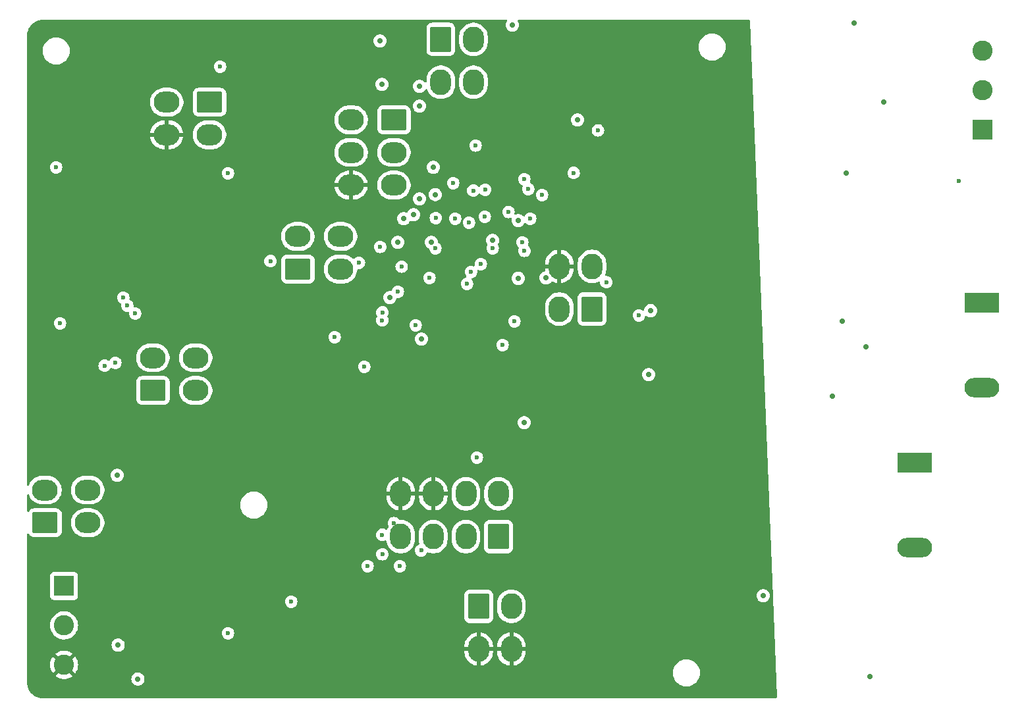
<source format=gbr>
%TF.GenerationSoftware,KiCad,Pcbnew,8.0.0*%
%TF.CreationDate,2024-07-07T23:16:46-07:00*%
%TF.ProjectId,main_relay_board,6d61696e-5f72-4656-9c61-795f626f6172,rev?*%
%TF.SameCoordinates,Original*%
%TF.FileFunction,Copper,L3,Inr*%
%TF.FilePolarity,Positive*%
%FSLAX46Y46*%
G04 Gerber Fmt 4.6, Leading zero omitted, Abs format (unit mm)*
G04 Created by KiCad (PCBNEW 8.0.0) date 2024-07-07 23:16:46*
%MOMM*%
%LPD*%
G01*
G04 APERTURE LIST*
G04 Aperture macros list*
%AMRoundRect*
0 Rectangle with rounded corners*
0 $1 Rounding radius*
0 $2 $3 $4 $5 $6 $7 $8 $9 X,Y pos of 4 corners*
0 Add a 4 corners polygon primitive as box body*
4,1,4,$2,$3,$4,$5,$6,$7,$8,$9,$2,$3,0*
0 Add four circle primitives for the rounded corners*
1,1,$1+$1,$2,$3*
1,1,$1+$1,$4,$5*
1,1,$1+$1,$6,$7*
1,1,$1+$1,$8,$9*
0 Add four rect primitives between the rounded corners*
20,1,$1+$1,$2,$3,$4,$5,0*
20,1,$1+$1,$4,$5,$6,$7,0*
20,1,$1+$1,$6,$7,$8,$9,0*
20,1,$1+$1,$8,$9,$2,$3,0*%
G04 Aperture macros list end*
%TA.AperFunction,ComponentPad*%
%ADD10RoundRect,0.250001X1.099999X1.399999X-1.099999X1.399999X-1.099999X-1.399999X1.099999X-1.399999X0*%
%TD*%
%TA.AperFunction,ComponentPad*%
%ADD11O,2.700000X3.300000*%
%TD*%
%TA.AperFunction,ComponentPad*%
%ADD12RoundRect,0.250001X-1.399999X1.099999X-1.399999X-1.099999X1.399999X-1.099999X1.399999X1.099999X0*%
%TD*%
%TA.AperFunction,ComponentPad*%
%ADD13O,3.300000X2.700000*%
%TD*%
%TA.AperFunction,ComponentPad*%
%ADD14RoundRect,0.250001X-1.099999X-1.399999X1.099999X-1.399999X1.099999X1.399999X-1.099999X1.399999X0*%
%TD*%
%TA.AperFunction,ComponentPad*%
%ADD15R,2.600000X2.600000*%
%TD*%
%TA.AperFunction,ComponentPad*%
%ADD16C,2.600000*%
%TD*%
%TA.AperFunction,ComponentPad*%
%ADD17R,4.500000X2.500000*%
%TD*%
%TA.AperFunction,ComponentPad*%
%ADD18O,4.500000X2.500000*%
%TD*%
%TA.AperFunction,ComponentPad*%
%ADD19RoundRect,0.250001X1.399999X-1.099999X1.399999X1.099999X-1.399999X1.099999X-1.399999X-1.099999X0*%
%TD*%
%TA.AperFunction,ViaPad*%
%ADD20C,0.600000*%
%TD*%
%TA.AperFunction,ViaPad*%
%ADD21C,0.700000*%
%TD*%
G04 APERTURE END LIST*
D10*
%TO.N,SWO*%
%TO.C,J108*%
X168470000Y-79958000D03*
D11*
%TO.N,SWDCLK*%
X164270000Y-79958000D03*
%TO.N,SWDIO*%
X168470000Y-74458000D03*
%TO.N,GND*%
X164270000Y-74458000D03*
%TD*%
D12*
%TO.N,+3V3*%
%TO.C,J105*%
X119292000Y-53340000D03*
D13*
%TO.N,PRECHRG_AUX*%
X119292000Y-57540000D03*
%TO.N,PRECHRG_PWR*%
X113792000Y-53340000D03*
%TO.N,GND*%
X113792000Y-57540000D03*
%TD*%
D14*
%TO.N,CHRG+_PWR*%
%TO.C,J106*%
X153906000Y-118198000D03*
D11*
%TO.N,CHRG-_PWR*%
X158106000Y-118198000D03*
%TO.N,GND*%
X153906000Y-123698000D03*
X158106000Y-123698000D03*
%TD*%
D10*
%TO.N,+3V3*%
%TO.C,J104*%
X156464000Y-109229000D03*
D11*
X152264000Y-109229000D03*
%TO.N,HVC+_AUX*%
X148064000Y-109229000D03*
%TO.N,HVC-_AUX*%
X143864000Y-109229000D03*
%TO.N,HVC-_PWR*%
X156464000Y-103729000D03*
%TO.N,HVC+_PWR*%
X152264000Y-103729000D03*
%TO.N,GND*%
X148064000Y-103729000D03*
X143864000Y-103729000D03*
%TD*%
D15*
%TO.N,HSGND*%
%TO.C,J101*%
X218694000Y-56896000D03*
D16*
%TO.N,unconnected-(J101-Pin_2-Pad2)*%
X218694000Y-51816000D03*
%TO.N,V_MTRCTRL*%
X218694000Y-46736000D03*
%TD*%
D14*
%TO.N,BMS_OUT3*%
%TO.C,J102*%
X149030000Y-45264000D03*
D11*
%TO.N,BMS_OUT2*%
X153230000Y-45264000D03*
%TO.N,BMS_OUT1*%
X149030000Y-50764000D03*
%TO.N,PUMP_N*%
X153230000Y-50764000D03*
%TD*%
D17*
%TO.N,Net-(R716-Pad2)*%
%TO.C,R717*%
X209984000Y-99706000D03*
D18*
%TO.N,Net-(Q701-D)*%
X209984000Y-110606000D03*
%TD*%
D19*
%TO.N,+3V3*%
%TO.C,J110*%
X112014000Y-90424000D03*
D13*
%TO.N,LATCH_RST*%
X112014000Y-86224000D03*
%TO.N,SWIM*%
X117514000Y-90424000D03*
%TO.N,STM8_NRST*%
X117514000Y-86224000D03*
%TD*%
D17*
%TO.N,V_MTRCTRL*%
%TO.C,R716*%
X218620000Y-79132000D03*
D18*
%TO.N,Net-(R716-Pad2)*%
X218620000Y-90032000D03*
%TD*%
D15*
%TO.N,+24V*%
%TO.C,J111*%
X100584000Y-115570000D03*
D16*
%TO.N,unconnected-(J111-Pin_2-Pad2)*%
X100584000Y-120650000D03*
%TO.N,GND*%
X100584000Y-125730000D03*
%TD*%
D19*
%TO.N,+3V3*%
%TO.C,J103*%
X130644000Y-74812000D03*
D13*
X130644000Y-70612000D03*
%TO.N,CHARGE_SW*%
X136144000Y-74812000D03*
%TO.N,IGNITION_SW*%
X136144000Y-70612000D03*
%TD*%
D12*
%TO.N,+3V3*%
%TO.C,J107*%
X143002000Y-55608000D03*
D13*
%TO.N,NSS_SPI1*%
X143002000Y-59808000D03*
%TO.N,CLK_SPI1*%
X143002000Y-64008000D03*
%TO.N,MISO_SPI1*%
X137502000Y-55608000D03*
%TO.N,MOSI_SPI1*%
X137502000Y-59808000D03*
%TO.N,GND*%
X137502000Y-64008000D03*
%TD*%
D19*
%TO.N,+24V*%
%TO.C,J109*%
X98132000Y-107442000D03*
D13*
%TO.N,IMD_OK_IN*%
X98132000Y-103242000D03*
%TO.N,IMD_IO_H*%
X103632000Y-107442000D03*
%TO.N,SAFETY_LOOP_IN*%
X103632000Y-103242000D03*
%TD*%
D20*
%TO.N,GND*%
X131572000Y-124206000D03*
X149801000Y-68385000D03*
D21*
X154940000Y-83566000D03*
D20*
X122428000Y-70358000D03*
D21*
X170180000Y-58928000D03*
D20*
X96520000Y-81026000D03*
X139000000Y-111000000D03*
X140208000Y-100330000D03*
X140208000Y-100330000D03*
D21*
X141478000Y-74422000D03*
X189484000Y-125984000D03*
D20*
X114046000Y-117856000D03*
D21*
X175768000Y-89916000D03*
X145288000Y-80518000D03*
X155956000Y-64770000D03*
X115316000Y-108458000D03*
D20*
X112776000Y-77978000D03*
D21*
X172466000Y-56642000D03*
D20*
X105968784Y-78005255D03*
X105918000Y-97536000D03*
D21*
X160274000Y-78740000D03*
X168144000Y-115921000D03*
X161798000Y-56642000D03*
X112014000Y-108458000D03*
D20*
X96520000Y-82804000D03*
D21*
X108712000Y-110744000D03*
D20*
X157000000Y-60500000D03*
X162804000Y-55110000D03*
X118110000Y-81026000D03*
D21*
X188976000Y-83312000D03*
X186182000Y-121920000D03*
D20*
X167640000Y-91186000D03*
D21*
X119228000Y-126746000D03*
X146812000Y-81280000D03*
D20*
X130111000Y-64008000D03*
D21*
X178308000Y-64866761D03*
D20*
X103886000Y-80518000D03*
X150876000Y-62484000D03*
D21*
X129925000Y-66425000D03*
X114300000Y-106680000D03*
X189230000Y-93218000D03*
X147320000Y-69088000D03*
X171196000Y-57912000D03*
D20*
X128016000Y-124714000D03*
X124714000Y-88900000D03*
X125285000Y-123177000D03*
D21*
X173736000Y-55372000D03*
D20*
%TO.N,+3V3*%
X158496000Y-81534000D03*
X121666000Y-121666000D03*
D21*
X146558000Y-83820000D03*
X110084000Y-127558000D03*
X141224000Y-45466000D03*
X107544000Y-123190000D03*
D20*
X147574000Y-75946000D03*
X150622000Y-63754000D03*
X157734000Y-67462000D03*
D21*
X190500000Y-116840000D03*
X159004000Y-68580000D03*
D20*
X100076000Y-81788000D03*
D21*
X144272000Y-68326000D03*
X141478000Y-51054000D03*
X175768000Y-88392000D03*
X158242000Y-43434000D03*
D20*
X129794000Y-117602000D03*
D21*
%TO.N,Net-(U301-PH0)*%
X166624000Y-55626000D03*
D20*
X154725880Y-64607000D03*
%TO.N,NRST*%
X160528000Y-68326000D03*
D21*
X176022000Y-80167239D03*
D20*
X152654000Y-68834000D03*
X170304000Y-76500000D03*
D21*
%TO.N,V_MTRCTRL*%
X205994000Y-53340000D03*
D20*
%TO.N,HSGND*%
X215646000Y-63500000D03*
D21*
X203708000Y-84836000D03*
X204216000Y-127254000D03*
%TO.N,HS+5V*%
X200660000Y-81534000D03*
X199390000Y-91186000D03*
X201168000Y-62484000D03*
X202184000Y-43180000D03*
D20*
%TO.N,BMS_OUT1*%
X108204000Y-78486000D03*
D21*
X148076321Y-61716321D03*
D20*
X148390339Y-68249150D03*
D21*
X148301000Y-65224000D03*
%TO.N,BMS_OUT3*%
X145542000Y-67818000D03*
X146304000Y-53848000D03*
X146304000Y-65786000D03*
X146304000Y-51308000D03*
D20*
%TO.N,Net-(U301-PH1)*%
X153209620Y-64709620D03*
X153500000Y-58925000D03*
%TO.N,SAFETY_LOOP_ST*%
X152908000Y-75184000D03*
X145796000Y-82042000D03*
X127128000Y-73786000D03*
X152400000Y-76708000D03*
%TO.N,SAFETY_LOOP_OUT*%
X120650000Y-48768000D03*
X153670000Y-99060000D03*
X135382000Y-83566000D03*
X121666000Y-62484000D03*
X139192000Y-87376000D03*
X139616000Y-113041000D03*
X143764000Y-113030000D03*
%TO.N,Net-(Q606-G)*%
X166118000Y-62434000D03*
X169234000Y-56966000D03*
%TO.N,VSENSE_OUT*%
X174498000Y-80772000D03*
X154686000Y-68072000D03*
D21*
%TO.N,MISO_SPI1*%
X143510000Y-71374000D03*
X147828000Y-71374000D03*
D20*
%TO.N,HVC+_AUX*%
X146500000Y-111000000D03*
X141514000Y-111500000D03*
X159781354Y-72464361D03*
D21*
%TO.N,SWDCLK*%
X159004000Y-76008000D03*
D20*
%TO.N,HVC+_EN*%
X156972000Y-84582000D03*
X159766000Y-63246000D03*
%TO.N,PRECHRG_AUX*%
X141230050Y-71962000D03*
X155702000Y-72136000D03*
X148336000Y-72136000D03*
X154178000Y-74168000D03*
D21*
%TO.N,SWO*%
X162560000Y-75946000D03*
D20*
%TO.N,HVC-_EN*%
X162052000Y-65278000D03*
X160274000Y-64516000D03*
%TO.N,HVC-_AUX*%
X143000000Y-107500000D03*
X159512000Y-71374000D03*
X141500000Y-109000000D03*
%TO.N,CHRG+_EN*%
X150876000Y-68326000D03*
X143510000Y-77724000D03*
D21*
%TO.N,HVC-_PWR*%
X159766000Y-94585000D03*
D20*
%TO.N,BMS_OK_FINAL*%
X108712000Y-79502000D03*
X109728000Y-80518000D03*
D21*
%TO.N,SAFETY_LOOP_IN*%
X107442000Y-101346000D03*
D20*
X99568000Y-61722000D03*
%TO.N,LATCH_RST*%
X105798257Y-87241743D03*
X107188000Y-86868000D03*
%TO.N,DEBUG_1*%
X144000000Y-74500000D03*
X141514001Y-80385238D03*
%TO.N,DEBUG_2*%
X138500000Y-74000000D03*
X141500000Y-81392000D03*
D21*
%TO.N,Net-(U301-PB7)*%
X142494000Y-78486000D03*
X155702000Y-71120000D03*
%TD*%
%TA.AperFunction,Conductor*%
%TO.N,GND*%
G36*
X157512584Y-42760185D02*
G01*
X157558339Y-42812989D01*
X157568283Y-42882147D01*
X157552932Y-42926500D01*
X157460750Y-43086164D01*
X157460747Y-43086170D01*
X157405504Y-43256192D01*
X157405503Y-43256194D01*
X157386815Y-43434000D01*
X157405503Y-43611805D01*
X157405504Y-43611807D01*
X157460747Y-43781829D01*
X157460750Y-43781835D01*
X157550141Y-43936665D01*
X157591812Y-43982946D01*
X157669764Y-44069521D01*
X157669767Y-44069523D01*
X157669770Y-44069526D01*
X157814407Y-44174612D01*
X157977733Y-44247329D01*
X158152609Y-44284500D01*
X158152610Y-44284500D01*
X158331389Y-44284500D01*
X158331391Y-44284500D01*
X158506267Y-44247329D01*
X158669593Y-44174612D01*
X158814230Y-44069526D01*
X158933859Y-43936665D01*
X159023250Y-43781835D01*
X159078497Y-43611803D01*
X159097185Y-43434000D01*
X159078497Y-43256197D01*
X159035544Y-43124001D01*
X159023252Y-43086170D01*
X159023249Y-43086164D01*
X158931068Y-42926500D01*
X158914595Y-42858599D01*
X158937448Y-42792573D01*
X158992369Y-42749382D01*
X159038455Y-42740500D01*
X188625933Y-42740500D01*
X188692972Y-42760185D01*
X188738727Y-42812989D01*
X188749833Y-42859538D01*
X190279234Y-81078205D01*
X192232481Y-129888542D01*
X192215493Y-129956315D01*
X192164560Y-130004144D01*
X192108580Y-130017500D01*
X97883667Y-130017500D01*
X97875557Y-130017235D01*
X97621495Y-130000583D01*
X97605414Y-129998465D01*
X97570370Y-129991494D01*
X97359711Y-129949591D01*
X97344045Y-129945393D01*
X97106813Y-129864864D01*
X97091827Y-129858657D01*
X96867139Y-129747853D01*
X96853092Y-129739743D01*
X96644788Y-129600559D01*
X96631920Y-129590685D01*
X96443566Y-129425502D01*
X96432097Y-129414033D01*
X96266914Y-129225679D01*
X96257040Y-129212811D01*
X96117856Y-129004507D01*
X96109746Y-128990460D01*
X95999064Y-128766019D01*
X95998939Y-128765765D01*
X95992735Y-128750786D01*
X95912206Y-128513554D01*
X95908008Y-128497888D01*
X95899336Y-128454292D01*
X95859132Y-128252172D01*
X95857017Y-128236114D01*
X95840365Y-127982042D01*
X95840100Y-127973933D01*
X95840100Y-127558000D01*
X109228815Y-127558000D01*
X109247503Y-127735805D01*
X109247504Y-127735807D01*
X109302747Y-127905829D01*
X109302750Y-127905835D01*
X109392141Y-128060665D01*
X109433812Y-128106946D01*
X109511764Y-128193521D01*
X109511767Y-128193523D01*
X109511770Y-128193526D01*
X109656407Y-128298612D01*
X109819733Y-128371329D01*
X109994609Y-128408500D01*
X109994610Y-128408500D01*
X110173389Y-128408500D01*
X110173391Y-128408500D01*
X110348267Y-128371329D01*
X110511593Y-128298612D01*
X110656230Y-128193526D01*
X110775859Y-128060665D01*
X110865250Y-127905835D01*
X110920497Y-127735803D01*
X110939185Y-127558000D01*
X110920497Y-127380197D01*
X110865250Y-127210165D01*
X110775859Y-127055335D01*
X110729003Y-127003296D01*
X110656235Y-126922478D01*
X110656232Y-126922476D01*
X110656231Y-126922475D01*
X110656230Y-126922474D01*
X110571263Y-126860741D01*
X178843500Y-126860741D01*
X178868446Y-127050215D01*
X178873452Y-127088238D01*
X178873453Y-127088240D01*
X178932842Y-127309887D01*
X179020650Y-127521876D01*
X179020657Y-127521890D01*
X179135392Y-127720617D01*
X179275081Y-127902661D01*
X179275089Y-127902670D01*
X179437330Y-128064911D01*
X179437338Y-128064918D01*
X179619382Y-128204607D01*
X179619385Y-128204608D01*
X179619388Y-128204611D01*
X179818112Y-128319344D01*
X179818117Y-128319346D01*
X179818123Y-128319349D01*
X179909480Y-128357190D01*
X180030113Y-128407158D01*
X180251762Y-128466548D01*
X180479266Y-128496500D01*
X180479273Y-128496500D01*
X180708727Y-128496500D01*
X180708734Y-128496500D01*
X180936238Y-128466548D01*
X181157887Y-128407158D01*
X181369888Y-128319344D01*
X181568612Y-128204611D01*
X181750661Y-128064919D01*
X181750665Y-128064914D01*
X181750670Y-128064911D01*
X181912911Y-127902670D01*
X181912914Y-127902665D01*
X181912919Y-127902661D01*
X182052611Y-127720612D01*
X182167344Y-127521888D01*
X182255158Y-127309887D01*
X182314548Y-127088238D01*
X182344500Y-126860734D01*
X182344500Y-126631266D01*
X182314548Y-126403762D01*
X182255158Y-126182113D01*
X182195419Y-126037890D01*
X182167349Y-125970123D01*
X182167346Y-125970117D01*
X182167344Y-125970112D01*
X182052611Y-125771388D01*
X182052608Y-125771385D01*
X182052607Y-125771382D01*
X181912918Y-125589338D01*
X181912911Y-125589330D01*
X181750670Y-125427089D01*
X181750661Y-125427081D01*
X181568617Y-125287392D01*
X181369890Y-125172657D01*
X181369876Y-125172650D01*
X181157887Y-125084842D01*
X181139816Y-125080000D01*
X180936238Y-125025452D01*
X180898215Y-125020446D01*
X180708741Y-124995500D01*
X180708734Y-124995500D01*
X180479266Y-124995500D01*
X180479258Y-124995500D01*
X180262715Y-125024009D01*
X180251762Y-125025452D01*
X180158076Y-125050554D01*
X180030112Y-125084842D01*
X179818123Y-125172650D01*
X179818109Y-125172657D01*
X179619382Y-125287392D01*
X179437338Y-125427081D01*
X179275081Y-125589338D01*
X179135392Y-125771382D01*
X179020657Y-125970109D01*
X179020650Y-125970123D01*
X178932842Y-126182112D01*
X178873453Y-126403759D01*
X178873451Y-126403770D01*
X178843500Y-126631258D01*
X178843500Y-126860741D01*
X110571263Y-126860741D01*
X110511593Y-126817388D01*
X110348267Y-126744671D01*
X110348265Y-126744670D01*
X110220594Y-126717533D01*
X110173391Y-126707500D01*
X109994609Y-126707500D01*
X109963954Y-126714015D01*
X109819733Y-126744670D01*
X109819728Y-126744672D01*
X109656408Y-126817387D01*
X109511768Y-126922475D01*
X109392140Y-127055336D01*
X109302750Y-127210164D01*
X109302747Y-127210170D01*
X109247504Y-127380192D01*
X109247503Y-127380194D01*
X109228815Y-127558000D01*
X95840100Y-127558000D01*
X95840100Y-125730004D01*
X98778953Y-125730004D01*
X98799113Y-125999026D01*
X98799113Y-125999028D01*
X98859142Y-126262033D01*
X98859148Y-126262052D01*
X98957709Y-126513181D01*
X98957708Y-126513181D01*
X99092602Y-126746822D01*
X99146294Y-126814151D01*
X99146295Y-126814151D01*
X99982958Y-125977488D01*
X100007978Y-126037890D01*
X100079112Y-126144351D01*
X100169649Y-126234888D01*
X100276110Y-126306022D01*
X100336510Y-126331041D01*
X99498848Y-127168702D01*
X99681483Y-127293220D01*
X99681485Y-127293221D01*
X99924539Y-127410269D01*
X99924537Y-127410269D01*
X100182337Y-127489790D01*
X100182343Y-127489792D01*
X100449101Y-127529999D01*
X100449110Y-127530000D01*
X100718890Y-127530000D01*
X100718898Y-127529999D01*
X100985656Y-127489792D01*
X100985662Y-127489790D01*
X101243461Y-127410269D01*
X101486521Y-127293218D01*
X101669150Y-127168702D01*
X100831488Y-126331041D01*
X100891890Y-126306022D01*
X100998351Y-126234888D01*
X101088888Y-126144351D01*
X101160022Y-126037890D01*
X101185041Y-125977488D01*
X102021703Y-126814151D01*
X102021704Y-126814150D01*
X102075393Y-126746828D01*
X102075400Y-126746817D01*
X102210290Y-126513181D01*
X102308851Y-126262052D01*
X102308857Y-126262033D01*
X102368886Y-125999028D01*
X102368886Y-125999026D01*
X102389047Y-125730004D01*
X102389047Y-125729995D01*
X102368886Y-125460973D01*
X102368886Y-125460971D01*
X102308857Y-125197966D01*
X102308851Y-125197947D01*
X102210290Y-124946818D01*
X102210291Y-124946818D01*
X102075397Y-124713177D01*
X102021704Y-124645847D01*
X101185041Y-125482510D01*
X101160022Y-125422110D01*
X101088888Y-125315649D01*
X100998351Y-125225112D01*
X100891890Y-125153978D01*
X100831488Y-125128958D01*
X101669150Y-124291296D01*
X101486517Y-124166779D01*
X101486516Y-124166778D01*
X101387818Y-124119248D01*
X152056000Y-124119248D01*
X152056001Y-124119264D01*
X152087653Y-124359687D01*
X152150421Y-124593939D01*
X152243220Y-124817978D01*
X152243227Y-124817993D01*
X152364480Y-125028009D01*
X152512110Y-125220405D01*
X152512116Y-125220412D01*
X152683587Y-125391883D01*
X152683594Y-125391889D01*
X152875990Y-125539519D01*
X153086006Y-125660772D01*
X153086021Y-125660779D01*
X153310060Y-125753578D01*
X153544312Y-125816346D01*
X153656000Y-125831049D01*
X153656000Y-124352120D01*
X153701818Y-124371099D01*
X153837056Y-124398000D01*
X153974944Y-124398000D01*
X154110182Y-124371099D01*
X154156000Y-124352120D01*
X154156000Y-125831048D01*
X154267687Y-125816346D01*
X154501939Y-125753578D01*
X154725978Y-125660779D01*
X154725993Y-125660772D01*
X154936009Y-125539519D01*
X155128405Y-125391889D01*
X155128412Y-125391883D01*
X155299883Y-125220412D01*
X155299889Y-125220405D01*
X155447519Y-125028009D01*
X155568772Y-124817993D01*
X155568779Y-124817978D01*
X155661578Y-124593939D01*
X155724346Y-124359687D01*
X155755998Y-124119264D01*
X155756000Y-124119248D01*
X156256000Y-124119248D01*
X156256001Y-124119264D01*
X156287653Y-124359687D01*
X156350421Y-124593939D01*
X156443220Y-124817978D01*
X156443227Y-124817993D01*
X156564480Y-125028009D01*
X156712110Y-125220405D01*
X156712116Y-125220412D01*
X156883587Y-125391883D01*
X156883594Y-125391889D01*
X157075990Y-125539519D01*
X157286006Y-125660772D01*
X157286021Y-125660779D01*
X157510060Y-125753578D01*
X157744312Y-125816346D01*
X157856000Y-125831049D01*
X157856000Y-124352120D01*
X157901818Y-124371099D01*
X158037056Y-124398000D01*
X158174944Y-124398000D01*
X158310182Y-124371099D01*
X158356000Y-124352120D01*
X158356000Y-125831048D01*
X158467687Y-125816346D01*
X158701939Y-125753578D01*
X158925978Y-125660779D01*
X158925993Y-125660772D01*
X159136009Y-125539519D01*
X159328405Y-125391889D01*
X159328412Y-125391883D01*
X159499883Y-125220412D01*
X159499889Y-125220405D01*
X159647519Y-125028009D01*
X159768772Y-124817993D01*
X159768779Y-124817978D01*
X159861578Y-124593939D01*
X159924346Y-124359687D01*
X159955998Y-124119264D01*
X159956000Y-124119248D01*
X159956000Y-123948000D01*
X158760121Y-123948000D01*
X158779099Y-123902182D01*
X158806000Y-123766944D01*
X158806000Y-123629056D01*
X158779099Y-123493818D01*
X158760121Y-123448000D01*
X159956000Y-123448000D01*
X159956000Y-123276751D01*
X159955998Y-123276735D01*
X159924346Y-123036312D01*
X159861578Y-122802060D01*
X159768779Y-122578021D01*
X159768772Y-122578006D01*
X159647519Y-122367990D01*
X159499889Y-122175594D01*
X159499883Y-122175587D01*
X159328412Y-122004116D01*
X159328405Y-122004110D01*
X159136009Y-121856480D01*
X158925993Y-121735227D01*
X158925978Y-121735220D01*
X158701939Y-121642421D01*
X158467687Y-121579653D01*
X158356000Y-121564948D01*
X158356000Y-123043879D01*
X158310182Y-123024901D01*
X158174944Y-122998000D01*
X158037056Y-122998000D01*
X157901818Y-123024901D01*
X157856000Y-123043879D01*
X157856000Y-121564948D01*
X157855999Y-121564948D01*
X157744312Y-121579653D01*
X157510060Y-121642421D01*
X157286021Y-121735220D01*
X157286006Y-121735227D01*
X157075990Y-121856480D01*
X156883594Y-122004110D01*
X156883587Y-122004116D01*
X156712116Y-122175587D01*
X156712110Y-122175594D01*
X156564480Y-122367990D01*
X156443227Y-122578006D01*
X156443220Y-122578021D01*
X156350421Y-122802060D01*
X156287653Y-123036312D01*
X156256001Y-123276735D01*
X156256000Y-123276751D01*
X156256000Y-123448000D01*
X157451879Y-123448000D01*
X157432901Y-123493818D01*
X157406000Y-123629056D01*
X157406000Y-123766944D01*
X157432901Y-123902182D01*
X157451879Y-123948000D01*
X156256000Y-123948000D01*
X156256000Y-124119248D01*
X155756000Y-124119248D01*
X155756000Y-123948000D01*
X154560121Y-123948000D01*
X154579099Y-123902182D01*
X154606000Y-123766944D01*
X154606000Y-123629056D01*
X154579099Y-123493818D01*
X154560121Y-123448000D01*
X155756000Y-123448000D01*
X155756000Y-123276751D01*
X155755998Y-123276735D01*
X155724346Y-123036312D01*
X155661578Y-122802060D01*
X155568779Y-122578021D01*
X155568772Y-122578006D01*
X155447519Y-122367990D01*
X155299889Y-122175594D01*
X155299883Y-122175587D01*
X155128412Y-122004116D01*
X155128405Y-122004110D01*
X154936009Y-121856480D01*
X154725993Y-121735227D01*
X154725978Y-121735220D01*
X154501939Y-121642421D01*
X154267687Y-121579653D01*
X154156000Y-121564948D01*
X154156000Y-123043879D01*
X154110182Y-123024901D01*
X153974944Y-122998000D01*
X153837056Y-122998000D01*
X153701818Y-123024901D01*
X153656000Y-123043879D01*
X153656000Y-121564948D01*
X153655999Y-121564948D01*
X153544312Y-121579653D01*
X153310060Y-121642421D01*
X153086021Y-121735220D01*
X153086006Y-121735227D01*
X152875990Y-121856480D01*
X152683594Y-122004110D01*
X152683587Y-122004116D01*
X152512116Y-122175587D01*
X152512110Y-122175594D01*
X152364480Y-122367990D01*
X152243227Y-122578006D01*
X152243220Y-122578021D01*
X152150421Y-122802060D01*
X152087653Y-123036312D01*
X152056001Y-123276735D01*
X152056000Y-123276751D01*
X152056000Y-123448000D01*
X153251879Y-123448000D01*
X153232901Y-123493818D01*
X153206000Y-123629056D01*
X153206000Y-123766944D01*
X153232901Y-123902182D01*
X153251879Y-123948000D01*
X152056000Y-123948000D01*
X152056000Y-124119248D01*
X101387818Y-124119248D01*
X101243460Y-124049730D01*
X101243462Y-124049730D01*
X100985662Y-123970209D01*
X100985656Y-123970207D01*
X100718898Y-123930000D01*
X100449101Y-123930000D01*
X100182343Y-123970207D01*
X100182337Y-123970209D01*
X99924538Y-124049730D01*
X99681485Y-124166778D01*
X99681476Y-124166783D01*
X99498848Y-124291296D01*
X100336511Y-125128958D01*
X100276110Y-125153978D01*
X100169649Y-125225112D01*
X100079112Y-125315649D01*
X100007978Y-125422110D01*
X99982958Y-125482511D01*
X99146295Y-124645848D01*
X99092600Y-124713180D01*
X98957709Y-124946818D01*
X98859148Y-125197947D01*
X98859142Y-125197966D01*
X98799113Y-125460971D01*
X98799113Y-125460973D01*
X98778953Y-125729995D01*
X98778953Y-125730004D01*
X95840100Y-125730004D01*
X95840100Y-123190000D01*
X106688815Y-123190000D01*
X106707503Y-123367805D01*
X106707504Y-123367807D01*
X106762747Y-123537829D01*
X106762750Y-123537835D01*
X106852141Y-123692665D01*
X106893812Y-123738946D01*
X106971764Y-123825521D01*
X106971767Y-123825523D01*
X106971770Y-123825526D01*
X107116407Y-123930612D01*
X107279733Y-124003329D01*
X107454609Y-124040500D01*
X107454610Y-124040500D01*
X107633389Y-124040500D01*
X107633391Y-124040500D01*
X107808267Y-124003329D01*
X107971593Y-123930612D01*
X108116230Y-123825526D01*
X108235859Y-123692665D01*
X108325250Y-123537835D01*
X108380497Y-123367803D01*
X108399185Y-123190000D01*
X108380497Y-123012197D01*
X108325250Y-122842165D01*
X108235859Y-122687335D01*
X108189003Y-122635296D01*
X108116235Y-122554478D01*
X108116232Y-122554476D01*
X108116231Y-122554475D01*
X108116230Y-122554474D01*
X107971593Y-122449388D01*
X107808267Y-122376671D01*
X107808265Y-122376670D01*
X107680594Y-122349533D01*
X107633391Y-122339500D01*
X107454609Y-122339500D01*
X107423954Y-122346015D01*
X107279733Y-122376670D01*
X107279728Y-122376672D01*
X107116408Y-122449387D01*
X106971768Y-122554475D01*
X106852140Y-122687336D01*
X106762750Y-122842164D01*
X106762747Y-122842170D01*
X106707504Y-123012192D01*
X106707503Y-123012194D01*
X106688815Y-123190000D01*
X95840100Y-123190000D01*
X95840100Y-120650004D01*
X98778451Y-120650004D01*
X98798616Y-120919101D01*
X98854453Y-121163737D01*
X98858666Y-121182195D01*
X98957257Y-121433398D01*
X99092185Y-121667102D01*
X99228080Y-121837509D01*
X99260442Y-121878089D01*
X99396268Y-122004116D01*
X99458259Y-122061635D01*
X99681226Y-122213651D01*
X99924359Y-122330738D01*
X100182228Y-122410280D01*
X100182229Y-122410280D01*
X100182232Y-122410281D01*
X100449063Y-122450499D01*
X100449068Y-122450499D01*
X100449071Y-122450500D01*
X100449072Y-122450500D01*
X100718928Y-122450500D01*
X100718929Y-122450500D01*
X100726307Y-122449388D01*
X100985767Y-122410281D01*
X100985768Y-122410280D01*
X100985772Y-122410280D01*
X101243641Y-122330738D01*
X101486775Y-122213651D01*
X101709741Y-122061635D01*
X101907561Y-121878085D01*
X102075815Y-121667102D01*
X102076450Y-121666003D01*
X120860435Y-121666003D01*
X120880630Y-121845249D01*
X120880631Y-121845254D01*
X120940211Y-122015523D01*
X121036184Y-122168262D01*
X121163738Y-122295816D01*
X121316478Y-122391789D01*
X121481089Y-122449389D01*
X121486745Y-122451368D01*
X121486750Y-122451369D01*
X121665996Y-122471565D01*
X121666000Y-122471565D01*
X121666004Y-122471565D01*
X121845249Y-122451369D01*
X121845252Y-122451368D01*
X121845255Y-122451368D01*
X122015522Y-122391789D01*
X122168262Y-122295816D01*
X122295816Y-122168262D01*
X122391789Y-122015522D01*
X122451368Y-121845255D01*
X122471565Y-121666000D01*
X122468908Y-121642421D01*
X122451369Y-121486750D01*
X122451368Y-121486745D01*
X122391788Y-121316476D01*
X122295815Y-121163737D01*
X122168262Y-121036184D01*
X122015523Y-120940211D01*
X121845254Y-120880631D01*
X121845249Y-120880630D01*
X121666004Y-120860435D01*
X121665996Y-120860435D01*
X121486750Y-120880630D01*
X121486745Y-120880631D01*
X121316476Y-120940211D01*
X121163737Y-121036184D01*
X121036184Y-121163737D01*
X120940211Y-121316476D01*
X120880631Y-121486745D01*
X120880630Y-121486750D01*
X120860435Y-121665996D01*
X120860435Y-121666003D01*
X102076450Y-121666003D01*
X102210743Y-121433398D01*
X102309334Y-121182195D01*
X102369383Y-120919103D01*
X102389549Y-120650000D01*
X102369383Y-120380897D01*
X102309334Y-120117805D01*
X102210743Y-119866602D01*
X102084543Y-119648015D01*
X152055500Y-119648015D01*
X152066000Y-119750795D01*
X152066001Y-119750796D01*
X152121186Y-119917335D01*
X152121187Y-119917337D01*
X152213286Y-120066651D01*
X152213289Y-120066655D01*
X152337344Y-120190710D01*
X152337348Y-120190713D01*
X152486662Y-120282812D01*
X152486664Y-120282813D01*
X152486666Y-120282814D01*
X152653203Y-120337999D01*
X152755992Y-120348500D01*
X152755997Y-120348500D01*
X155056003Y-120348500D01*
X155056008Y-120348500D01*
X155158797Y-120337999D01*
X155325334Y-120282814D01*
X155474655Y-120190711D01*
X155598711Y-120066655D01*
X155690814Y-119917334D01*
X155745999Y-119750797D01*
X155756500Y-119648008D01*
X155756500Y-118619288D01*
X156255500Y-118619288D01*
X156287161Y-118859785D01*
X156349947Y-119094104D01*
X156409702Y-119238365D01*
X156442776Y-119318212D01*
X156564064Y-119528289D01*
X156564066Y-119528292D01*
X156564067Y-119528293D01*
X156711733Y-119720736D01*
X156711739Y-119720743D01*
X156883256Y-119892260D01*
X156883263Y-119892266D01*
X156996321Y-119979018D01*
X157075711Y-120039936D01*
X157285788Y-120161224D01*
X157509900Y-120254054D01*
X157744211Y-120316838D01*
X157904940Y-120337998D01*
X157984711Y-120348500D01*
X157984712Y-120348500D01*
X158227289Y-120348500D01*
X158307052Y-120337999D01*
X158467789Y-120316838D01*
X158702100Y-120254054D01*
X158926212Y-120161224D01*
X159136289Y-120039936D01*
X159328738Y-119892265D01*
X159500265Y-119720738D01*
X159647936Y-119528289D01*
X159769224Y-119318212D01*
X159862054Y-119094100D01*
X159924838Y-118859789D01*
X159956500Y-118619288D01*
X159956500Y-117776712D01*
X159924838Y-117536211D01*
X159862054Y-117301900D01*
X159769224Y-117077788D01*
X159647936Y-116867711D01*
X159626673Y-116840000D01*
X189644815Y-116840000D01*
X189663503Y-117017805D01*
X189663504Y-117017807D01*
X189718747Y-117187829D01*
X189718750Y-117187835D01*
X189808141Y-117342665D01*
X189833202Y-117370498D01*
X189927764Y-117475521D01*
X189927767Y-117475523D01*
X189927770Y-117475526D01*
X190072407Y-117580612D01*
X190235733Y-117653329D01*
X190410609Y-117690500D01*
X190410610Y-117690500D01*
X190589389Y-117690500D01*
X190589391Y-117690500D01*
X190764267Y-117653329D01*
X190927593Y-117580612D01*
X191072230Y-117475526D01*
X191191859Y-117342665D01*
X191281250Y-117187835D01*
X191336497Y-117017803D01*
X191355185Y-116840000D01*
X191336497Y-116662197D01*
X191285011Y-116503739D01*
X191281252Y-116492170D01*
X191281249Y-116492164D01*
X191273454Y-116478662D01*
X191191859Y-116337335D01*
X191145003Y-116285296D01*
X191072235Y-116204478D01*
X191072232Y-116204476D01*
X191072231Y-116204475D01*
X191072230Y-116204474D01*
X190927593Y-116099388D01*
X190764267Y-116026671D01*
X190764265Y-116026670D01*
X190636594Y-115999533D01*
X190589391Y-115989500D01*
X190410609Y-115989500D01*
X190379954Y-115996015D01*
X190235733Y-116026670D01*
X190235728Y-116026672D01*
X190072408Y-116099387D01*
X189927768Y-116204475D01*
X189808140Y-116337336D01*
X189718750Y-116492164D01*
X189718747Y-116492170D01*
X189663504Y-116662192D01*
X189663503Y-116662194D01*
X189644815Y-116840000D01*
X159626673Y-116840000D01*
X159556073Y-116747992D01*
X159500266Y-116675263D01*
X159500260Y-116675256D01*
X159328743Y-116503739D01*
X159328736Y-116503733D01*
X159136293Y-116356067D01*
X159136292Y-116356066D01*
X159136289Y-116356064D01*
X158926212Y-116234776D01*
X158926205Y-116234773D01*
X158702104Y-116141947D01*
X158584944Y-116110554D01*
X158467789Y-116079162D01*
X158467788Y-116079161D01*
X158467785Y-116079161D01*
X158227289Y-116047500D01*
X158227288Y-116047500D01*
X157984712Y-116047500D01*
X157984711Y-116047500D01*
X157744214Y-116079161D01*
X157509895Y-116141947D01*
X157285794Y-116234773D01*
X157285785Y-116234777D01*
X157075706Y-116356067D01*
X156883263Y-116503733D01*
X156883256Y-116503739D01*
X156711739Y-116675256D01*
X156711733Y-116675263D01*
X156564067Y-116867706D01*
X156442777Y-117077785D01*
X156442773Y-117077794D01*
X156349947Y-117301895D01*
X156287161Y-117536214D01*
X156255500Y-117776711D01*
X156255500Y-118619288D01*
X155756500Y-118619288D01*
X155756500Y-116747992D01*
X155745999Y-116645203D01*
X155690814Y-116478666D01*
X155615193Y-116356067D01*
X155598713Y-116329348D01*
X155598710Y-116329344D01*
X155474655Y-116205289D01*
X155474651Y-116205286D01*
X155325337Y-116113187D01*
X155325335Y-116113186D01*
X155242065Y-116085593D01*
X155158797Y-116058001D01*
X155158795Y-116058000D01*
X155056015Y-116047500D01*
X155056008Y-116047500D01*
X152755992Y-116047500D01*
X152755984Y-116047500D01*
X152653204Y-116058000D01*
X152653203Y-116058001D01*
X152486664Y-116113186D01*
X152486662Y-116113187D01*
X152337348Y-116205286D01*
X152337344Y-116205289D01*
X152213289Y-116329344D01*
X152213286Y-116329348D01*
X152121187Y-116478662D01*
X152121186Y-116478664D01*
X152066001Y-116645203D01*
X152066000Y-116645204D01*
X152055500Y-116747984D01*
X152055500Y-119648015D01*
X102084543Y-119648015D01*
X102075815Y-119632898D01*
X101907561Y-119421915D01*
X101907560Y-119421914D01*
X101907557Y-119421910D01*
X101709741Y-119238365D01*
X101486775Y-119086349D01*
X101486769Y-119086346D01*
X101486768Y-119086345D01*
X101486767Y-119086344D01*
X101243643Y-118969263D01*
X101243645Y-118969263D01*
X100985773Y-118889720D01*
X100985767Y-118889718D01*
X100718936Y-118849500D01*
X100718929Y-118849500D01*
X100449071Y-118849500D01*
X100449063Y-118849500D01*
X100182232Y-118889718D01*
X100182226Y-118889720D01*
X99924358Y-118969262D01*
X99681230Y-119086346D01*
X99458258Y-119238365D01*
X99260442Y-119421910D01*
X99092185Y-119632898D01*
X98957258Y-119866599D01*
X98957256Y-119866603D01*
X98858666Y-120117804D01*
X98858664Y-120117811D01*
X98798616Y-120380898D01*
X98778451Y-120649995D01*
X98778451Y-120650004D01*
X95840100Y-120650004D01*
X95840100Y-117602003D01*
X128988435Y-117602003D01*
X129008630Y-117781249D01*
X129008631Y-117781254D01*
X129068211Y-117951523D01*
X129164184Y-118104262D01*
X129291738Y-118231816D01*
X129444478Y-118327789D01*
X129614745Y-118387368D01*
X129614750Y-118387369D01*
X129793996Y-118407565D01*
X129794000Y-118407565D01*
X129794004Y-118407565D01*
X129973249Y-118387369D01*
X129973252Y-118387368D01*
X129973255Y-118387368D01*
X130143522Y-118327789D01*
X130296262Y-118231816D01*
X130423816Y-118104262D01*
X130519789Y-117951522D01*
X130579368Y-117781255D01*
X130599565Y-117602000D01*
X130597155Y-117580612D01*
X130579369Y-117422750D01*
X130579368Y-117422745D01*
X130541244Y-117313793D01*
X130519789Y-117252478D01*
X130423816Y-117099738D01*
X130296262Y-116972184D01*
X130209843Y-116917883D01*
X130143523Y-116876211D01*
X129973254Y-116816631D01*
X129973249Y-116816630D01*
X129794004Y-116796435D01*
X129793996Y-116796435D01*
X129614750Y-116816630D01*
X129614745Y-116816631D01*
X129444476Y-116876211D01*
X129291737Y-116972184D01*
X129164184Y-117099737D01*
X129068211Y-117252476D01*
X129008631Y-117422745D01*
X129008630Y-117422750D01*
X128988435Y-117601996D01*
X128988435Y-117602003D01*
X95840100Y-117602003D01*
X95840100Y-116917870D01*
X98783500Y-116917870D01*
X98783501Y-116917876D01*
X98789908Y-116977483D01*
X98840202Y-117112328D01*
X98840206Y-117112335D01*
X98926452Y-117227544D01*
X98926455Y-117227547D01*
X99041664Y-117313793D01*
X99041671Y-117313797D01*
X99176517Y-117364091D01*
X99176516Y-117364091D01*
X99183444Y-117364835D01*
X99236127Y-117370500D01*
X101931872Y-117370499D01*
X101991483Y-117364091D01*
X102126331Y-117313796D01*
X102241546Y-117227546D01*
X102327796Y-117112331D01*
X102378091Y-116977483D01*
X102384500Y-116917873D01*
X102384499Y-114222128D01*
X102378091Y-114162517D01*
X102327796Y-114027669D01*
X102327795Y-114027668D01*
X102327793Y-114027664D01*
X102241547Y-113912455D01*
X102241544Y-113912452D01*
X102126335Y-113826206D01*
X102126328Y-113826202D01*
X101991482Y-113775908D01*
X101991483Y-113775908D01*
X101931883Y-113769501D01*
X101931881Y-113769500D01*
X101931873Y-113769500D01*
X101931864Y-113769500D01*
X99236129Y-113769500D01*
X99236123Y-113769501D01*
X99176516Y-113775908D01*
X99041671Y-113826202D01*
X99041664Y-113826206D01*
X98926455Y-113912452D01*
X98926452Y-113912455D01*
X98840206Y-114027664D01*
X98840202Y-114027671D01*
X98789908Y-114162517D01*
X98783501Y-114222116D01*
X98783501Y-114222123D01*
X98783500Y-114222135D01*
X98783500Y-116917870D01*
X95840100Y-116917870D01*
X95840100Y-113041003D01*
X138810435Y-113041003D01*
X138830630Y-113220249D01*
X138830631Y-113220254D01*
X138890211Y-113390523D01*
X138979272Y-113532262D01*
X138986184Y-113543262D01*
X139113738Y-113670816D01*
X139204080Y-113727582D01*
X139248971Y-113755789D01*
X139266478Y-113766789D01*
X139405309Y-113815368D01*
X139436745Y-113826368D01*
X139436750Y-113826369D01*
X139615996Y-113846565D01*
X139616000Y-113846565D01*
X139616004Y-113846565D01*
X139795249Y-113826369D01*
X139795252Y-113826368D01*
X139795255Y-113826368D01*
X139965522Y-113766789D01*
X140118262Y-113670816D01*
X140245816Y-113543262D01*
X140341789Y-113390522D01*
X140401368Y-113220255D01*
X140401369Y-113220249D01*
X140421565Y-113041003D01*
X140421565Y-113040996D01*
X140420326Y-113030003D01*
X142958435Y-113030003D01*
X142978630Y-113209249D01*
X142978631Y-113209254D01*
X143038211Y-113379523D01*
X143045123Y-113390523D01*
X143134184Y-113532262D01*
X143261738Y-113659816D01*
X143414478Y-113755789D01*
X143453662Y-113769500D01*
X143584745Y-113815368D01*
X143584750Y-113815369D01*
X143763996Y-113835565D01*
X143764000Y-113835565D01*
X143764004Y-113835565D01*
X143943249Y-113815369D01*
X143943252Y-113815368D01*
X143943255Y-113815368D01*
X144113522Y-113755789D01*
X144266262Y-113659816D01*
X144393816Y-113532262D01*
X144489789Y-113379522D01*
X144549368Y-113209255D01*
X144549369Y-113209249D01*
X144569565Y-113030003D01*
X144569565Y-113029996D01*
X144549369Y-112850750D01*
X144549368Y-112850745D01*
X144489788Y-112680476D01*
X144450582Y-112618080D01*
X144393816Y-112527738D01*
X144266262Y-112400184D01*
X144113523Y-112304211D01*
X143943254Y-112244631D01*
X143943249Y-112244630D01*
X143764004Y-112224435D01*
X143763996Y-112224435D01*
X143584750Y-112244630D01*
X143584745Y-112244631D01*
X143414476Y-112304211D01*
X143261737Y-112400184D01*
X143134184Y-112527737D01*
X143038211Y-112680476D01*
X142978631Y-112850745D01*
X142978630Y-112850750D01*
X142958435Y-113029996D01*
X142958435Y-113030003D01*
X140420326Y-113030003D01*
X140401369Y-112861750D01*
X140401368Y-112861745D01*
X140341788Y-112691476D01*
X140245815Y-112538737D01*
X140118262Y-112411184D01*
X139965523Y-112315211D01*
X139795254Y-112255631D01*
X139795249Y-112255630D01*
X139616004Y-112235435D01*
X139615996Y-112235435D01*
X139436750Y-112255630D01*
X139436745Y-112255631D01*
X139266476Y-112315211D01*
X139113737Y-112411184D01*
X138986184Y-112538737D01*
X138890211Y-112691476D01*
X138830631Y-112861745D01*
X138830630Y-112861750D01*
X138810435Y-113040996D01*
X138810435Y-113041003D01*
X95840100Y-113041003D01*
X95840100Y-111500003D01*
X140708435Y-111500003D01*
X140728630Y-111679249D01*
X140728631Y-111679254D01*
X140788211Y-111849523D01*
X140884184Y-112002262D01*
X141011738Y-112129816D01*
X141164478Y-112225789D01*
X141334745Y-112285368D01*
X141334750Y-112285369D01*
X141513996Y-112305565D01*
X141514000Y-112305565D01*
X141514004Y-112305565D01*
X141693249Y-112285369D01*
X141693252Y-112285368D01*
X141693255Y-112285368D01*
X141863522Y-112225789D01*
X142016262Y-112129816D01*
X142143816Y-112002262D01*
X142239789Y-111849522D01*
X142299368Y-111679255D01*
X142299369Y-111679249D01*
X142319565Y-111500003D01*
X142319565Y-111499996D01*
X142299369Y-111320750D01*
X142299368Y-111320745D01*
X142264715Y-111221713D01*
X142239789Y-111150478D01*
X142143816Y-110997738D01*
X142016262Y-110870184D01*
X141863523Y-110774211D01*
X141693254Y-110714631D01*
X141693249Y-110714630D01*
X141514004Y-110694435D01*
X141513996Y-110694435D01*
X141334750Y-110714630D01*
X141334745Y-110714631D01*
X141164476Y-110774211D01*
X141011737Y-110870184D01*
X140884184Y-110997737D01*
X140788211Y-111150476D01*
X140728631Y-111320745D01*
X140728630Y-111320750D01*
X140708435Y-111499996D01*
X140708435Y-111500003D01*
X95840100Y-111500003D01*
X95840100Y-108962831D01*
X95859785Y-108895792D01*
X95912589Y-108850037D01*
X95981747Y-108840093D01*
X96045303Y-108869118D01*
X96069635Y-108897729D01*
X96132717Y-109000000D01*
X96139290Y-109010656D01*
X96263344Y-109134710D01*
X96263348Y-109134713D01*
X96412662Y-109226812D01*
X96412664Y-109226813D01*
X96412666Y-109226814D01*
X96579203Y-109281999D01*
X96681992Y-109292500D01*
X96681997Y-109292500D01*
X99582003Y-109292500D01*
X99582008Y-109292500D01*
X99684797Y-109281999D01*
X99851334Y-109226814D01*
X100000655Y-109134711D01*
X100124711Y-109010655D01*
X100216814Y-108861334D01*
X100271999Y-108694797D01*
X100282500Y-108592008D01*
X100282500Y-107563288D01*
X101481500Y-107563288D01*
X101500322Y-107706263D01*
X101513162Y-107803789D01*
X101542362Y-107912765D01*
X101575947Y-108038104D01*
X101605226Y-108108789D01*
X101668776Y-108262212D01*
X101790064Y-108472289D01*
X101790066Y-108472292D01*
X101790067Y-108472293D01*
X101937733Y-108664736D01*
X101937739Y-108664743D01*
X102109256Y-108836260D01*
X102109263Y-108836266D01*
X102152077Y-108869118D01*
X102301711Y-108983936D01*
X102511788Y-109105224D01*
X102735900Y-109198054D01*
X102970211Y-109260838D01*
X103130940Y-109281998D01*
X103210711Y-109292500D01*
X103210712Y-109292500D01*
X104053289Y-109292500D01*
X104133052Y-109281999D01*
X104293789Y-109260838D01*
X104528100Y-109198054D01*
X104752212Y-109105224D01*
X104934460Y-109000003D01*
X140694435Y-109000003D01*
X140714630Y-109179249D01*
X140714631Y-109179254D01*
X140774211Y-109349523D01*
X140870184Y-109502262D01*
X140997738Y-109629816D01*
X141030319Y-109650288D01*
X141148900Y-109724798D01*
X141150478Y-109725789D01*
X141312034Y-109782320D01*
X141320745Y-109785368D01*
X141320750Y-109785369D01*
X141499996Y-109805565D01*
X141500000Y-109805565D01*
X141500004Y-109805565D01*
X141679249Y-109785369D01*
X141679252Y-109785368D01*
X141679255Y-109785368D01*
X141849522Y-109725789D01*
X141849523Y-109725787D01*
X141849529Y-109725786D01*
X141855795Y-109722769D01*
X141856772Y-109724798D01*
X141913686Y-109708705D01*
X141980525Y-109729060D01*
X142025749Y-109782320D01*
X142035383Y-109816513D01*
X142045161Y-109890785D01*
X142107947Y-110125104D01*
X142200773Y-110349205D01*
X142200776Y-110349212D01*
X142322064Y-110559289D01*
X142322066Y-110559292D01*
X142322067Y-110559293D01*
X142469733Y-110751736D01*
X142469739Y-110751743D01*
X142641256Y-110923260D01*
X142641263Y-110923266D01*
X142738316Y-110997737D01*
X142833711Y-111070936D01*
X143043788Y-111192224D01*
X143267900Y-111285054D01*
X143502211Y-111347838D01*
X143662940Y-111368998D01*
X143742711Y-111379500D01*
X143742712Y-111379500D01*
X143985289Y-111379500D01*
X144065052Y-111368999D01*
X144225789Y-111347838D01*
X144460100Y-111285054D01*
X144684212Y-111192224D01*
X144894289Y-111070936D01*
X144986731Y-111000003D01*
X145694435Y-111000003D01*
X145714630Y-111179249D01*
X145714631Y-111179254D01*
X145774211Y-111349523D01*
X145793047Y-111379500D01*
X145870184Y-111502262D01*
X145997738Y-111629816D01*
X146150478Y-111725789D01*
X146320745Y-111785368D01*
X146320750Y-111785369D01*
X146499996Y-111805565D01*
X146500000Y-111805565D01*
X146500004Y-111805565D01*
X146679249Y-111785369D01*
X146679252Y-111785368D01*
X146679255Y-111785368D01*
X146849522Y-111725789D01*
X147002262Y-111629816D01*
X147129816Y-111502262D01*
X147225789Y-111349522D01*
X147232821Y-111329423D01*
X147273540Y-111272649D01*
X147338492Y-111246899D01*
X147397311Y-111255815D01*
X147467900Y-111285054D01*
X147702211Y-111347838D01*
X147862940Y-111368998D01*
X147942711Y-111379500D01*
X147942712Y-111379500D01*
X148185289Y-111379500D01*
X148265052Y-111368999D01*
X148425789Y-111347838D01*
X148660100Y-111285054D01*
X148884212Y-111192224D01*
X149094289Y-111070936D01*
X149286738Y-110923265D01*
X149458265Y-110751738D01*
X149605936Y-110559289D01*
X149727224Y-110349212D01*
X149820054Y-110125100D01*
X149882838Y-109890789D01*
X149914500Y-109650288D01*
X150413500Y-109650288D01*
X150445161Y-109890785D01*
X150507947Y-110125104D01*
X150600773Y-110349205D01*
X150600776Y-110349212D01*
X150722064Y-110559289D01*
X150722066Y-110559292D01*
X150722067Y-110559293D01*
X150869733Y-110751736D01*
X150869739Y-110751743D01*
X151041256Y-110923260D01*
X151041263Y-110923266D01*
X151138316Y-110997737D01*
X151233711Y-111070936D01*
X151443788Y-111192224D01*
X151667900Y-111285054D01*
X151902211Y-111347838D01*
X152062940Y-111368998D01*
X152142711Y-111379500D01*
X152142712Y-111379500D01*
X152385289Y-111379500D01*
X152465052Y-111368999D01*
X152625789Y-111347838D01*
X152860100Y-111285054D01*
X153084212Y-111192224D01*
X153294289Y-111070936D01*
X153486738Y-110923265D01*
X153658265Y-110751738D01*
X153714067Y-110679015D01*
X154613500Y-110679015D01*
X154624000Y-110781795D01*
X154624001Y-110781796D01*
X154679186Y-110948335D01*
X154679187Y-110948337D01*
X154771286Y-111097651D01*
X154771289Y-111097655D01*
X154895344Y-111221710D01*
X154895348Y-111221713D01*
X155044662Y-111313812D01*
X155044664Y-111313813D01*
X155044666Y-111313814D01*
X155211203Y-111368999D01*
X155313992Y-111379500D01*
X155313997Y-111379500D01*
X157614003Y-111379500D01*
X157614008Y-111379500D01*
X157716797Y-111368999D01*
X157883334Y-111313814D01*
X158032655Y-111221711D01*
X158156711Y-111097655D01*
X158248814Y-110948334D01*
X158303999Y-110781797D01*
X158314500Y-110679008D01*
X158314500Y-107778992D01*
X158303999Y-107676203D01*
X158248814Y-107509666D01*
X158242849Y-107499996D01*
X158156713Y-107360348D01*
X158156710Y-107360344D01*
X158032655Y-107236289D01*
X158032651Y-107236286D01*
X157883337Y-107144187D01*
X157883335Y-107144186D01*
X157800065Y-107116593D01*
X157716797Y-107089001D01*
X157716795Y-107089000D01*
X157614015Y-107078500D01*
X157614008Y-107078500D01*
X155313992Y-107078500D01*
X155313984Y-107078500D01*
X155211204Y-107089000D01*
X155211203Y-107089001D01*
X155044664Y-107144186D01*
X155044662Y-107144187D01*
X154895348Y-107236286D01*
X154895344Y-107236289D01*
X154771289Y-107360344D01*
X154771286Y-107360348D01*
X154679187Y-107509662D01*
X154679186Y-107509664D01*
X154624001Y-107676203D01*
X154624000Y-107676204D01*
X154613500Y-107778984D01*
X154613500Y-110679015D01*
X153714067Y-110679015D01*
X153805936Y-110559289D01*
X153927224Y-110349212D01*
X154020054Y-110125100D01*
X154082838Y-109890789D01*
X154114500Y-109650288D01*
X154114500Y-108807712D01*
X154082838Y-108567211D01*
X154020054Y-108332900D01*
X153927224Y-108108788D01*
X153805936Y-107898711D01*
X153714073Y-107778992D01*
X153658266Y-107706263D01*
X153658260Y-107706256D01*
X153486743Y-107534739D01*
X153486736Y-107534733D01*
X153294293Y-107387067D01*
X153294292Y-107387066D01*
X153294289Y-107387064D01*
X153084212Y-107265776D01*
X153084205Y-107265773D01*
X152860104Y-107172947D01*
X152625785Y-107110161D01*
X152385289Y-107078500D01*
X152385288Y-107078500D01*
X152142712Y-107078500D01*
X152142711Y-107078500D01*
X151902214Y-107110161D01*
X151667895Y-107172947D01*
X151443794Y-107265773D01*
X151443785Y-107265777D01*
X151233706Y-107387067D01*
X151041263Y-107534733D01*
X151041256Y-107534739D01*
X150869739Y-107706256D01*
X150869733Y-107706263D01*
X150722067Y-107898706D01*
X150600777Y-108108785D01*
X150600773Y-108108794D01*
X150507947Y-108332895D01*
X150445161Y-108567214D01*
X150413500Y-108807711D01*
X150413500Y-109650288D01*
X149914500Y-109650288D01*
X149914500Y-108807712D01*
X149882838Y-108567211D01*
X149820054Y-108332900D01*
X149727224Y-108108788D01*
X149605936Y-107898711D01*
X149514073Y-107778992D01*
X149458266Y-107706263D01*
X149458260Y-107706256D01*
X149286743Y-107534739D01*
X149286736Y-107534733D01*
X149094293Y-107387067D01*
X149094292Y-107387066D01*
X149094289Y-107387064D01*
X148884212Y-107265776D01*
X148884205Y-107265773D01*
X148660104Y-107172947D01*
X148425785Y-107110161D01*
X148185289Y-107078500D01*
X148185288Y-107078500D01*
X147942712Y-107078500D01*
X147942711Y-107078500D01*
X147702214Y-107110161D01*
X147467895Y-107172947D01*
X147243794Y-107265773D01*
X147243785Y-107265777D01*
X147033706Y-107387067D01*
X146841263Y-107534733D01*
X146841256Y-107534739D01*
X146669739Y-107706256D01*
X146669733Y-107706263D01*
X146522067Y-107898706D01*
X146400777Y-108108785D01*
X146400773Y-108108794D01*
X146307947Y-108332895D01*
X146245161Y-108567214D01*
X146213500Y-108807711D01*
X146213500Y-109650288D01*
X146245161Y-109890785D01*
X146301198Y-110099916D01*
X146299535Y-110169766D01*
X146260373Y-110227629D01*
X146222378Y-110249051D01*
X146150480Y-110274209D01*
X145997737Y-110370184D01*
X145870184Y-110497737D01*
X145774211Y-110650476D01*
X145714631Y-110820745D01*
X145714630Y-110820750D01*
X145694435Y-110999996D01*
X145694435Y-111000003D01*
X144986731Y-111000003D01*
X145086738Y-110923265D01*
X145258265Y-110751738D01*
X145405936Y-110559289D01*
X145527224Y-110349212D01*
X145620054Y-110125100D01*
X145682838Y-109890789D01*
X145714500Y-109650288D01*
X145714500Y-108807712D01*
X145682838Y-108567211D01*
X145620054Y-108332900D01*
X145527224Y-108108788D01*
X145405936Y-107898711D01*
X145314073Y-107778992D01*
X145258266Y-107706263D01*
X145258260Y-107706256D01*
X145086743Y-107534739D01*
X145086736Y-107534733D01*
X144894293Y-107387067D01*
X144894292Y-107387066D01*
X144894289Y-107387064D01*
X144684212Y-107265776D01*
X144684205Y-107265773D01*
X144460104Y-107172947D01*
X144225785Y-107110161D01*
X143985289Y-107078500D01*
X143985288Y-107078500D01*
X143749095Y-107078500D01*
X143682056Y-107058815D01*
X143644102Y-107020473D01*
X143629817Y-106997740D01*
X143629815Y-106997737D01*
X143502262Y-106870184D01*
X143349523Y-106774211D01*
X143179254Y-106714631D01*
X143179249Y-106714630D01*
X143000004Y-106694435D01*
X142999996Y-106694435D01*
X142820750Y-106714630D01*
X142820745Y-106714631D01*
X142650476Y-106774211D01*
X142497737Y-106870184D01*
X142370184Y-106997737D01*
X142274211Y-107150476D01*
X142214631Y-107320745D01*
X142214630Y-107320750D01*
X142194435Y-107499996D01*
X142194435Y-107500003D01*
X142214630Y-107679249D01*
X142214633Y-107679262D01*
X142274210Y-107849521D01*
X142277231Y-107855794D01*
X142276127Y-107856325D01*
X142293196Y-107916744D01*
X142276591Y-107977471D01*
X142200775Y-108108789D01*
X142200772Y-108108794D01*
X142130061Y-108279508D01*
X142086220Y-108333911D01*
X142019926Y-108355976D01*
X141952226Y-108338697D01*
X141949528Y-108337049D01*
X141849523Y-108274211D01*
X141679254Y-108214631D01*
X141679249Y-108214630D01*
X141500004Y-108194435D01*
X141499996Y-108194435D01*
X141320750Y-108214630D01*
X141320745Y-108214631D01*
X141150476Y-108274211D01*
X140997737Y-108370184D01*
X140870184Y-108497737D01*
X140774211Y-108650476D01*
X140714631Y-108820745D01*
X140714630Y-108820750D01*
X140694435Y-108999996D01*
X140694435Y-109000003D01*
X104934460Y-109000003D01*
X104962289Y-108983936D01*
X105154738Y-108836265D01*
X105326265Y-108664738D01*
X105473936Y-108472289D01*
X105595224Y-108262212D01*
X105688054Y-108038100D01*
X105750838Y-107803789D01*
X105782500Y-107563288D01*
X105782500Y-107320712D01*
X105750838Y-107080211D01*
X105688054Y-106845900D01*
X105595224Y-106621788D01*
X105473936Y-106411711D01*
X105382073Y-106291992D01*
X105326266Y-106219263D01*
X105326260Y-106219256D01*
X105154743Y-106047739D01*
X105154736Y-106047733D01*
X104962293Y-105900067D01*
X104962292Y-105900066D01*
X104962289Y-105900064D01*
X104763086Y-105785054D01*
X104752214Y-105778777D01*
X104752205Y-105778773D01*
X104528104Y-105685947D01*
X104293785Y-105623161D01*
X104053289Y-105591500D01*
X104053288Y-105591500D01*
X103210712Y-105591500D01*
X103210711Y-105591500D01*
X102970214Y-105623161D01*
X102735895Y-105685947D01*
X102511794Y-105778773D01*
X102511785Y-105778777D01*
X102301706Y-105900067D01*
X102109263Y-106047733D01*
X102109256Y-106047739D01*
X101937739Y-106219256D01*
X101937733Y-106219263D01*
X101790067Y-106411706D01*
X101668777Y-106621785D01*
X101668773Y-106621794D01*
X101575947Y-106845895D01*
X101513161Y-107080214D01*
X101481500Y-107320711D01*
X101481500Y-107563288D01*
X100282500Y-107563288D01*
X100282500Y-106291992D01*
X100271999Y-106189203D01*
X100216814Y-106022666D01*
X100212929Y-106016368D01*
X100124713Y-105873348D01*
X100124710Y-105873344D01*
X100000655Y-105749289D01*
X100000651Y-105749286D01*
X99851337Y-105657187D01*
X99851335Y-105657186D01*
X99768065Y-105629593D01*
X99684797Y-105602001D01*
X99684795Y-105602000D01*
X99582015Y-105591500D01*
X99582008Y-105591500D01*
X96681992Y-105591500D01*
X96681984Y-105591500D01*
X96579204Y-105602000D01*
X96579203Y-105602001D01*
X96412664Y-105657186D01*
X96412662Y-105657187D01*
X96263348Y-105749286D01*
X96263344Y-105749289D01*
X96139289Y-105873344D01*
X96139286Y-105873348D01*
X96069638Y-105986265D01*
X96017690Y-106032990D01*
X95948728Y-106044211D01*
X95884646Y-106016368D01*
X95845790Y-105958299D01*
X95840100Y-105921168D01*
X95840100Y-105270741D01*
X123217500Y-105270741D01*
X123242446Y-105460215D01*
X123247452Y-105498238D01*
X123266930Y-105570932D01*
X123306842Y-105719887D01*
X123394650Y-105931876D01*
X123394657Y-105931890D01*
X123509392Y-106130617D01*
X123649081Y-106312661D01*
X123649089Y-106312670D01*
X123811330Y-106474911D01*
X123811338Y-106474918D01*
X123993382Y-106614607D01*
X123993385Y-106614608D01*
X123993388Y-106614611D01*
X124192112Y-106729344D01*
X124192117Y-106729346D01*
X124192123Y-106729349D01*
X124283480Y-106767190D01*
X124404113Y-106817158D01*
X124625762Y-106876548D01*
X124853266Y-106906500D01*
X124853273Y-106906500D01*
X125082727Y-106906500D01*
X125082734Y-106906500D01*
X125310238Y-106876548D01*
X125531887Y-106817158D01*
X125743888Y-106729344D01*
X125942612Y-106614611D01*
X126124661Y-106474919D01*
X126124665Y-106474914D01*
X126124670Y-106474911D01*
X126286911Y-106312670D01*
X126286914Y-106312665D01*
X126286919Y-106312661D01*
X126426611Y-106130612D01*
X126541344Y-105931888D01*
X126629158Y-105719887D01*
X126688548Y-105498238D01*
X126718500Y-105270734D01*
X126718500Y-105041266D01*
X126688548Y-104813762D01*
X126629158Y-104592113D01*
X126561594Y-104429000D01*
X126541349Y-104380123D01*
X126541346Y-104380117D01*
X126541344Y-104380112D01*
X126426611Y-104181388D01*
X126426608Y-104181385D01*
X126426607Y-104181382D01*
X126402717Y-104150248D01*
X142014000Y-104150248D01*
X142014001Y-104150264D01*
X142045653Y-104390687D01*
X142108421Y-104624939D01*
X142201220Y-104848978D01*
X142201227Y-104848993D01*
X142322480Y-105059009D01*
X142470110Y-105251405D01*
X142470116Y-105251412D01*
X142641587Y-105422883D01*
X142641594Y-105422889D01*
X142833990Y-105570519D01*
X143044006Y-105691772D01*
X143044021Y-105691779D01*
X143268060Y-105784578D01*
X143502312Y-105847346D01*
X143614000Y-105862049D01*
X143614000Y-104383120D01*
X143659818Y-104402099D01*
X143795056Y-104429000D01*
X143932944Y-104429000D01*
X144068182Y-104402099D01*
X144114000Y-104383120D01*
X144114000Y-105862048D01*
X144225687Y-105847346D01*
X144459939Y-105784578D01*
X144683978Y-105691779D01*
X144683993Y-105691772D01*
X144894009Y-105570519D01*
X145086405Y-105422889D01*
X145086412Y-105422883D01*
X145257883Y-105251412D01*
X145257889Y-105251405D01*
X145405519Y-105059009D01*
X145526772Y-104848993D01*
X145526779Y-104848978D01*
X145619578Y-104624939D01*
X145682346Y-104390687D01*
X145713998Y-104150264D01*
X145714000Y-104150248D01*
X146214000Y-104150248D01*
X146214001Y-104150264D01*
X146245653Y-104390687D01*
X146308421Y-104624939D01*
X146401220Y-104848978D01*
X146401227Y-104848993D01*
X146522480Y-105059009D01*
X146670110Y-105251405D01*
X146670116Y-105251412D01*
X146841587Y-105422883D01*
X146841594Y-105422889D01*
X147033990Y-105570519D01*
X147244006Y-105691772D01*
X147244021Y-105691779D01*
X147468060Y-105784578D01*
X147702312Y-105847346D01*
X147814000Y-105862049D01*
X147814000Y-104383120D01*
X147859818Y-104402099D01*
X147995056Y-104429000D01*
X148132944Y-104429000D01*
X148268182Y-104402099D01*
X148314000Y-104383120D01*
X148314000Y-105862048D01*
X148425687Y-105847346D01*
X148659939Y-105784578D01*
X148883978Y-105691779D01*
X148883993Y-105691772D01*
X149094009Y-105570519D01*
X149286405Y-105422889D01*
X149286412Y-105422883D01*
X149457883Y-105251412D01*
X149457889Y-105251405D01*
X149605519Y-105059009D01*
X149726772Y-104848993D01*
X149726779Y-104848978D01*
X149819578Y-104624939D01*
X149882346Y-104390687D01*
X149913995Y-104150288D01*
X150413500Y-104150288D01*
X150445161Y-104390785D01*
X150507947Y-104625104D01*
X150573736Y-104783932D01*
X150600776Y-104849212D01*
X150722064Y-105059289D01*
X150722066Y-105059292D01*
X150722067Y-105059293D01*
X150869733Y-105251736D01*
X150869739Y-105251743D01*
X151041256Y-105423260D01*
X151041263Y-105423266D01*
X151154321Y-105510018D01*
X151233711Y-105570936D01*
X151443788Y-105692224D01*
X151639269Y-105773195D01*
X151652743Y-105778776D01*
X151667900Y-105785054D01*
X151902211Y-105847838D01*
X152082586Y-105871584D01*
X152142711Y-105879500D01*
X152142712Y-105879500D01*
X152385289Y-105879500D01*
X152433388Y-105873167D01*
X152625789Y-105847838D01*
X152860100Y-105785054D01*
X153084212Y-105692224D01*
X153294289Y-105570936D01*
X153486738Y-105423265D01*
X153658265Y-105251738D01*
X153805936Y-105059289D01*
X153927224Y-104849212D01*
X154020054Y-104625100D01*
X154082838Y-104390789D01*
X154114500Y-104150288D01*
X154613500Y-104150288D01*
X154645161Y-104390785D01*
X154707947Y-104625104D01*
X154773736Y-104783932D01*
X154800776Y-104849212D01*
X154922064Y-105059289D01*
X154922066Y-105059292D01*
X154922067Y-105059293D01*
X155069733Y-105251736D01*
X155069739Y-105251743D01*
X155241256Y-105423260D01*
X155241263Y-105423266D01*
X155354321Y-105510018D01*
X155433711Y-105570936D01*
X155643788Y-105692224D01*
X155839269Y-105773195D01*
X155852743Y-105778776D01*
X155867900Y-105785054D01*
X156102211Y-105847838D01*
X156282586Y-105871584D01*
X156342711Y-105879500D01*
X156342712Y-105879500D01*
X156585289Y-105879500D01*
X156633388Y-105873167D01*
X156825789Y-105847838D01*
X157060100Y-105785054D01*
X157284212Y-105692224D01*
X157494289Y-105570936D01*
X157686738Y-105423265D01*
X157858265Y-105251738D01*
X158005936Y-105059289D01*
X158127224Y-104849212D01*
X158220054Y-104625100D01*
X158282838Y-104390789D01*
X158314500Y-104150288D01*
X158314500Y-103307712D01*
X158282838Y-103067211D01*
X158220054Y-102832900D01*
X158127224Y-102608788D01*
X158005936Y-102398711D01*
X157862446Y-102211711D01*
X157858266Y-102206263D01*
X157858260Y-102206256D01*
X157686743Y-102034739D01*
X157686736Y-102034733D01*
X157494293Y-101887067D01*
X157494292Y-101887066D01*
X157494289Y-101887064D01*
X157284212Y-101765776D01*
X157284205Y-101765773D01*
X157060104Y-101672947D01*
X156825785Y-101610161D01*
X156585289Y-101578500D01*
X156585288Y-101578500D01*
X156342712Y-101578500D01*
X156342711Y-101578500D01*
X156102214Y-101610161D01*
X155867895Y-101672947D01*
X155643794Y-101765773D01*
X155643785Y-101765777D01*
X155433706Y-101887067D01*
X155241263Y-102034733D01*
X155241256Y-102034739D01*
X155069739Y-102206256D01*
X155069733Y-102206263D01*
X154922067Y-102398706D01*
X154922064Y-102398710D01*
X154922064Y-102398711D01*
X154908737Y-102421794D01*
X154800777Y-102608785D01*
X154800773Y-102608794D01*
X154707947Y-102832895D01*
X154645161Y-103067214D01*
X154613500Y-103307711D01*
X154613500Y-104150288D01*
X154114500Y-104150288D01*
X154114500Y-103307712D01*
X154082838Y-103067211D01*
X154020054Y-102832900D01*
X153927224Y-102608788D01*
X153805936Y-102398711D01*
X153662446Y-102211711D01*
X153658266Y-102206263D01*
X153658260Y-102206256D01*
X153486743Y-102034739D01*
X153486736Y-102034733D01*
X153294293Y-101887067D01*
X153294292Y-101887066D01*
X153294289Y-101887064D01*
X153084212Y-101765776D01*
X153084205Y-101765773D01*
X152860104Y-101672947D01*
X152625785Y-101610161D01*
X152385289Y-101578500D01*
X152385288Y-101578500D01*
X152142712Y-101578500D01*
X152142711Y-101578500D01*
X151902214Y-101610161D01*
X151667895Y-101672947D01*
X151443794Y-101765773D01*
X151443785Y-101765777D01*
X151233706Y-101887067D01*
X151041263Y-102034733D01*
X151041256Y-102034739D01*
X150869739Y-102206256D01*
X150869733Y-102206263D01*
X150722067Y-102398706D01*
X150722064Y-102398710D01*
X150722064Y-102398711D01*
X150708737Y-102421794D01*
X150600777Y-102608785D01*
X150600773Y-102608794D01*
X150507947Y-102832895D01*
X150445161Y-103067214D01*
X150413500Y-103307711D01*
X150413500Y-104150288D01*
X149913995Y-104150288D01*
X149913998Y-104150264D01*
X149914000Y-104150248D01*
X149914000Y-103979000D01*
X148718121Y-103979000D01*
X148737099Y-103933182D01*
X148764000Y-103797944D01*
X148764000Y-103660056D01*
X148737099Y-103524818D01*
X148718121Y-103479000D01*
X149914000Y-103479000D01*
X149914000Y-103307751D01*
X149913998Y-103307735D01*
X149882346Y-103067312D01*
X149819578Y-102833060D01*
X149726779Y-102609021D01*
X149726772Y-102609006D01*
X149605519Y-102398990D01*
X149457889Y-102206594D01*
X149457883Y-102206587D01*
X149286412Y-102035116D01*
X149286405Y-102035110D01*
X149094009Y-101887480D01*
X148883993Y-101766227D01*
X148883978Y-101766220D01*
X148659939Y-101673421D01*
X148425687Y-101610653D01*
X148314000Y-101595948D01*
X148314000Y-103074879D01*
X148268182Y-103055901D01*
X148132944Y-103029000D01*
X147995056Y-103029000D01*
X147859818Y-103055901D01*
X147814000Y-103074879D01*
X147814000Y-101595948D01*
X147813999Y-101595948D01*
X147702312Y-101610653D01*
X147468060Y-101673421D01*
X147244021Y-101766220D01*
X147244006Y-101766227D01*
X147033990Y-101887480D01*
X146841594Y-102035110D01*
X146841587Y-102035116D01*
X146670116Y-102206587D01*
X146670110Y-102206594D01*
X146522480Y-102398990D01*
X146401227Y-102609006D01*
X146401220Y-102609021D01*
X146308421Y-102833060D01*
X146245653Y-103067312D01*
X146214001Y-103307735D01*
X146214000Y-103307751D01*
X146214000Y-103479000D01*
X147409879Y-103479000D01*
X147390901Y-103524818D01*
X147364000Y-103660056D01*
X147364000Y-103797944D01*
X147390901Y-103933182D01*
X147409879Y-103979000D01*
X146214000Y-103979000D01*
X146214000Y-104150248D01*
X145714000Y-104150248D01*
X145714000Y-103979000D01*
X144518121Y-103979000D01*
X144537099Y-103933182D01*
X144564000Y-103797944D01*
X144564000Y-103660056D01*
X144537099Y-103524818D01*
X144518121Y-103479000D01*
X145714000Y-103479000D01*
X145714000Y-103307751D01*
X145713998Y-103307735D01*
X145682346Y-103067312D01*
X145619578Y-102833060D01*
X145526779Y-102609021D01*
X145526772Y-102609006D01*
X145405519Y-102398990D01*
X145257889Y-102206594D01*
X145257883Y-102206587D01*
X145086412Y-102035116D01*
X145086405Y-102035110D01*
X144894009Y-101887480D01*
X144683993Y-101766227D01*
X144683978Y-101766220D01*
X144459939Y-101673421D01*
X144225687Y-101610653D01*
X144114000Y-101595948D01*
X144114000Y-103074879D01*
X144068182Y-103055901D01*
X143932944Y-103029000D01*
X143795056Y-103029000D01*
X143659818Y-103055901D01*
X143614000Y-103074879D01*
X143614000Y-101595948D01*
X143613999Y-101595948D01*
X143502312Y-101610653D01*
X143268060Y-101673421D01*
X143044021Y-101766220D01*
X143044006Y-101766227D01*
X142833990Y-101887480D01*
X142641594Y-102035110D01*
X142641587Y-102035116D01*
X142470116Y-102206587D01*
X142470110Y-102206594D01*
X142322480Y-102398990D01*
X142201227Y-102609006D01*
X142201220Y-102609021D01*
X142108421Y-102833060D01*
X142045653Y-103067312D01*
X142014001Y-103307735D01*
X142014000Y-103307751D01*
X142014000Y-103479000D01*
X143209879Y-103479000D01*
X143190901Y-103524818D01*
X143164000Y-103660056D01*
X143164000Y-103797944D01*
X143190901Y-103933182D01*
X143209879Y-103979000D01*
X142014000Y-103979000D01*
X142014000Y-104150248D01*
X126402717Y-104150248D01*
X126286918Y-103999338D01*
X126286911Y-103999330D01*
X126124670Y-103837089D01*
X126124661Y-103837081D01*
X125942617Y-103697392D01*
X125743890Y-103582657D01*
X125743876Y-103582650D01*
X125531887Y-103494842D01*
X125472763Y-103479000D01*
X125310238Y-103435452D01*
X125272215Y-103430446D01*
X125082741Y-103405500D01*
X125082734Y-103405500D01*
X124853266Y-103405500D01*
X124853258Y-103405500D01*
X124636715Y-103434009D01*
X124625762Y-103435452D01*
X124532076Y-103460554D01*
X124404112Y-103494842D01*
X124192123Y-103582650D01*
X124192109Y-103582657D01*
X123993382Y-103697392D01*
X123811338Y-103837081D01*
X123649081Y-103999338D01*
X123509392Y-104181382D01*
X123394657Y-104380109D01*
X123394650Y-104380123D01*
X123306842Y-104592112D01*
X123247453Y-104813759D01*
X123247451Y-104813770D01*
X123217500Y-105041258D01*
X123217500Y-105270741D01*
X95840100Y-105270741D01*
X95840100Y-103892108D01*
X95859785Y-103825069D01*
X95912589Y-103779314D01*
X95981747Y-103769370D01*
X96045303Y-103798395D01*
X96078661Y-103844655D01*
X96168773Y-104062205D01*
X96168776Y-104062212D01*
X96290064Y-104272289D01*
X96290066Y-104272292D01*
X96290067Y-104272293D01*
X96437733Y-104464736D01*
X96437739Y-104464743D01*
X96609256Y-104636260D01*
X96609262Y-104636265D01*
X96801711Y-104783936D01*
X97011788Y-104905224D01*
X97235900Y-104998054D01*
X97470211Y-105060838D01*
X97650586Y-105084584D01*
X97710711Y-105092500D01*
X97710712Y-105092500D01*
X98553289Y-105092500D01*
X98601388Y-105086167D01*
X98793789Y-105060838D01*
X99028100Y-104998054D01*
X99252212Y-104905224D01*
X99462289Y-104783936D01*
X99654738Y-104636265D01*
X99826265Y-104464738D01*
X99973936Y-104272289D01*
X100095224Y-104062212D01*
X100188054Y-103838100D01*
X100250838Y-103603789D01*
X100282500Y-103363288D01*
X101481500Y-103363288D01*
X101513161Y-103603785D01*
X101575947Y-103838104D01*
X101668773Y-104062205D01*
X101668776Y-104062212D01*
X101790064Y-104272289D01*
X101790066Y-104272292D01*
X101790067Y-104272293D01*
X101937733Y-104464736D01*
X101937739Y-104464743D01*
X102109256Y-104636260D01*
X102109262Y-104636265D01*
X102301711Y-104783936D01*
X102511788Y-104905224D01*
X102735900Y-104998054D01*
X102970211Y-105060838D01*
X103150586Y-105084584D01*
X103210711Y-105092500D01*
X103210712Y-105092500D01*
X104053289Y-105092500D01*
X104101388Y-105086167D01*
X104293789Y-105060838D01*
X104528100Y-104998054D01*
X104752212Y-104905224D01*
X104962289Y-104783936D01*
X105154738Y-104636265D01*
X105326265Y-104464738D01*
X105473936Y-104272289D01*
X105595224Y-104062212D01*
X105688054Y-103838100D01*
X105750838Y-103603789D01*
X105782500Y-103363288D01*
X105782500Y-103120712D01*
X105780914Y-103108668D01*
X105750838Y-102880214D01*
X105750838Y-102880211D01*
X105688054Y-102645900D01*
X105595224Y-102421788D01*
X105473936Y-102211711D01*
X105326265Y-102019262D01*
X105326260Y-102019256D01*
X105154743Y-101847739D01*
X105154736Y-101847733D01*
X104962293Y-101700067D01*
X104962292Y-101700066D01*
X104962289Y-101700064D01*
X104752212Y-101578776D01*
X104751546Y-101578500D01*
X104528104Y-101485947D01*
X104293785Y-101423161D01*
X104053289Y-101391500D01*
X104053288Y-101391500D01*
X103210712Y-101391500D01*
X103210711Y-101391500D01*
X102970214Y-101423161D01*
X102735895Y-101485947D01*
X102511794Y-101578773D01*
X102511785Y-101578777D01*
X102301706Y-101700067D01*
X102109263Y-101847733D01*
X102109256Y-101847739D01*
X101937739Y-102019256D01*
X101937733Y-102019263D01*
X101790067Y-102211706D01*
X101668777Y-102421785D01*
X101668773Y-102421794D01*
X101575947Y-102645895D01*
X101513161Y-102880214D01*
X101481500Y-103120711D01*
X101481500Y-103363288D01*
X100282500Y-103363288D01*
X100282500Y-103120712D01*
X100280914Y-103108668D01*
X100250838Y-102880214D01*
X100250838Y-102880211D01*
X100188054Y-102645900D01*
X100095224Y-102421788D01*
X99973936Y-102211711D01*
X99826265Y-102019262D01*
X99826260Y-102019256D01*
X99654743Y-101847739D01*
X99654736Y-101847733D01*
X99462293Y-101700067D01*
X99462292Y-101700066D01*
X99462289Y-101700064D01*
X99252212Y-101578776D01*
X99251546Y-101578500D01*
X99028104Y-101485947D01*
X98793785Y-101423161D01*
X98553289Y-101391500D01*
X98553288Y-101391500D01*
X97710712Y-101391500D01*
X97710711Y-101391500D01*
X97470214Y-101423161D01*
X97235895Y-101485947D01*
X97011794Y-101578773D01*
X97011785Y-101578777D01*
X96801706Y-101700067D01*
X96609263Y-101847733D01*
X96609256Y-101847739D01*
X96437739Y-102019256D01*
X96437733Y-102019263D01*
X96290067Y-102211706D01*
X96168777Y-102421785D01*
X96168773Y-102421794D01*
X96078661Y-102639344D01*
X96034820Y-102693747D01*
X95968526Y-102715812D01*
X95900826Y-102698533D01*
X95853216Y-102647396D01*
X95840100Y-102591891D01*
X95840100Y-101346000D01*
X106586815Y-101346000D01*
X106605503Y-101523805D01*
X106605504Y-101523807D01*
X106660747Y-101693829D01*
X106660750Y-101693835D01*
X106750141Y-101848665D01*
X106785090Y-101887480D01*
X106869764Y-101981521D01*
X106869767Y-101981523D01*
X106869770Y-101981526D01*
X107014407Y-102086612D01*
X107177733Y-102159329D01*
X107352609Y-102196500D01*
X107352610Y-102196500D01*
X107531389Y-102196500D01*
X107531391Y-102196500D01*
X107706267Y-102159329D01*
X107869593Y-102086612D01*
X108014230Y-101981526D01*
X108133859Y-101848665D01*
X108223250Y-101693835D01*
X108278497Y-101523803D01*
X108297185Y-101346000D01*
X108278497Y-101168197D01*
X108223250Y-100998165D01*
X108133859Y-100843335D01*
X108087003Y-100791296D01*
X108014235Y-100710478D01*
X108014232Y-100710476D01*
X108014231Y-100710475D01*
X108014230Y-100710474D01*
X107869593Y-100605388D01*
X107706267Y-100532671D01*
X107706265Y-100532670D01*
X107578594Y-100505533D01*
X107531391Y-100495500D01*
X107352609Y-100495500D01*
X107321954Y-100502015D01*
X107177733Y-100532670D01*
X107177728Y-100532672D01*
X107014408Y-100605387D01*
X106869768Y-100710475D01*
X106750140Y-100843336D01*
X106660750Y-100998164D01*
X106660747Y-100998170D01*
X106605504Y-101168192D01*
X106605503Y-101168194D01*
X106586815Y-101346000D01*
X95840100Y-101346000D01*
X95840100Y-99060003D01*
X152864435Y-99060003D01*
X152884630Y-99239249D01*
X152884631Y-99239254D01*
X152944211Y-99409523D01*
X153040184Y-99562262D01*
X153167738Y-99689816D01*
X153320478Y-99785789D01*
X153490745Y-99845368D01*
X153490750Y-99845369D01*
X153669996Y-99865565D01*
X153670000Y-99865565D01*
X153670004Y-99865565D01*
X153849249Y-99845369D01*
X153849252Y-99845368D01*
X153849255Y-99845368D01*
X154019522Y-99785789D01*
X154172262Y-99689816D01*
X154299816Y-99562262D01*
X154395789Y-99409522D01*
X154455368Y-99239255D01*
X154475565Y-99060000D01*
X154455368Y-98880745D01*
X154395789Y-98710478D01*
X154299816Y-98557738D01*
X154172262Y-98430184D01*
X154019523Y-98334211D01*
X153849254Y-98274631D01*
X153849249Y-98274630D01*
X153670004Y-98254435D01*
X153669996Y-98254435D01*
X153490750Y-98274630D01*
X153490745Y-98274631D01*
X153320476Y-98334211D01*
X153167737Y-98430184D01*
X153040184Y-98557737D01*
X152944211Y-98710476D01*
X152884631Y-98880745D01*
X152884630Y-98880750D01*
X152864435Y-99059996D01*
X152864435Y-99060003D01*
X95840100Y-99060003D01*
X95840100Y-94585000D01*
X158910815Y-94585000D01*
X158929503Y-94762805D01*
X158929504Y-94762807D01*
X158984747Y-94932829D01*
X158984750Y-94932835D01*
X159074141Y-95087665D01*
X159115812Y-95133946D01*
X159193764Y-95220521D01*
X159193767Y-95220523D01*
X159193770Y-95220526D01*
X159338407Y-95325612D01*
X159501733Y-95398329D01*
X159676609Y-95435500D01*
X159676610Y-95435500D01*
X159855389Y-95435500D01*
X159855391Y-95435500D01*
X160030267Y-95398329D01*
X160193593Y-95325612D01*
X160338230Y-95220526D01*
X160457859Y-95087665D01*
X160547250Y-94932835D01*
X160602497Y-94762803D01*
X160621185Y-94585000D01*
X160602497Y-94407197D01*
X160547250Y-94237165D01*
X160457859Y-94082335D01*
X160411003Y-94030296D01*
X160338235Y-93949478D01*
X160338232Y-93949476D01*
X160338231Y-93949475D01*
X160338230Y-93949474D01*
X160193593Y-93844388D01*
X160030267Y-93771671D01*
X160030265Y-93771670D01*
X159902594Y-93744533D01*
X159855391Y-93734500D01*
X159676609Y-93734500D01*
X159645954Y-93741015D01*
X159501733Y-93771670D01*
X159501728Y-93771672D01*
X159338408Y-93844387D01*
X159193768Y-93949475D01*
X159074140Y-94082336D01*
X158984750Y-94237164D01*
X158984747Y-94237170D01*
X158929504Y-94407192D01*
X158929503Y-94407194D01*
X158910815Y-94585000D01*
X95840100Y-94585000D01*
X95840100Y-91574015D01*
X109863500Y-91574015D01*
X109874000Y-91676795D01*
X109874001Y-91676796D01*
X109929186Y-91843335D01*
X109929187Y-91843337D01*
X110021286Y-91992651D01*
X110021289Y-91992655D01*
X110145344Y-92116710D01*
X110145348Y-92116713D01*
X110294662Y-92208812D01*
X110294664Y-92208813D01*
X110294666Y-92208814D01*
X110461203Y-92263999D01*
X110563992Y-92274500D01*
X110563997Y-92274500D01*
X113464003Y-92274500D01*
X113464008Y-92274500D01*
X113566797Y-92263999D01*
X113733334Y-92208814D01*
X113882655Y-92116711D01*
X114006711Y-91992655D01*
X114098814Y-91843334D01*
X114153999Y-91676797D01*
X114164500Y-91574008D01*
X114164500Y-90545288D01*
X115363500Y-90545288D01*
X115395161Y-90785785D01*
X115457947Y-91020104D01*
X115550773Y-91244205D01*
X115550776Y-91244212D01*
X115672064Y-91454289D01*
X115672066Y-91454292D01*
X115672067Y-91454293D01*
X115819733Y-91646736D01*
X115819739Y-91646743D01*
X115991256Y-91818260D01*
X115991263Y-91818266D01*
X116104321Y-91905018D01*
X116183711Y-91965936D01*
X116393788Y-92087224D01*
X116617900Y-92180054D01*
X116852211Y-92242838D01*
X117012940Y-92263998D01*
X117092711Y-92274500D01*
X117092712Y-92274500D01*
X117935289Y-92274500D01*
X118015052Y-92263999D01*
X118175789Y-92242838D01*
X118410100Y-92180054D01*
X118634212Y-92087224D01*
X118844289Y-91965936D01*
X119036738Y-91818265D01*
X119208265Y-91646738D01*
X119355936Y-91454289D01*
X119477224Y-91244212D01*
X119570054Y-91020100D01*
X119632838Y-90785789D01*
X119664500Y-90545288D01*
X119664500Y-90302712D01*
X119632838Y-90062211D01*
X119570054Y-89827900D01*
X119477224Y-89603788D01*
X119355936Y-89393711D01*
X119264073Y-89273992D01*
X119208266Y-89201263D01*
X119208260Y-89201256D01*
X119036743Y-89029739D01*
X119036736Y-89029733D01*
X118844293Y-88882067D01*
X118844292Y-88882066D01*
X118844289Y-88882064D01*
X118634212Y-88760776D01*
X118583656Y-88739835D01*
X118410104Y-88667947D01*
X118175785Y-88605161D01*
X117935289Y-88573500D01*
X117935288Y-88573500D01*
X117092712Y-88573500D01*
X117092711Y-88573500D01*
X116852214Y-88605161D01*
X116617895Y-88667947D01*
X116393794Y-88760773D01*
X116393785Y-88760777D01*
X116183706Y-88882067D01*
X115991263Y-89029733D01*
X115991256Y-89029739D01*
X115819739Y-89201256D01*
X115819733Y-89201263D01*
X115672067Y-89393706D01*
X115550777Y-89603785D01*
X115550773Y-89603794D01*
X115457947Y-89827895D01*
X115395161Y-90062214D01*
X115363500Y-90302711D01*
X115363500Y-90545288D01*
X114164500Y-90545288D01*
X114164500Y-89273992D01*
X114153999Y-89171203D01*
X114098814Y-89004666D01*
X114023193Y-88882067D01*
X114006713Y-88855348D01*
X114006710Y-88855344D01*
X113882655Y-88731289D01*
X113882651Y-88731286D01*
X113733337Y-88639187D01*
X113733335Y-88639186D01*
X113650065Y-88611593D01*
X113566797Y-88584001D01*
X113566795Y-88584000D01*
X113464015Y-88573500D01*
X113464008Y-88573500D01*
X110563992Y-88573500D01*
X110563984Y-88573500D01*
X110461204Y-88584000D01*
X110461203Y-88584001D01*
X110294664Y-88639186D01*
X110294662Y-88639187D01*
X110145348Y-88731286D01*
X110145344Y-88731289D01*
X110021289Y-88855344D01*
X110021286Y-88855348D01*
X109929187Y-89004662D01*
X109929186Y-89004664D01*
X109874001Y-89171203D01*
X109874000Y-89171204D01*
X109863500Y-89273984D01*
X109863500Y-91574015D01*
X95840100Y-91574015D01*
X95840100Y-88392000D01*
X174912815Y-88392000D01*
X174931503Y-88569805D01*
X174931504Y-88569807D01*
X174986747Y-88739829D01*
X174986750Y-88739835D01*
X175076141Y-88894665D01*
X175117812Y-88940946D01*
X175195764Y-89027521D01*
X175195767Y-89027523D01*
X175195770Y-89027526D01*
X175340407Y-89132612D01*
X175503733Y-89205329D01*
X175678609Y-89242500D01*
X175678610Y-89242500D01*
X175857389Y-89242500D01*
X175857391Y-89242500D01*
X176032267Y-89205329D01*
X176195593Y-89132612D01*
X176340230Y-89027526D01*
X176459859Y-88894665D01*
X176549250Y-88739835D01*
X176604497Y-88569803D01*
X176623185Y-88392000D01*
X176604497Y-88214197D01*
X176567973Y-88101788D01*
X176549252Y-88044170D01*
X176549249Y-88044164D01*
X176459859Y-87889335D01*
X176413003Y-87837296D01*
X176340235Y-87756478D01*
X176340232Y-87756476D01*
X176340231Y-87756475D01*
X176340230Y-87756474D01*
X176195593Y-87651388D01*
X176032267Y-87578671D01*
X176032265Y-87578670D01*
X175904594Y-87551533D01*
X175857391Y-87541500D01*
X175678609Y-87541500D01*
X175647954Y-87548015D01*
X175503733Y-87578670D01*
X175503728Y-87578672D01*
X175340408Y-87651387D01*
X175195768Y-87756475D01*
X175076140Y-87889336D01*
X174986750Y-88044164D01*
X174986747Y-88044170D01*
X174931504Y-88214192D01*
X174931503Y-88214194D01*
X174912815Y-88392000D01*
X95840100Y-88392000D01*
X95840100Y-87241746D01*
X104992692Y-87241746D01*
X105012887Y-87420992D01*
X105012888Y-87420997D01*
X105072468Y-87591266D01*
X105156827Y-87725522D01*
X105168441Y-87744005D01*
X105295995Y-87871559D01*
X105448735Y-87967532D01*
X105619002Y-88027111D01*
X105619007Y-88027112D01*
X105798253Y-88047308D01*
X105798257Y-88047308D01*
X105798261Y-88047308D01*
X105977506Y-88027112D01*
X105977509Y-88027111D01*
X105977512Y-88027111D01*
X106147779Y-87967532D01*
X106300519Y-87871559D01*
X106428073Y-87744005D01*
X106524046Y-87591265D01*
X106527067Y-87582629D01*
X106528639Y-87578140D01*
X106569360Y-87521363D01*
X106634312Y-87495615D01*
X106702874Y-87509070D01*
X106711653Y-87514100D01*
X106838473Y-87593787D01*
X106838477Y-87593788D01*
X106838478Y-87593789D01*
X107003089Y-87651389D01*
X107008745Y-87653368D01*
X107008750Y-87653369D01*
X107187996Y-87673565D01*
X107188000Y-87673565D01*
X107188004Y-87673565D01*
X107367249Y-87653369D01*
X107367252Y-87653368D01*
X107367255Y-87653368D01*
X107537522Y-87593789D01*
X107690262Y-87497816D01*
X107817816Y-87370262D01*
X107913789Y-87217522D01*
X107973368Y-87047255D01*
X107975709Y-87026478D01*
X107993565Y-86868003D01*
X107993565Y-86867996D01*
X107973369Y-86688750D01*
X107973368Y-86688745D01*
X107946488Y-86611927D01*
X107913789Y-86518478D01*
X107817816Y-86365738D01*
X107797366Y-86345288D01*
X109863500Y-86345288D01*
X109895161Y-86585785D01*
X109957947Y-86820104D01*
X110050773Y-87044205D01*
X110050777Y-87044214D01*
X110072974Y-87082661D01*
X110172064Y-87254289D01*
X110172066Y-87254292D01*
X110172067Y-87254293D01*
X110319733Y-87446736D01*
X110319739Y-87446743D01*
X110491256Y-87618260D01*
X110491263Y-87618266D01*
X110604321Y-87705018D01*
X110683711Y-87765936D01*
X110893788Y-87887224D01*
X111117900Y-87980054D01*
X111352211Y-88042838D01*
X111532586Y-88066584D01*
X111592711Y-88074500D01*
X111592712Y-88074500D01*
X112435289Y-88074500D01*
X112483388Y-88068167D01*
X112675789Y-88042838D01*
X112910100Y-87980054D01*
X113134212Y-87887224D01*
X113344289Y-87765936D01*
X113536738Y-87618265D01*
X113708265Y-87446738D01*
X113855936Y-87254289D01*
X113977224Y-87044212D01*
X114070054Y-86820100D01*
X114132838Y-86585789D01*
X114164500Y-86345288D01*
X115363500Y-86345288D01*
X115395161Y-86585785D01*
X115457947Y-86820104D01*
X115550773Y-87044205D01*
X115550777Y-87044214D01*
X115572974Y-87082661D01*
X115672064Y-87254289D01*
X115672066Y-87254292D01*
X115672067Y-87254293D01*
X115819733Y-87446736D01*
X115819739Y-87446743D01*
X115991256Y-87618260D01*
X115991263Y-87618266D01*
X116104321Y-87705018D01*
X116183711Y-87765936D01*
X116393788Y-87887224D01*
X116617900Y-87980054D01*
X116852211Y-88042838D01*
X117032586Y-88066584D01*
X117092711Y-88074500D01*
X117092712Y-88074500D01*
X117935289Y-88074500D01*
X117983388Y-88068167D01*
X118175789Y-88042838D01*
X118410100Y-87980054D01*
X118634212Y-87887224D01*
X118844289Y-87765936D01*
X119036738Y-87618265D01*
X119208265Y-87446738D01*
X119262542Y-87376003D01*
X138386435Y-87376003D01*
X138406630Y-87555249D01*
X138406631Y-87555254D01*
X138466211Y-87725523D01*
X138557972Y-87871558D01*
X138562184Y-87878262D01*
X138689738Y-88005816D01*
X138842478Y-88101789D01*
X139012745Y-88161368D01*
X139012750Y-88161369D01*
X139191996Y-88181565D01*
X139192000Y-88181565D01*
X139192004Y-88181565D01*
X139371249Y-88161369D01*
X139371252Y-88161368D01*
X139371255Y-88161368D01*
X139541522Y-88101789D01*
X139694262Y-88005816D01*
X139821816Y-87878262D01*
X139917789Y-87725522D01*
X139977368Y-87555255D01*
X139984088Y-87495615D01*
X139997565Y-87376003D01*
X139997565Y-87375996D01*
X139977369Y-87196750D01*
X139977368Y-87196745D01*
X139917788Y-87026476D01*
X139878582Y-86964080D01*
X139821816Y-86873738D01*
X139694262Y-86746184D01*
X139639028Y-86711478D01*
X139541523Y-86650211D01*
X139371254Y-86590631D01*
X139371249Y-86590630D01*
X139192004Y-86570435D01*
X139191996Y-86570435D01*
X139012750Y-86590630D01*
X139012745Y-86590631D01*
X138842476Y-86650211D01*
X138689737Y-86746184D01*
X138562184Y-86873737D01*
X138466211Y-87026476D01*
X138406631Y-87196745D01*
X138406630Y-87196750D01*
X138386435Y-87375996D01*
X138386435Y-87376003D01*
X119262542Y-87376003D01*
X119355936Y-87254289D01*
X119477224Y-87044212D01*
X119570054Y-86820100D01*
X119632838Y-86585789D01*
X119664500Y-86345288D01*
X119664500Y-86102712D01*
X119661856Y-86082632D01*
X119632838Y-85862214D01*
X119632838Y-85862211D01*
X119570054Y-85627900D01*
X119477224Y-85403788D01*
X119355936Y-85193711D01*
X119208265Y-85001262D01*
X119208260Y-85001256D01*
X119036743Y-84829739D01*
X119036736Y-84829733D01*
X118844293Y-84682067D01*
X118844292Y-84682066D01*
X118844289Y-84682064D01*
X118634212Y-84560776D01*
X118633811Y-84560610D01*
X118410104Y-84467947D01*
X118175785Y-84405161D01*
X117935289Y-84373500D01*
X117935288Y-84373500D01*
X117092712Y-84373500D01*
X117092711Y-84373500D01*
X116852214Y-84405161D01*
X116617895Y-84467947D01*
X116393794Y-84560773D01*
X116393785Y-84560777D01*
X116183706Y-84682067D01*
X115991263Y-84829733D01*
X115991256Y-84829739D01*
X115819739Y-85001256D01*
X115819733Y-85001263D01*
X115672067Y-85193706D01*
X115550777Y-85403785D01*
X115550773Y-85403794D01*
X115457947Y-85627895D01*
X115395161Y-85862214D01*
X115363500Y-86102711D01*
X115363500Y-86345288D01*
X114164500Y-86345288D01*
X114164500Y-86102712D01*
X114161856Y-86082632D01*
X114132838Y-85862214D01*
X114132838Y-85862211D01*
X114070054Y-85627900D01*
X113977224Y-85403788D01*
X113855936Y-85193711D01*
X113708265Y-85001262D01*
X113708260Y-85001256D01*
X113536743Y-84829739D01*
X113536736Y-84829733D01*
X113344293Y-84682067D01*
X113344292Y-84682066D01*
X113344289Y-84682064D01*
X113134212Y-84560776D01*
X113133811Y-84560610D01*
X112910104Y-84467947D01*
X112675785Y-84405161D01*
X112435289Y-84373500D01*
X112435288Y-84373500D01*
X111592712Y-84373500D01*
X111592711Y-84373500D01*
X111352214Y-84405161D01*
X111117895Y-84467947D01*
X110893794Y-84560773D01*
X110893785Y-84560777D01*
X110683706Y-84682067D01*
X110491263Y-84829733D01*
X110491256Y-84829739D01*
X110319739Y-85001256D01*
X110319733Y-85001263D01*
X110172067Y-85193706D01*
X110050777Y-85403785D01*
X110050773Y-85403794D01*
X109957947Y-85627895D01*
X109895161Y-85862214D01*
X109863500Y-86102711D01*
X109863500Y-86345288D01*
X107797366Y-86345288D01*
X107690262Y-86238184D01*
X107537523Y-86142211D01*
X107367254Y-86082631D01*
X107367249Y-86082630D01*
X107188004Y-86062435D01*
X107187996Y-86062435D01*
X107008750Y-86082630D01*
X107008745Y-86082631D01*
X106838476Y-86142211D01*
X106685737Y-86238184D01*
X106558184Y-86365737D01*
X106462210Y-86518479D01*
X106457615Y-86531609D01*
X106416890Y-86588383D01*
X106351936Y-86614127D01*
X106283375Y-86600668D01*
X106274603Y-86595643D01*
X106147780Y-86515954D01*
X105977511Y-86456374D01*
X105977506Y-86456373D01*
X105798261Y-86436178D01*
X105798253Y-86436178D01*
X105619007Y-86456373D01*
X105619002Y-86456374D01*
X105448733Y-86515954D01*
X105295994Y-86611927D01*
X105168441Y-86739480D01*
X105072468Y-86892219D01*
X105012888Y-87062488D01*
X105012887Y-87062493D01*
X104992692Y-87241739D01*
X104992692Y-87241746D01*
X95840100Y-87241746D01*
X95840100Y-83566003D01*
X134576435Y-83566003D01*
X134596630Y-83745249D01*
X134596631Y-83745254D01*
X134656211Y-83915523D01*
X134707913Y-83997805D01*
X134752184Y-84068262D01*
X134879738Y-84195816D01*
X135032478Y-84291789D01*
X135120711Y-84322663D01*
X135202745Y-84351368D01*
X135202750Y-84351369D01*
X135381996Y-84371565D01*
X135382000Y-84371565D01*
X135382004Y-84371565D01*
X135561249Y-84351369D01*
X135561252Y-84351368D01*
X135561255Y-84351368D01*
X135731522Y-84291789D01*
X135884262Y-84195816D01*
X136011816Y-84068262D01*
X136107789Y-83915522D01*
X136141214Y-83820000D01*
X145702815Y-83820000D01*
X145721503Y-83997805D01*
X145721504Y-83997807D01*
X145776747Y-84167829D01*
X145776750Y-84167835D01*
X145866141Y-84322665D01*
X145907812Y-84368946D01*
X145985764Y-84455521D01*
X145985767Y-84455523D01*
X145985770Y-84455526D01*
X146130407Y-84560612D01*
X146293733Y-84633329D01*
X146468609Y-84670500D01*
X146468610Y-84670500D01*
X146647389Y-84670500D01*
X146647391Y-84670500D01*
X146822267Y-84633329D01*
X146937548Y-84582003D01*
X156166435Y-84582003D01*
X156186630Y-84761249D01*
X156186631Y-84761254D01*
X156246211Y-84931523D01*
X156290032Y-85001263D01*
X156342184Y-85084262D01*
X156469738Y-85211816D01*
X156622478Y-85307789D01*
X156792745Y-85367368D01*
X156792750Y-85367369D01*
X156971996Y-85387565D01*
X156972000Y-85387565D01*
X156972004Y-85387565D01*
X157151249Y-85367369D01*
X157151252Y-85367368D01*
X157151255Y-85367368D01*
X157321522Y-85307789D01*
X157474262Y-85211816D01*
X157601816Y-85084262D01*
X157697789Y-84931522D01*
X157757368Y-84761255D01*
X157757369Y-84761249D01*
X157777565Y-84582003D01*
X157777565Y-84581996D01*
X157757369Y-84402750D01*
X157757368Y-84402745D01*
X157697788Y-84232476D01*
X157601815Y-84079737D01*
X157474262Y-83952184D01*
X157321523Y-83856211D01*
X157151254Y-83796631D01*
X157151249Y-83796630D01*
X156972004Y-83776435D01*
X156971996Y-83776435D01*
X156792750Y-83796630D01*
X156792745Y-83796631D01*
X156622476Y-83856211D01*
X156469737Y-83952184D01*
X156342184Y-84079737D01*
X156246211Y-84232476D01*
X156186631Y-84402745D01*
X156186630Y-84402750D01*
X156166435Y-84581996D01*
X156166435Y-84582003D01*
X146937548Y-84582003D01*
X146985593Y-84560612D01*
X147130230Y-84455526D01*
X147249859Y-84322665D01*
X147339250Y-84167835D01*
X147394497Y-83997803D01*
X147413185Y-83820000D01*
X147394497Y-83642197D01*
X147339250Y-83472165D01*
X147249859Y-83317335D01*
X147159047Y-83216478D01*
X147130235Y-83184478D01*
X147130232Y-83184476D01*
X147130231Y-83184475D01*
X147130230Y-83184474D01*
X146985593Y-83079388D01*
X146822267Y-83006671D01*
X146822265Y-83006670D01*
X146694594Y-82979533D01*
X146647391Y-82969500D01*
X146468609Y-82969500D01*
X146437954Y-82976015D01*
X146293733Y-83006670D01*
X146293728Y-83006672D01*
X146130408Y-83079387D01*
X145985768Y-83184475D01*
X145866140Y-83317336D01*
X145776750Y-83472164D01*
X145776747Y-83472170D01*
X145721504Y-83642192D01*
X145721503Y-83642194D01*
X145702815Y-83820000D01*
X136141214Y-83820000D01*
X136167368Y-83745255D01*
X136178980Y-83642194D01*
X136187565Y-83566003D01*
X136187565Y-83565996D01*
X136167369Y-83386750D01*
X136167368Y-83386745D01*
X136107788Y-83216476D01*
X136021650Y-83079389D01*
X136011816Y-83063738D01*
X135884262Y-82936184D01*
X135731523Y-82840211D01*
X135561254Y-82780631D01*
X135561249Y-82780630D01*
X135382004Y-82760435D01*
X135381996Y-82760435D01*
X135202750Y-82780630D01*
X135202745Y-82780631D01*
X135032476Y-82840211D01*
X134879737Y-82936184D01*
X134752184Y-83063737D01*
X134656211Y-83216476D01*
X134596631Y-83386745D01*
X134596630Y-83386750D01*
X134576435Y-83565996D01*
X134576435Y-83566003D01*
X95840100Y-83566003D01*
X95840100Y-81788003D01*
X99270435Y-81788003D01*
X99290630Y-81967249D01*
X99290631Y-81967254D01*
X99350211Y-82137523D01*
X99446184Y-82290262D01*
X99573738Y-82417816D01*
X99726478Y-82513789D01*
X99813565Y-82544262D01*
X99896745Y-82573368D01*
X99896750Y-82573369D01*
X100075996Y-82593565D01*
X100076000Y-82593565D01*
X100076004Y-82593565D01*
X100255249Y-82573369D01*
X100255252Y-82573368D01*
X100255255Y-82573368D01*
X100425522Y-82513789D01*
X100578262Y-82417816D01*
X100705816Y-82290262D01*
X100801789Y-82137522D01*
X100861368Y-81967255D01*
X100863232Y-81950710D01*
X100881565Y-81788003D01*
X100881565Y-81787996D01*
X100861369Y-81608750D01*
X100861368Y-81608745D01*
X100835215Y-81534003D01*
X100801789Y-81438478D01*
X100785267Y-81412184D01*
X100772586Y-81392003D01*
X140694435Y-81392003D01*
X140714630Y-81571249D01*
X140714631Y-81571254D01*
X140774211Y-81741523D01*
X140850384Y-81862750D01*
X140870184Y-81894262D01*
X140997738Y-82021816D01*
X141031153Y-82042812D01*
X141135694Y-82108500D01*
X141150478Y-82117789D01*
X141206872Y-82137522D01*
X141320745Y-82177368D01*
X141320750Y-82177369D01*
X141499996Y-82197565D01*
X141500000Y-82197565D01*
X141500004Y-82197565D01*
X141679249Y-82177369D01*
X141679252Y-82177368D01*
X141679255Y-82177368D01*
X141849522Y-82117789D01*
X141970135Y-82042003D01*
X144990435Y-82042003D01*
X145010630Y-82221249D01*
X145010631Y-82221254D01*
X145070211Y-82391523D01*
X145166184Y-82544262D01*
X145293738Y-82671816D01*
X145446478Y-82767789D01*
X145616745Y-82827368D01*
X145616750Y-82827369D01*
X145795996Y-82847565D01*
X145796000Y-82847565D01*
X145796004Y-82847565D01*
X145975249Y-82827369D01*
X145975252Y-82827368D01*
X145975255Y-82827368D01*
X146145522Y-82767789D01*
X146298262Y-82671816D01*
X146425816Y-82544262D01*
X146521789Y-82391522D01*
X146581368Y-82221255D01*
X146581369Y-82221249D01*
X146601565Y-82042003D01*
X146601565Y-82041996D01*
X146581369Y-81862750D01*
X146581368Y-81862745D01*
X146521789Y-81692478D01*
X146512273Y-81677334D01*
X146445619Y-81571254D01*
X146425816Y-81539738D01*
X146420081Y-81534003D01*
X157690435Y-81534003D01*
X157710630Y-81713249D01*
X157710631Y-81713254D01*
X157770211Y-81883523D01*
X157852230Y-82014054D01*
X157866184Y-82036262D01*
X157993738Y-82163816D01*
X158146478Y-82259789D01*
X158233565Y-82290262D01*
X158316745Y-82319368D01*
X158316750Y-82319369D01*
X158495996Y-82339565D01*
X158496000Y-82339565D01*
X158496004Y-82339565D01*
X158675249Y-82319369D01*
X158675252Y-82319368D01*
X158675255Y-82319368D01*
X158845522Y-82259789D01*
X158998262Y-82163816D01*
X159125816Y-82036262D01*
X159221789Y-81883522D01*
X159281368Y-81713255D01*
X159283709Y-81692478D01*
X159301565Y-81534003D01*
X159301565Y-81533996D01*
X159281369Y-81354750D01*
X159281368Y-81354745D01*
X159242542Y-81243788D01*
X159221789Y-81184478D01*
X159205267Y-81158184D01*
X159155019Y-81078214D01*
X159125816Y-81031738D01*
X158998262Y-80904184D01*
X158960213Y-80880276D01*
X158845523Y-80808211D01*
X158675254Y-80748631D01*
X158675249Y-80748630D01*
X158496004Y-80728435D01*
X158495996Y-80728435D01*
X158316750Y-80748630D01*
X158316745Y-80748631D01*
X158146476Y-80808211D01*
X157993737Y-80904184D01*
X157866184Y-81031737D01*
X157770211Y-81184476D01*
X157710631Y-81354745D01*
X157710630Y-81354750D01*
X157690435Y-81533996D01*
X157690435Y-81534003D01*
X146420081Y-81534003D01*
X146298262Y-81412184D01*
X146291606Y-81408002D01*
X146145523Y-81316211D01*
X145975254Y-81256631D01*
X145975249Y-81256630D01*
X145796004Y-81236435D01*
X145795996Y-81236435D01*
X145616750Y-81256630D01*
X145616745Y-81256631D01*
X145446476Y-81316211D01*
X145293737Y-81412184D01*
X145166184Y-81539737D01*
X145070211Y-81692476D01*
X145010631Y-81862745D01*
X145010630Y-81862750D01*
X144990435Y-82041996D01*
X144990435Y-82042003D01*
X141970135Y-82042003D01*
X142002262Y-82021816D01*
X142129816Y-81894262D01*
X142225789Y-81741522D01*
X142285368Y-81571255D01*
X142288919Y-81539738D01*
X142305565Y-81392003D01*
X142305565Y-81391996D01*
X142285369Y-81212750D01*
X142285366Y-81212737D01*
X142225790Y-81042481D01*
X142225789Y-81042478D01*
X142177565Y-80965730D01*
X142158566Y-80898495D01*
X142177567Y-80833787D01*
X142239789Y-80734762D01*
X142242003Y-80728435D01*
X142299369Y-80564493D01*
X142304607Y-80518003D01*
X142319566Y-80385241D01*
X142319566Y-80385234D01*
X142318896Y-80379288D01*
X162419500Y-80379288D01*
X162451161Y-80619785D01*
X162513947Y-80854104D01*
X162591976Y-81042481D01*
X162606776Y-81078212D01*
X162728064Y-81288289D01*
X162728066Y-81288292D01*
X162728067Y-81288293D01*
X162875733Y-81480736D01*
X162875739Y-81480743D01*
X163047256Y-81652260D01*
X163047263Y-81652266D01*
X163126746Y-81713255D01*
X163239711Y-81799936D01*
X163449788Y-81921224D01*
X163673900Y-82014054D01*
X163908211Y-82076838D01*
X164068940Y-82097998D01*
X164148711Y-82108500D01*
X164148712Y-82108500D01*
X164391289Y-82108500D01*
X164471052Y-82097999D01*
X164631789Y-82076838D01*
X164866100Y-82014054D01*
X165090212Y-81921224D01*
X165300289Y-81799936D01*
X165492738Y-81652265D01*
X165664265Y-81480738D01*
X165720067Y-81408015D01*
X166619500Y-81408015D01*
X166630000Y-81510795D01*
X166630001Y-81510797D01*
X166650033Y-81571249D01*
X166685186Y-81677335D01*
X166685187Y-81677337D01*
X166777286Y-81826651D01*
X166777289Y-81826655D01*
X166901344Y-81950710D01*
X166901348Y-81950713D01*
X167050662Y-82042812D01*
X167050664Y-82042813D01*
X167050666Y-82042814D01*
X167217203Y-82097999D01*
X167319992Y-82108500D01*
X167319997Y-82108500D01*
X169620003Y-82108500D01*
X169620008Y-82108500D01*
X169722797Y-82097999D01*
X169889334Y-82042814D01*
X170038655Y-81950711D01*
X170162711Y-81826655D01*
X170254814Y-81677334D01*
X170309999Y-81510797D01*
X170320500Y-81408008D01*
X170320500Y-80772003D01*
X173692435Y-80772003D01*
X173712630Y-80951249D01*
X173712631Y-80951254D01*
X173772211Y-81121523D01*
X173857105Y-81256630D01*
X173868184Y-81274262D01*
X173995738Y-81401816D01*
X174005583Y-81408002D01*
X174121341Y-81480738D01*
X174148478Y-81497789D01*
X174318745Y-81557368D01*
X174318750Y-81557369D01*
X174497996Y-81577565D01*
X174498000Y-81577565D01*
X174498004Y-81577565D01*
X174677249Y-81557369D01*
X174677252Y-81557368D01*
X174677255Y-81557368D01*
X174847522Y-81497789D01*
X175000262Y-81401816D01*
X175127816Y-81274262D01*
X175223789Y-81121522D01*
X175283368Y-80951255D01*
X175287583Y-80913841D01*
X175314648Y-80849431D01*
X175372242Y-80809874D01*
X175442079Y-80807735D01*
X175483689Y-80827409D01*
X175594401Y-80907847D01*
X175594402Y-80907848D01*
X175594404Y-80907849D01*
X175594407Y-80907851D01*
X175757733Y-80980568D01*
X175932609Y-81017739D01*
X175932610Y-81017739D01*
X176111389Y-81017739D01*
X176111391Y-81017739D01*
X176286267Y-80980568D01*
X176449593Y-80907851D01*
X176594230Y-80802765D01*
X176713859Y-80669904D01*
X176803250Y-80515074D01*
X176858497Y-80345042D01*
X176877185Y-80167239D01*
X176858497Y-79989436D01*
X176803250Y-79819404D01*
X176713859Y-79664574D01*
X176637414Y-79579673D01*
X176594235Y-79531717D01*
X176594232Y-79531715D01*
X176594231Y-79531714D01*
X176594230Y-79531713D01*
X176449593Y-79426627D01*
X176286267Y-79353910D01*
X176286265Y-79353909D01*
X176157407Y-79326520D01*
X176111391Y-79316739D01*
X175932609Y-79316739D01*
X175901954Y-79323254D01*
X175757733Y-79353909D01*
X175757728Y-79353911D01*
X175594408Y-79426626D01*
X175449768Y-79531714D01*
X175330140Y-79664575D01*
X175240750Y-79819403D01*
X175240747Y-79819409D01*
X175185504Y-79989431D01*
X175185504Y-79989432D01*
X175185503Y-79989436D01*
X175183945Y-80004262D01*
X175179768Y-80044003D01*
X175153183Y-80108617D01*
X175095885Y-80148601D01*
X175026066Y-80151261D01*
X174990475Y-80136034D01*
X174847523Y-80046211D01*
X174677254Y-79986631D01*
X174677249Y-79986630D01*
X174498004Y-79966435D01*
X174497996Y-79966435D01*
X174318750Y-79986630D01*
X174318745Y-79986631D01*
X174148476Y-80046211D01*
X173995737Y-80142184D01*
X173868184Y-80269737D01*
X173772211Y-80422476D01*
X173712631Y-80592745D01*
X173712630Y-80592750D01*
X173692435Y-80771996D01*
X173692435Y-80772003D01*
X170320500Y-80772003D01*
X170320500Y-78507992D01*
X170309999Y-78405203D01*
X170254814Y-78238666D01*
X170247163Y-78226262D01*
X170162713Y-78089348D01*
X170162710Y-78089344D01*
X170038655Y-77965289D01*
X170038651Y-77965286D01*
X169889337Y-77873187D01*
X169889335Y-77873186D01*
X169806065Y-77845593D01*
X169722797Y-77818001D01*
X169722795Y-77818000D01*
X169620015Y-77807500D01*
X169620008Y-77807500D01*
X167319992Y-77807500D01*
X167319984Y-77807500D01*
X167217204Y-77818000D01*
X167217203Y-77818001D01*
X167050664Y-77873186D01*
X167050662Y-77873187D01*
X166901348Y-77965286D01*
X166901344Y-77965289D01*
X166777289Y-78089344D01*
X166777286Y-78089348D01*
X166685187Y-78238662D01*
X166685186Y-78238664D01*
X166630001Y-78405203D01*
X166630000Y-78405204D01*
X166619500Y-78507984D01*
X166619500Y-81408015D01*
X165720067Y-81408015D01*
X165811936Y-81288289D01*
X165933224Y-81078212D01*
X166026054Y-80854100D01*
X166088838Y-80619789D01*
X166120500Y-80379288D01*
X166120500Y-79536712D01*
X166119842Y-79531717D01*
X166096434Y-79353909D01*
X166088838Y-79296211D01*
X166026054Y-79061900D01*
X165933224Y-78837788D01*
X165811936Y-78627711D01*
X165733227Y-78525135D01*
X165664266Y-78435263D01*
X165664260Y-78435256D01*
X165492743Y-78263739D01*
X165492736Y-78263733D01*
X165300293Y-78116067D01*
X165300292Y-78116066D01*
X165300289Y-78116064D01*
X165090212Y-77994776D01*
X165063564Y-77983738D01*
X164866104Y-77901947D01*
X164674009Y-77850475D01*
X164631789Y-77839162D01*
X164631788Y-77839161D01*
X164631785Y-77839161D01*
X164391289Y-77807500D01*
X164391288Y-77807500D01*
X164148712Y-77807500D01*
X164148711Y-77807500D01*
X163908214Y-77839161D01*
X163673895Y-77901947D01*
X163449794Y-77994773D01*
X163449785Y-77994777D01*
X163239706Y-78116067D01*
X163047263Y-78263733D01*
X163047256Y-78263739D01*
X162875739Y-78435256D01*
X162875733Y-78435263D01*
X162728067Y-78627706D01*
X162606777Y-78837785D01*
X162606773Y-78837794D01*
X162513947Y-79061895D01*
X162451161Y-79296214D01*
X162419500Y-79536711D01*
X162419500Y-80379288D01*
X142318896Y-80379288D01*
X142299370Y-80205988D01*
X142299369Y-80205983D01*
X142243462Y-80046211D01*
X142239790Y-80035716D01*
X142227236Y-80015737D01*
X142143816Y-79882975D01*
X142016263Y-79755422D01*
X141863524Y-79659449D01*
X141693255Y-79599869D01*
X141693250Y-79599868D01*
X141514005Y-79579673D01*
X141513997Y-79579673D01*
X141334751Y-79599868D01*
X141334746Y-79599869D01*
X141164477Y-79659449D01*
X141011738Y-79755422D01*
X140884185Y-79882975D01*
X140788212Y-80035714D01*
X140728632Y-80205983D01*
X140728631Y-80205988D01*
X140708436Y-80385234D01*
X140708436Y-80385241D01*
X140728631Y-80564487D01*
X140728634Y-80564500D01*
X140788210Y-80734756D01*
X140788211Y-80734758D01*
X140788212Y-80734760D01*
X140830939Y-80802760D01*
X140836434Y-80811505D01*
X140855434Y-80878742D01*
X140836434Y-80943448D01*
X140774212Y-81042474D01*
X140714631Y-81212745D01*
X140714630Y-81212750D01*
X140694435Y-81391996D01*
X140694435Y-81392003D01*
X100772586Y-81392003D01*
X100716894Y-81303369D01*
X100705816Y-81285738D01*
X100578262Y-81158184D01*
X100425523Y-81062211D01*
X100255254Y-81002631D01*
X100255249Y-81002630D01*
X100076004Y-80982435D01*
X100075996Y-80982435D01*
X99896750Y-81002630D01*
X99896745Y-81002631D01*
X99726476Y-81062211D01*
X99573737Y-81158184D01*
X99446184Y-81285737D01*
X99350211Y-81438476D01*
X99290631Y-81608745D01*
X99290630Y-81608750D01*
X99270435Y-81787996D01*
X99270435Y-81788003D01*
X95840100Y-81788003D01*
X95840100Y-78486003D01*
X107398435Y-78486003D01*
X107418630Y-78665249D01*
X107418631Y-78665254D01*
X107478211Y-78835523D01*
X107501247Y-78872184D01*
X107574184Y-78988262D01*
X107701738Y-79115816D01*
X107760082Y-79152476D01*
X107854471Y-79211785D01*
X107854473Y-79211786D01*
X107854478Y-79211789D01*
X107854482Y-79211790D01*
X107855495Y-79212278D01*
X107856042Y-79212772D01*
X107860374Y-79215494D01*
X107859897Y-79216252D01*
X107907359Y-79259095D01*
X107925679Y-79326520D01*
X107924925Y-79337887D01*
X107906435Y-79501996D01*
X107906435Y-79502003D01*
X107926630Y-79681249D01*
X107926631Y-79681254D01*
X107986211Y-79851523D01*
X108009247Y-79888184D01*
X108082184Y-80004262D01*
X108209738Y-80131816D01*
X108362478Y-80227789D01*
X108532745Y-80287368D01*
X108532750Y-80287369D01*
X108711996Y-80307565D01*
X108712000Y-80307565D01*
X108712004Y-80307565D01*
X108794642Y-80298254D01*
X108863463Y-80310308D01*
X108914843Y-80357658D01*
X108932467Y-80425268D01*
X108931745Y-80435356D01*
X108922435Y-80517994D01*
X108922435Y-80518003D01*
X108942630Y-80697249D01*
X108942631Y-80697254D01*
X109002211Y-80867523D01*
X109074416Y-80982435D01*
X109098184Y-81020262D01*
X109225738Y-81147816D01*
X109378478Y-81243789D01*
X109505652Y-81288289D01*
X109548745Y-81303368D01*
X109548750Y-81303369D01*
X109727996Y-81323565D01*
X109728000Y-81323565D01*
X109728004Y-81323565D01*
X109907249Y-81303369D01*
X109907252Y-81303368D01*
X109907255Y-81303368D01*
X110077522Y-81243789D01*
X110230262Y-81147816D01*
X110357816Y-81020262D01*
X110453789Y-80867522D01*
X110513368Y-80697255D01*
X110516450Y-80669902D01*
X110533565Y-80518003D01*
X110533565Y-80517996D01*
X110513369Y-80338750D01*
X110513368Y-80338745D01*
X110489221Y-80269737D01*
X110453789Y-80168478D01*
X110453010Y-80167239D01*
X110370369Y-80035716D01*
X110357816Y-80015738D01*
X110230262Y-79888184D01*
X110221972Y-79882975D01*
X110077523Y-79792211D01*
X109907254Y-79732631D01*
X109907249Y-79732630D01*
X109728004Y-79712435D01*
X109727994Y-79712435D01*
X109645356Y-79721745D01*
X109576534Y-79709690D01*
X109525155Y-79662340D01*
X109507532Y-79594730D01*
X109508254Y-79584642D01*
X109517565Y-79502003D01*
X109517565Y-79501996D01*
X109497369Y-79322750D01*
X109497368Y-79322745D01*
X109470649Y-79246386D01*
X109437789Y-79152478D01*
X109418337Y-79121521D01*
X109341815Y-78999737D01*
X109214262Y-78872184D01*
X109061524Y-78776212D01*
X109060498Y-78775718D01*
X109059948Y-78775222D01*
X109055626Y-78772506D01*
X109056101Y-78771749D01*
X109008636Y-78728898D01*
X108990320Y-78661471D01*
X108991074Y-78650111D01*
X108993599Y-78627706D01*
X109004518Y-78530795D01*
X109009565Y-78486002D01*
X109009565Y-78486000D01*
X141638815Y-78486000D01*
X141657503Y-78663805D01*
X141657504Y-78663807D01*
X141712747Y-78833829D01*
X141712750Y-78833835D01*
X141802141Y-78988665D01*
X141843812Y-79034946D01*
X141921764Y-79121521D01*
X141921767Y-79121523D01*
X141921770Y-79121526D01*
X142066407Y-79226612D01*
X142229733Y-79299329D01*
X142404609Y-79336500D01*
X142404610Y-79336500D01*
X142583389Y-79336500D01*
X142583391Y-79336500D01*
X142758267Y-79299329D01*
X142921593Y-79226612D01*
X143066230Y-79121526D01*
X143071372Y-79115816D01*
X143092148Y-79092741D01*
X143185859Y-78988665D01*
X143275250Y-78833835D01*
X143330497Y-78663803D01*
X143333482Y-78635396D01*
X143360064Y-78570782D01*
X143417360Y-78530795D01*
X143470686Y-78525135D01*
X143510000Y-78529565D01*
X143510003Y-78529565D01*
X143689249Y-78509369D01*
X143689252Y-78509368D01*
X143689255Y-78509368D01*
X143859522Y-78449789D01*
X144012262Y-78353816D01*
X144139816Y-78226262D01*
X144235789Y-78073522D01*
X144295368Y-77903255D01*
X144295368Y-77903254D01*
X144295369Y-77903252D01*
X144295369Y-77903249D01*
X144315565Y-77724003D01*
X144315565Y-77723996D01*
X144295369Y-77544750D01*
X144295368Y-77544745D01*
X144235788Y-77374476D01*
X144142361Y-77225789D01*
X144139816Y-77221738D01*
X144012262Y-77094184D01*
X143859523Y-76998211D01*
X143689254Y-76938631D01*
X143689249Y-76938630D01*
X143510004Y-76918435D01*
X143509996Y-76918435D01*
X143330750Y-76938630D01*
X143330745Y-76938631D01*
X143160476Y-76998211D01*
X143007737Y-77094184D01*
X142880184Y-77221737D01*
X142784210Y-77374478D01*
X142763457Y-77433789D01*
X142724632Y-77544745D01*
X142724631Y-77544747D01*
X142722333Y-77551317D01*
X142720102Y-77550536D01*
X142691403Y-77601827D01*
X142629737Y-77634676D01*
X142590028Y-77634569D01*
X142589859Y-77636179D01*
X142583396Y-77635500D01*
X142583391Y-77635500D01*
X142404609Y-77635500D01*
X142401415Y-77636179D01*
X142229733Y-77672670D01*
X142229728Y-77672672D01*
X142066408Y-77745387D01*
X141921768Y-77850475D01*
X141802140Y-77983336D01*
X141712750Y-78138164D01*
X141712747Y-78138170D01*
X141657504Y-78308192D01*
X141657503Y-78308194D01*
X141638815Y-78486000D01*
X109009565Y-78486000D01*
X109009565Y-78485996D01*
X108989369Y-78306750D01*
X108989368Y-78306745D01*
X108929789Y-78136478D01*
X108833816Y-77983738D01*
X108706262Y-77856184D01*
X108679170Y-77839161D01*
X108553523Y-77760211D01*
X108383254Y-77700631D01*
X108383249Y-77700630D01*
X108204004Y-77680435D01*
X108203996Y-77680435D01*
X108024750Y-77700630D01*
X108024745Y-77700631D01*
X107854476Y-77760211D01*
X107701737Y-77856184D01*
X107574184Y-77983737D01*
X107478211Y-78136476D01*
X107418631Y-78306745D01*
X107418630Y-78306750D01*
X107398435Y-78485996D01*
X107398435Y-78486003D01*
X95840100Y-78486003D01*
X95840100Y-75962015D01*
X128493500Y-75962015D01*
X128504000Y-76064795D01*
X128504001Y-76064796D01*
X128559186Y-76231335D01*
X128559187Y-76231337D01*
X128651286Y-76380651D01*
X128651289Y-76380655D01*
X128775344Y-76504710D01*
X128775348Y-76504713D01*
X128924662Y-76596812D01*
X128924664Y-76596813D01*
X128924666Y-76596814D01*
X129091203Y-76651999D01*
X129193992Y-76662500D01*
X129193997Y-76662500D01*
X132094003Y-76662500D01*
X132094008Y-76662500D01*
X132196797Y-76651999D01*
X132363334Y-76596814D01*
X132512655Y-76504711D01*
X132636711Y-76380655D01*
X132728814Y-76231334D01*
X132783999Y-76064797D01*
X132794500Y-75962008D01*
X132794500Y-74933288D01*
X133993500Y-74933288D01*
X134023429Y-75160632D01*
X134025162Y-75173789D01*
X134050242Y-75267387D01*
X134087947Y-75408104D01*
X134166673Y-75598164D01*
X134180776Y-75632212D01*
X134302064Y-75842289D01*
X134302066Y-75842292D01*
X134302067Y-75842293D01*
X134449733Y-76034736D01*
X134449739Y-76034743D01*
X134621256Y-76206260D01*
X134621263Y-76206266D01*
X134708306Y-76273056D01*
X134813711Y-76353936D01*
X135023788Y-76475224D01*
X135247900Y-76568054D01*
X135482211Y-76630838D01*
X135642940Y-76651998D01*
X135722711Y-76662500D01*
X135722712Y-76662500D01*
X136565289Y-76662500D01*
X136645052Y-76651999D01*
X136805789Y-76630838D01*
X137040100Y-76568054D01*
X137264212Y-76475224D01*
X137474289Y-76353936D01*
X137666738Y-76206265D01*
X137838265Y-76034738D01*
X137906354Y-75946003D01*
X146768435Y-75946003D01*
X146788630Y-76125249D01*
X146788631Y-76125254D01*
X146848211Y-76295523D01*
X146908444Y-76391382D01*
X146944184Y-76448262D01*
X147071738Y-76575816D01*
X147105153Y-76596812D01*
X147209694Y-76662500D01*
X147224478Y-76671789D01*
X147266840Y-76686612D01*
X147394745Y-76731368D01*
X147394750Y-76731369D01*
X147573996Y-76751565D01*
X147574000Y-76751565D01*
X147574004Y-76751565D01*
X147753249Y-76731369D01*
X147753252Y-76731368D01*
X147753255Y-76731368D01*
X147820028Y-76708003D01*
X151594435Y-76708003D01*
X151614630Y-76887249D01*
X151614631Y-76887254D01*
X151674211Y-77057523D01*
X151719636Y-77129816D01*
X151770184Y-77210262D01*
X151897738Y-77337816D01*
X152050478Y-77433789D01*
X152220745Y-77493368D01*
X152220750Y-77493369D01*
X152399996Y-77513565D01*
X152400000Y-77513565D01*
X152400004Y-77513565D01*
X152579249Y-77493369D01*
X152579252Y-77493368D01*
X152579255Y-77493368D01*
X152749522Y-77433789D01*
X152902262Y-77337816D01*
X153029816Y-77210262D01*
X153125789Y-77057522D01*
X153185368Y-76887255D01*
X153188608Y-76858500D01*
X153205565Y-76708003D01*
X153205565Y-76707996D01*
X153185369Y-76528750D01*
X153185368Y-76528745D01*
X153155798Y-76444239D01*
X153125789Y-76358478D01*
X153124128Y-76355835D01*
X153045901Y-76231337D01*
X153029816Y-76205738D01*
X153005270Y-76181192D01*
X152971785Y-76119869D01*
X152976769Y-76050177D01*
X153008343Y-76008000D01*
X158148815Y-76008000D01*
X158167503Y-76185805D01*
X158167504Y-76185807D01*
X158222747Y-76355829D01*
X158222750Y-76355835D01*
X158312141Y-76510665D01*
X158328425Y-76528750D01*
X158431764Y-76643521D01*
X158431767Y-76643523D01*
X158431770Y-76643526D01*
X158576407Y-76748612D01*
X158739733Y-76821329D01*
X158914609Y-76858500D01*
X158914610Y-76858500D01*
X159093389Y-76858500D01*
X159093391Y-76858500D01*
X159268267Y-76821329D01*
X159431593Y-76748612D01*
X159576230Y-76643526D01*
X159587655Y-76630838D01*
X159618290Y-76596814D01*
X159695859Y-76510665D01*
X159785250Y-76355835D01*
X159840497Y-76185803D01*
X159859185Y-76008000D01*
X159852668Y-75946000D01*
X161704815Y-75946000D01*
X161723503Y-76123805D01*
X161723504Y-76123807D01*
X161778747Y-76293829D01*
X161778750Y-76293835D01*
X161868141Y-76448665D01*
X161892053Y-76475222D01*
X161987764Y-76581521D01*
X161987767Y-76581523D01*
X161987770Y-76581526D01*
X162132407Y-76686612D01*
X162295733Y-76759329D01*
X162470609Y-76796500D01*
X162470610Y-76796500D01*
X162649389Y-76796500D01*
X162649391Y-76796500D01*
X162824267Y-76759329D01*
X162987593Y-76686612D01*
X163132230Y-76581526D01*
X163136452Y-76576838D01*
X163192984Y-76514052D01*
X163251859Y-76448665D01*
X163251864Y-76448654D01*
X163255677Y-76443409D01*
X163256819Y-76444239D01*
X163302019Y-76401126D01*
X163370624Y-76387890D01*
X163420862Y-76403945D01*
X163450005Y-76420771D01*
X163450018Y-76420778D01*
X163674060Y-76513578D01*
X163908312Y-76576346D01*
X164020000Y-76591049D01*
X164020000Y-75112120D01*
X164065818Y-75131099D01*
X164201056Y-75158000D01*
X164338944Y-75158000D01*
X164474182Y-75131099D01*
X164520000Y-75112120D01*
X164520000Y-76591048D01*
X164631687Y-76576346D01*
X164865939Y-76513578D01*
X165089978Y-76420779D01*
X165089993Y-76420772D01*
X165300009Y-76299519D01*
X165492405Y-76151889D01*
X165492412Y-76151883D01*
X165663883Y-75980412D01*
X165663889Y-75980405D01*
X165811519Y-75788009D01*
X165932772Y-75577993D01*
X165932779Y-75577978D01*
X166025578Y-75353939D01*
X166088346Y-75119687D01*
X166119995Y-74879288D01*
X166619500Y-74879288D01*
X166651148Y-75119687D01*
X166651162Y-75119789D01*
X166671227Y-75194671D01*
X166713947Y-75354104D01*
X166751075Y-75443738D01*
X166806776Y-75578212D01*
X166928064Y-75788289D01*
X166928066Y-75788292D01*
X166928067Y-75788293D01*
X167075733Y-75980736D01*
X167075739Y-75980743D01*
X167247256Y-76152260D01*
X167247263Y-76152266D01*
X167317630Y-76206260D01*
X167439711Y-76299936D01*
X167649788Y-76421224D01*
X167765502Y-76469154D01*
X167851341Y-76504710D01*
X167873900Y-76514054D01*
X168108211Y-76576838D01*
X168288586Y-76600584D01*
X168348711Y-76608500D01*
X168348712Y-76608500D01*
X168591289Y-76608500D01*
X168639388Y-76602167D01*
X168831789Y-76576838D01*
X169066100Y-76514054D01*
X169290212Y-76421224D01*
X169290985Y-76420778D01*
X169313366Y-76407856D01*
X169381265Y-76391382D01*
X169447293Y-76414234D01*
X169490484Y-76469154D01*
X169498587Y-76501358D01*
X169518630Y-76679250D01*
X169518631Y-76679254D01*
X169578211Y-76849523D01*
X169671639Y-76998211D01*
X169674184Y-77002262D01*
X169801738Y-77129816D01*
X169954478Y-77225789D01*
X170124745Y-77285368D01*
X170124750Y-77285369D01*
X170303996Y-77305565D01*
X170304000Y-77305565D01*
X170304004Y-77305565D01*
X170483249Y-77285369D01*
X170483252Y-77285368D01*
X170483255Y-77285368D01*
X170653522Y-77225789D01*
X170806262Y-77129816D01*
X170933816Y-77002262D01*
X171029789Y-76849522D01*
X171089368Y-76679255D01*
X171089369Y-76679249D01*
X171109565Y-76500003D01*
X171109565Y-76499996D01*
X171089369Y-76320750D01*
X171089368Y-76320745D01*
X171040536Y-76181192D01*
X171029789Y-76150478D01*
X171013030Y-76123807D01*
X170975951Y-76064795D01*
X170933816Y-75997738D01*
X170806262Y-75870184D01*
X170761874Y-75842293D01*
X170653523Y-75774211D01*
X170483254Y-75714631D01*
X170483249Y-75714630D01*
X170304004Y-75694435D01*
X170303996Y-75694435D01*
X170283254Y-75696772D01*
X170214432Y-75684717D01*
X170163053Y-75637368D01*
X170145429Y-75569758D01*
X170154810Y-75526099D01*
X170203685Y-75408104D01*
X170226054Y-75354100D01*
X170288838Y-75119789D01*
X170320500Y-74879288D01*
X170320500Y-74036712D01*
X170288838Y-73796211D01*
X170226054Y-73561900D01*
X170133224Y-73337788D01*
X170011936Y-73127711D01*
X169908692Y-72993161D01*
X169864266Y-72935263D01*
X169864260Y-72935256D01*
X169692743Y-72763739D01*
X169692736Y-72763733D01*
X169500293Y-72616067D01*
X169500292Y-72616066D01*
X169500289Y-72616064D01*
X169290212Y-72494776D01*
X169290205Y-72494773D01*
X169066104Y-72401947D01*
X168831785Y-72339161D01*
X168591289Y-72307500D01*
X168591288Y-72307500D01*
X168348712Y-72307500D01*
X168348711Y-72307500D01*
X168108214Y-72339161D01*
X167873895Y-72401947D01*
X167649794Y-72494773D01*
X167649785Y-72494777D01*
X167439706Y-72616067D01*
X167247263Y-72763733D01*
X167247256Y-72763739D01*
X167075739Y-72935256D01*
X167075733Y-72935263D01*
X166928067Y-73127706D01*
X166806777Y-73337785D01*
X166806773Y-73337794D01*
X166713947Y-73561895D01*
X166651161Y-73796214D01*
X166619500Y-74036711D01*
X166619500Y-74879288D01*
X166119995Y-74879288D01*
X166119998Y-74879264D01*
X166120000Y-74879248D01*
X166120000Y-74708000D01*
X164924121Y-74708000D01*
X164943099Y-74662182D01*
X164970000Y-74526944D01*
X164970000Y-74389056D01*
X164943099Y-74253818D01*
X164924121Y-74208000D01*
X166120000Y-74208000D01*
X166120000Y-74036751D01*
X166119998Y-74036735D01*
X166088346Y-73796312D01*
X166025578Y-73562060D01*
X165932779Y-73338021D01*
X165932772Y-73338006D01*
X165811519Y-73127990D01*
X165663889Y-72935594D01*
X165663883Y-72935587D01*
X165492412Y-72764116D01*
X165492405Y-72764110D01*
X165300009Y-72616480D01*
X165089993Y-72495227D01*
X165089978Y-72495220D01*
X164865939Y-72402421D01*
X164631687Y-72339653D01*
X164520000Y-72324948D01*
X164520000Y-73803879D01*
X164474182Y-73784901D01*
X164338944Y-73758000D01*
X164201056Y-73758000D01*
X164065818Y-73784901D01*
X164020000Y-73803879D01*
X164020000Y-72324948D01*
X164019999Y-72324948D01*
X163908312Y-72339653D01*
X163674060Y-72402421D01*
X163450021Y-72495220D01*
X163450006Y-72495227D01*
X163239990Y-72616480D01*
X163047594Y-72764110D01*
X163047587Y-72764116D01*
X162876116Y-72935587D01*
X162876110Y-72935594D01*
X162728480Y-73127990D01*
X162607227Y-73338006D01*
X162607220Y-73338021D01*
X162514421Y-73562060D01*
X162451653Y-73796312D01*
X162420001Y-74036735D01*
X162420000Y-74036751D01*
X162420000Y-74208000D01*
X163615879Y-74208000D01*
X163596901Y-74253818D01*
X163570000Y-74389056D01*
X163570000Y-74526944D01*
X163596901Y-74662182D01*
X163615879Y-74708000D01*
X162420000Y-74708000D01*
X162420000Y-74879257D01*
X162434109Y-74986435D01*
X162423343Y-75055470D01*
X162376962Y-75107726D01*
X162336953Y-75123909D01*
X162295730Y-75132671D01*
X162295728Y-75132672D01*
X162132408Y-75205387D01*
X161987768Y-75310475D01*
X161868140Y-75443336D01*
X161778750Y-75598164D01*
X161778747Y-75598170D01*
X161723504Y-75768192D01*
X161723503Y-75768194D01*
X161704815Y-75946000D01*
X159852668Y-75946000D01*
X159840497Y-75830197D01*
X159812873Y-75745181D01*
X159785252Y-75660170D01*
X159785249Y-75660164D01*
X159772088Y-75637368D01*
X159695859Y-75505335D01*
X159608312Y-75408104D01*
X159576235Y-75372478D01*
X159576232Y-75372476D01*
X159576231Y-75372475D01*
X159576230Y-75372474D01*
X159431593Y-75267388D01*
X159268267Y-75194671D01*
X159268265Y-75194670D01*
X159140594Y-75167533D01*
X159093391Y-75157500D01*
X158914609Y-75157500D01*
X158883954Y-75164015D01*
X158739733Y-75194670D01*
X158739728Y-75194672D01*
X158576408Y-75267387D01*
X158431768Y-75372475D01*
X158312140Y-75505336D01*
X158222750Y-75660164D01*
X158222747Y-75660170D01*
X158167504Y-75830192D01*
X158167503Y-75830194D01*
X158148815Y-76008000D01*
X153008343Y-76008000D01*
X153018641Y-75994244D01*
X153079069Y-75970291D01*
X153087249Y-75969369D01*
X153087252Y-75969368D01*
X153087255Y-75969368D01*
X153257522Y-75909789D01*
X153410262Y-75813816D01*
X153537816Y-75686262D01*
X153633789Y-75533522D01*
X153693368Y-75363255D01*
X153702144Y-75285368D01*
X153713565Y-75184003D01*
X153713565Y-75183997D01*
X153704819Y-75106378D01*
X153696903Y-75036120D01*
X153708957Y-74967300D01*
X153756306Y-74915920D01*
X153823916Y-74898296D01*
X153861078Y-74905197D01*
X153998737Y-74953366D01*
X153998743Y-74953367D01*
X153998745Y-74953368D01*
X153998746Y-74953368D01*
X153998750Y-74953369D01*
X154177996Y-74973565D01*
X154178000Y-74973565D01*
X154178004Y-74973565D01*
X154357249Y-74953369D01*
X154357252Y-74953368D01*
X154357255Y-74953368D01*
X154527522Y-74893789D01*
X154680262Y-74797816D01*
X154807816Y-74670262D01*
X154903789Y-74517522D01*
X154963368Y-74347255D01*
X154963369Y-74347249D01*
X154983565Y-74168003D01*
X154983565Y-74167996D01*
X154963369Y-73988750D01*
X154963368Y-73988745D01*
X154903788Y-73818476D01*
X154838538Y-73714632D01*
X154807816Y-73665738D01*
X154680262Y-73538184D01*
X154615891Y-73497737D01*
X154527523Y-73442211D01*
X154357254Y-73382631D01*
X154357249Y-73382630D01*
X154178004Y-73362435D01*
X154177996Y-73362435D01*
X153998750Y-73382630D01*
X153998745Y-73382631D01*
X153828476Y-73442211D01*
X153675737Y-73538184D01*
X153548184Y-73665737D01*
X153452211Y-73818476D01*
X153392631Y-73988745D01*
X153392630Y-73988750D01*
X153372435Y-74167996D01*
X153372435Y-74168003D01*
X153389096Y-74315878D01*
X153377041Y-74384700D01*
X153329692Y-74436079D01*
X153262082Y-74453703D01*
X153224922Y-74446803D01*
X153087257Y-74398632D01*
X153087249Y-74398630D01*
X152908004Y-74378435D01*
X152907996Y-74378435D01*
X152728750Y-74398630D01*
X152728745Y-74398631D01*
X152558476Y-74458211D01*
X152405737Y-74554184D01*
X152278184Y-74681737D01*
X152182211Y-74834476D01*
X152122631Y-75004745D01*
X152122630Y-75004750D01*
X152102435Y-75183996D01*
X152102435Y-75184003D01*
X152122630Y-75363249D01*
X152122631Y-75363254D01*
X152182211Y-75533523D01*
X152278184Y-75686262D01*
X152302729Y-75710807D01*
X152336214Y-75772130D01*
X152331230Y-75841822D01*
X152289358Y-75897755D01*
X152228939Y-75921707D01*
X152220755Y-75922629D01*
X152220745Y-75922631D01*
X152050476Y-75982211D01*
X151897737Y-76078184D01*
X151770184Y-76205737D01*
X151674211Y-76358476D01*
X151614631Y-76528745D01*
X151614630Y-76528750D01*
X151594435Y-76707996D01*
X151594435Y-76708003D01*
X147820028Y-76708003D01*
X147923522Y-76671789D01*
X148076262Y-76575816D01*
X148203816Y-76448262D01*
X148299789Y-76295522D01*
X148359368Y-76125255D01*
X148359531Y-76123807D01*
X148379565Y-75946003D01*
X148379565Y-75945996D01*
X148359369Y-75766750D01*
X148359368Y-75766745D01*
X148341133Y-75714632D01*
X148299789Y-75596478D01*
X148203816Y-75443738D01*
X148076262Y-75316184D01*
X148059362Y-75305565D01*
X147923523Y-75220211D01*
X147753254Y-75160631D01*
X147753249Y-75160630D01*
X147574004Y-75140435D01*
X147573996Y-75140435D01*
X147394750Y-75160630D01*
X147394745Y-75160631D01*
X147224476Y-75220211D01*
X147071737Y-75316184D01*
X146944184Y-75443737D01*
X146848211Y-75596476D01*
X146788631Y-75766745D01*
X146788630Y-75766750D01*
X146768435Y-75945996D01*
X146768435Y-75946003D01*
X137906354Y-75946003D01*
X137985936Y-75842289D01*
X138107224Y-75632212D01*
X138200054Y-75408100D01*
X138262838Y-75173789D01*
X138294500Y-74933288D01*
X138294500Y-74921167D01*
X138314185Y-74854128D01*
X138366989Y-74808373D01*
X138432383Y-74797947D01*
X138499996Y-74805565D01*
X138500000Y-74805565D01*
X138500004Y-74805565D01*
X138679249Y-74785369D01*
X138679252Y-74785368D01*
X138679255Y-74785368D01*
X138849522Y-74725789D01*
X139002262Y-74629816D01*
X139129816Y-74502262D01*
X139131235Y-74500003D01*
X143194435Y-74500003D01*
X143214630Y-74679249D01*
X143214631Y-74679254D01*
X143274211Y-74849523D01*
X143339462Y-74953368D01*
X143370184Y-75002262D01*
X143497738Y-75129816D01*
X143583971Y-75184000D01*
X143641600Y-75220211D01*
X143650478Y-75225789D01*
X143769361Y-75267388D01*
X143820745Y-75285368D01*
X143820750Y-75285369D01*
X143999996Y-75305565D01*
X144000000Y-75305565D01*
X144000004Y-75305565D01*
X144179249Y-75285369D01*
X144179252Y-75285368D01*
X144179255Y-75285368D01*
X144349522Y-75225789D01*
X144502262Y-75129816D01*
X144629816Y-75002262D01*
X144725789Y-74849522D01*
X144785368Y-74679255D01*
X144785369Y-74679249D01*
X144805565Y-74500003D01*
X144805565Y-74499996D01*
X144785369Y-74320750D01*
X144785368Y-74320745D01*
X144745917Y-74208000D01*
X144725789Y-74150478D01*
X144629816Y-73997738D01*
X144502262Y-73870184D01*
X144450513Y-73837668D01*
X144349523Y-73774211D01*
X144179254Y-73714631D01*
X144179249Y-73714630D01*
X144000004Y-73694435D01*
X143999996Y-73694435D01*
X143820750Y-73714630D01*
X143820745Y-73714631D01*
X143650476Y-73774211D01*
X143497737Y-73870184D01*
X143370184Y-73997737D01*
X143274211Y-74150476D01*
X143214631Y-74320745D01*
X143214630Y-74320750D01*
X143194435Y-74499996D01*
X143194435Y-74500003D01*
X139131235Y-74500003D01*
X139225789Y-74349522D01*
X139285368Y-74179255D01*
X139286637Y-74167996D01*
X139305565Y-74000003D01*
X139305565Y-73999996D01*
X139285369Y-73820750D01*
X139285368Y-73820745D01*
X139284574Y-73818476D01*
X139225789Y-73650478D01*
X139129816Y-73497738D01*
X139002262Y-73370184D01*
X138950704Y-73337788D01*
X138849523Y-73274211D01*
X138679254Y-73214631D01*
X138679249Y-73214630D01*
X138500004Y-73194435D01*
X138499996Y-73194435D01*
X138320750Y-73214630D01*
X138320745Y-73214631D01*
X138150476Y-73274211D01*
X137997739Y-73370183D01*
X137896143Y-73471779D01*
X137834820Y-73505263D01*
X137765128Y-73500279D01*
X137720780Y-73471777D01*
X137666742Y-73417738D01*
X137666736Y-73417733D01*
X137474293Y-73270067D01*
X137474292Y-73270066D01*
X137474289Y-73270064D01*
X137264212Y-73148776D01*
X137264205Y-73148773D01*
X137040104Y-73055947D01*
X136805785Y-72993161D01*
X136565289Y-72961500D01*
X136565288Y-72961500D01*
X135722712Y-72961500D01*
X135722711Y-72961500D01*
X135482214Y-72993161D01*
X135247895Y-73055947D01*
X135023794Y-73148773D01*
X135023785Y-73148777D01*
X134813706Y-73270067D01*
X134621263Y-73417733D01*
X134621256Y-73417739D01*
X134449739Y-73589256D01*
X134449733Y-73589263D01*
X134302067Y-73781706D01*
X134180777Y-73991785D01*
X134180773Y-73991794D01*
X134087947Y-74215895D01*
X134025161Y-74450214D01*
X133993500Y-74690710D01*
X133993500Y-74933288D01*
X132794500Y-74933288D01*
X132794500Y-73661992D01*
X132783999Y-73559203D01*
X132728814Y-73392666D01*
X132722624Y-73382631D01*
X132636713Y-73243348D01*
X132636710Y-73243344D01*
X132512655Y-73119289D01*
X132512651Y-73119286D01*
X132363337Y-73027187D01*
X132363335Y-73027186D01*
X132280065Y-72999593D01*
X132196797Y-72972001D01*
X132196795Y-72972000D01*
X132094015Y-72961500D01*
X132094008Y-72961500D01*
X129193992Y-72961500D01*
X129193984Y-72961500D01*
X129091204Y-72972000D01*
X129091203Y-72972001D01*
X128924664Y-73027186D01*
X128924662Y-73027187D01*
X128775348Y-73119286D01*
X128775344Y-73119289D01*
X128651289Y-73243344D01*
X128651286Y-73243348D01*
X128559187Y-73392662D01*
X128559186Y-73392664D01*
X128504001Y-73559203D01*
X128504000Y-73559204D01*
X128493500Y-73661984D01*
X128493500Y-75962015D01*
X95840100Y-75962015D01*
X95840100Y-73786003D01*
X126322435Y-73786003D01*
X126342630Y-73965249D01*
X126342631Y-73965254D01*
X126402211Y-74135523D01*
X126452716Y-74215900D01*
X126498184Y-74288262D01*
X126625738Y-74415816D01*
X126680482Y-74450214D01*
X126759720Y-74500003D01*
X126778478Y-74511789D01*
X126821789Y-74526944D01*
X126948745Y-74571368D01*
X126948750Y-74571369D01*
X127127996Y-74591565D01*
X127128000Y-74591565D01*
X127128004Y-74591565D01*
X127307249Y-74571369D01*
X127307252Y-74571368D01*
X127307255Y-74571368D01*
X127477522Y-74511789D01*
X127630262Y-74415816D01*
X127757816Y-74288262D01*
X127853789Y-74135522D01*
X127913368Y-73965255D01*
X127924080Y-73870184D01*
X127933565Y-73786003D01*
X127933565Y-73785996D01*
X127913369Y-73606750D01*
X127913368Y-73606745D01*
X127907248Y-73589256D01*
X127853789Y-73436478D01*
X127842014Y-73417739D01*
X127757815Y-73283737D01*
X127630262Y-73156184D01*
X127477523Y-73060211D01*
X127307254Y-73000631D01*
X127307249Y-73000630D01*
X127128004Y-72980435D01*
X127127996Y-72980435D01*
X126948750Y-73000630D01*
X126948745Y-73000631D01*
X126778476Y-73060211D01*
X126625737Y-73156184D01*
X126498184Y-73283737D01*
X126402211Y-73436476D01*
X126342631Y-73606745D01*
X126342630Y-73606750D01*
X126322435Y-73785996D01*
X126322435Y-73786003D01*
X95840100Y-73786003D01*
X95840100Y-70733288D01*
X128493500Y-70733288D01*
X128525161Y-70973785D01*
X128587947Y-71208104D01*
X128656662Y-71373996D01*
X128680776Y-71432212D01*
X128802064Y-71642289D01*
X128802066Y-71642292D01*
X128802067Y-71642293D01*
X128949733Y-71834736D01*
X128949739Y-71834743D01*
X129121256Y-72006260D01*
X129121263Y-72006266D01*
X129185929Y-72055886D01*
X129313711Y-72153936D01*
X129523788Y-72275224D01*
X129747900Y-72368054D01*
X129982211Y-72430838D01*
X130162586Y-72454584D01*
X130222711Y-72462500D01*
X130222712Y-72462500D01*
X131065289Y-72462500D01*
X131113388Y-72456167D01*
X131305789Y-72430838D01*
X131540100Y-72368054D01*
X131764212Y-72275224D01*
X131974289Y-72153936D01*
X132166738Y-72006265D01*
X132338265Y-71834738D01*
X132485936Y-71642289D01*
X132607224Y-71432212D01*
X132700054Y-71208100D01*
X132762838Y-70973789D01*
X132794500Y-70733288D01*
X133993500Y-70733288D01*
X134025161Y-70973785D01*
X134087947Y-71208104D01*
X134156662Y-71373996D01*
X134180776Y-71432212D01*
X134302064Y-71642289D01*
X134302066Y-71642292D01*
X134302067Y-71642293D01*
X134449733Y-71834736D01*
X134449739Y-71834743D01*
X134621256Y-72006260D01*
X134621263Y-72006266D01*
X134685929Y-72055886D01*
X134813711Y-72153936D01*
X135023788Y-72275224D01*
X135247900Y-72368054D01*
X135482211Y-72430838D01*
X135662586Y-72454584D01*
X135722711Y-72462500D01*
X135722712Y-72462500D01*
X136565289Y-72462500D01*
X136613388Y-72456167D01*
X136805789Y-72430838D01*
X137040100Y-72368054D01*
X137264212Y-72275224D01*
X137474289Y-72153936D01*
X137666738Y-72006265D01*
X137711000Y-71962003D01*
X140424485Y-71962003D01*
X140444680Y-72141249D01*
X140444681Y-72141254D01*
X140504261Y-72311523D01*
X140579232Y-72430838D01*
X140600234Y-72464262D01*
X140727788Y-72591816D01*
X140880528Y-72687789D01*
X141050795Y-72747368D01*
X141050800Y-72747369D01*
X141230046Y-72767565D01*
X141230050Y-72767565D01*
X141230054Y-72767565D01*
X141409299Y-72747369D01*
X141409302Y-72747368D01*
X141409305Y-72747368D01*
X141579572Y-72687789D01*
X141732312Y-72591816D01*
X141859866Y-72464262D01*
X141955839Y-72311522D01*
X142015418Y-72141255D01*
X142015419Y-72141249D01*
X142035615Y-71962003D01*
X142035615Y-71961996D01*
X142015419Y-71782750D01*
X142015418Y-71782745D01*
X141994105Y-71721835D01*
X141955839Y-71612478D01*
X141859866Y-71459738D01*
X141774128Y-71374000D01*
X142654815Y-71374000D01*
X142673503Y-71551805D01*
X142673504Y-71551807D01*
X142728747Y-71721829D01*
X142728750Y-71721835D01*
X142818141Y-71876665D01*
X142859812Y-71922946D01*
X142937764Y-72009521D01*
X142937767Y-72009523D01*
X142937770Y-72009526D01*
X143082407Y-72114612D01*
X143245733Y-72187329D01*
X143420609Y-72224500D01*
X143420610Y-72224500D01*
X143599389Y-72224500D01*
X143599391Y-72224500D01*
X143774267Y-72187329D01*
X143937593Y-72114612D01*
X144082230Y-72009526D01*
X144085166Y-72006266D01*
X144108148Y-71980741D01*
X144201859Y-71876665D01*
X144291250Y-71721835D01*
X144346497Y-71551803D01*
X144365185Y-71374000D01*
X146972815Y-71374000D01*
X146991503Y-71551805D01*
X146991504Y-71551807D01*
X147046747Y-71721829D01*
X147046750Y-71721835D01*
X147136141Y-71876665D01*
X147177812Y-71922946D01*
X147255764Y-72009521D01*
X147255767Y-72009523D01*
X147255770Y-72009526D01*
X147323778Y-72058937D01*
X147400410Y-72114614D01*
X147469925Y-72145563D01*
X147523163Y-72190812D01*
X147542711Y-72244959D01*
X147550630Y-72315247D01*
X147550631Y-72315252D01*
X147610210Y-72485521D01*
X147616309Y-72495227D01*
X147706184Y-72638262D01*
X147833738Y-72765816D01*
X147986478Y-72861789D01*
X148156745Y-72921368D01*
X148156750Y-72921369D01*
X148335996Y-72941565D01*
X148336000Y-72941565D01*
X148336004Y-72941565D01*
X148515249Y-72921369D01*
X148515252Y-72921368D01*
X148515255Y-72921368D01*
X148685522Y-72861789D01*
X148838262Y-72765816D01*
X148965816Y-72638262D01*
X149061789Y-72485522D01*
X149121368Y-72315255D01*
X149121369Y-72315247D01*
X149141565Y-72136003D01*
X149141565Y-72135996D01*
X149121369Y-71956750D01*
X149121368Y-71956745D01*
X149093206Y-71876262D01*
X149061789Y-71786478D01*
X149059443Y-71782745D01*
X148992322Y-71675922D01*
X148965816Y-71633738D01*
X148838262Y-71506184D01*
X148738140Y-71443273D01*
X148691850Y-71390939D01*
X148680793Y-71351246D01*
X148664497Y-71196197D01*
X148639739Y-71120000D01*
X154846815Y-71120000D01*
X154865503Y-71297805D01*
X154865504Y-71297807D01*
X154920747Y-71467829D01*
X154920750Y-71467835D01*
X155005823Y-71615186D01*
X155022296Y-71683086D01*
X155003431Y-71743156D01*
X154976209Y-71786480D01*
X154916633Y-71956737D01*
X154916630Y-71956750D01*
X154896435Y-72135996D01*
X154896435Y-72136003D01*
X154916630Y-72315249D01*
X154916631Y-72315254D01*
X154976211Y-72485523D01*
X155042999Y-72591815D01*
X155072184Y-72638262D01*
X155199738Y-72765816D01*
X155352478Y-72861789D01*
X155522745Y-72921368D01*
X155522750Y-72921369D01*
X155701996Y-72941565D01*
X155702000Y-72941565D01*
X155702004Y-72941565D01*
X155881249Y-72921369D01*
X155881252Y-72921368D01*
X155881255Y-72921368D01*
X156051522Y-72861789D01*
X156204262Y-72765816D01*
X156331816Y-72638262D01*
X156427789Y-72485522D01*
X156487368Y-72315255D01*
X156487369Y-72315247D01*
X156507565Y-72136003D01*
X156507565Y-72135996D01*
X156487369Y-71956750D01*
X156487368Y-71956745D01*
X156427788Y-71786475D01*
X156400570Y-71743159D01*
X156381569Y-71675922D01*
X156398175Y-71615189D01*
X156483250Y-71467835D01*
X156513738Y-71374003D01*
X158706435Y-71374003D01*
X158726630Y-71553249D01*
X158726631Y-71553254D01*
X158786211Y-71723523D01*
X158882184Y-71876262D01*
X159014662Y-72008740D01*
X159013130Y-72010271D01*
X159047291Y-72058937D01*
X159050143Y-72128748D01*
X159046881Y-72139654D01*
X158995986Y-72285103D01*
X158995984Y-72285111D01*
X158975789Y-72464357D01*
X158975789Y-72464364D01*
X158995984Y-72643610D01*
X158995985Y-72643615D01*
X159055565Y-72813884D01*
X159131833Y-72935263D01*
X159151538Y-72966623D01*
X159279092Y-73094177D01*
X159431832Y-73190150D01*
X159501792Y-73214630D01*
X159602099Y-73249729D01*
X159602104Y-73249730D01*
X159781350Y-73269926D01*
X159781354Y-73269926D01*
X159781358Y-73269926D01*
X159960603Y-73249730D01*
X159960606Y-73249729D01*
X159960609Y-73249729D01*
X160130876Y-73190150D01*
X160283616Y-73094177D01*
X160411170Y-72966623D01*
X160507143Y-72813883D01*
X160566722Y-72643616D01*
X160566723Y-72643610D01*
X160586919Y-72464364D01*
X160586919Y-72464357D01*
X160566723Y-72285111D01*
X160566722Y-72285106D01*
X160527995Y-72174431D01*
X160507143Y-72114839D01*
X160507000Y-72114612D01*
X160467936Y-72052441D01*
X160411170Y-71962099D01*
X160283616Y-71834545D01*
X160278692Y-71829621D01*
X160280219Y-71828093D01*
X160246052Y-71779392D01*
X160243218Y-71709580D01*
X160246473Y-71698704D01*
X160297366Y-71553262D01*
X160297369Y-71553249D01*
X160317565Y-71374003D01*
X160317565Y-71373996D01*
X160297369Y-71194750D01*
X160297368Y-71194745D01*
X160283963Y-71156435D01*
X160237789Y-71024478D01*
X160141816Y-70871738D01*
X160014262Y-70744184D01*
X159996921Y-70733288D01*
X159861523Y-70648211D01*
X159691254Y-70588631D01*
X159691249Y-70588630D01*
X159512004Y-70568435D01*
X159511996Y-70568435D01*
X159332750Y-70588630D01*
X159332745Y-70588631D01*
X159162476Y-70648211D01*
X159009737Y-70744184D01*
X158882184Y-70871737D01*
X158786211Y-71024476D01*
X158726631Y-71194745D01*
X158726630Y-71194750D01*
X158706435Y-71373996D01*
X158706435Y-71374003D01*
X156513738Y-71374003D01*
X156538497Y-71297803D01*
X156557185Y-71120000D01*
X156538497Y-70942197D01*
X156483250Y-70772165D01*
X156393859Y-70617335D01*
X156342838Y-70560671D01*
X156274235Y-70484478D01*
X156274232Y-70484476D01*
X156274231Y-70484475D01*
X156274230Y-70484474D01*
X156129593Y-70379388D01*
X155966267Y-70306671D01*
X155966265Y-70306670D01*
X155838594Y-70279533D01*
X155791391Y-70269500D01*
X155612609Y-70269500D01*
X155581954Y-70276015D01*
X155437733Y-70306670D01*
X155437728Y-70306672D01*
X155274408Y-70379387D01*
X155129768Y-70484475D01*
X155010140Y-70617336D01*
X154920750Y-70772164D01*
X154920747Y-70772170D01*
X154865504Y-70942192D01*
X154865503Y-70942194D01*
X154846815Y-71120000D01*
X148639739Y-71120000D01*
X148609250Y-71026165D01*
X148519859Y-70871335D01*
X148473003Y-70819296D01*
X148400235Y-70738478D01*
X148400232Y-70738476D01*
X148400231Y-70738475D01*
X148400230Y-70738474D01*
X148255593Y-70633388D01*
X148092267Y-70560671D01*
X148092265Y-70560670D01*
X147964594Y-70533533D01*
X147917391Y-70523500D01*
X147738609Y-70523500D01*
X147707954Y-70530015D01*
X147563733Y-70560670D01*
X147563728Y-70560672D01*
X147400408Y-70633387D01*
X147255768Y-70738475D01*
X147136140Y-70871336D01*
X147046750Y-71026164D01*
X147046747Y-71026170D01*
X146991504Y-71196192D01*
X146991503Y-71196194D01*
X146972815Y-71374000D01*
X144365185Y-71374000D01*
X144346497Y-71196197D01*
X144291250Y-71026165D01*
X144201859Y-70871335D01*
X144155003Y-70819296D01*
X144082235Y-70738478D01*
X144082232Y-70738476D01*
X144082231Y-70738475D01*
X144082230Y-70738474D01*
X143937593Y-70633388D01*
X143774267Y-70560671D01*
X143774265Y-70560670D01*
X143646594Y-70533533D01*
X143599391Y-70523500D01*
X143420609Y-70523500D01*
X143389954Y-70530015D01*
X143245733Y-70560670D01*
X143245728Y-70560672D01*
X143082408Y-70633387D01*
X142937768Y-70738475D01*
X142818140Y-70871336D01*
X142728750Y-71026164D01*
X142728747Y-71026170D01*
X142673504Y-71196192D01*
X142673503Y-71196194D01*
X142654815Y-71374000D01*
X141774128Y-71374000D01*
X141732312Y-71332184D01*
X141579573Y-71236211D01*
X141409304Y-71176631D01*
X141409299Y-71176630D01*
X141230054Y-71156435D01*
X141230046Y-71156435D01*
X141050800Y-71176630D01*
X141050795Y-71176631D01*
X140880526Y-71236211D01*
X140727787Y-71332184D01*
X140600234Y-71459737D01*
X140504261Y-71612476D01*
X140444681Y-71782745D01*
X140444680Y-71782750D01*
X140424485Y-71961996D01*
X140424485Y-71962003D01*
X137711000Y-71962003D01*
X137838265Y-71834738D01*
X137985936Y-71642289D01*
X138107224Y-71432212D01*
X138200054Y-71208100D01*
X138262838Y-70973789D01*
X138294500Y-70733288D01*
X138294500Y-70490712D01*
X138262838Y-70250211D01*
X138200054Y-70015900D01*
X138107224Y-69791788D01*
X137985936Y-69581711D01*
X137838265Y-69389262D01*
X137838260Y-69389256D01*
X137666743Y-69217739D01*
X137666736Y-69217733D01*
X137474293Y-69070067D01*
X137474292Y-69070066D01*
X137474289Y-69070064D01*
X137286296Y-68961526D01*
X137264214Y-68948777D01*
X137264205Y-68948773D01*
X137040104Y-68855947D01*
X136805785Y-68793161D01*
X136565289Y-68761500D01*
X136565288Y-68761500D01*
X135722712Y-68761500D01*
X135722711Y-68761500D01*
X135482214Y-68793161D01*
X135247895Y-68855947D01*
X135023794Y-68948773D01*
X135023785Y-68948777D01*
X134813706Y-69070067D01*
X134621263Y-69217733D01*
X134621256Y-69217739D01*
X134449739Y-69389256D01*
X134449733Y-69389263D01*
X134302067Y-69581706D01*
X134180777Y-69791785D01*
X134180773Y-69791794D01*
X134087947Y-70015895D01*
X134025161Y-70250214D01*
X133993500Y-70490711D01*
X133993500Y-70733288D01*
X132794500Y-70733288D01*
X132794500Y-70490712D01*
X132762838Y-70250211D01*
X132700054Y-70015900D01*
X132607224Y-69791788D01*
X132485936Y-69581711D01*
X132338265Y-69389262D01*
X132338260Y-69389256D01*
X132166743Y-69217739D01*
X132166736Y-69217733D01*
X131974293Y-69070067D01*
X131974292Y-69070066D01*
X131974289Y-69070064D01*
X131786296Y-68961526D01*
X131764214Y-68948777D01*
X131764205Y-68948773D01*
X131540104Y-68855947D01*
X131305785Y-68793161D01*
X131065289Y-68761500D01*
X131065288Y-68761500D01*
X130222712Y-68761500D01*
X130222711Y-68761500D01*
X129982214Y-68793161D01*
X129747895Y-68855947D01*
X129523794Y-68948773D01*
X129523785Y-68948777D01*
X129313706Y-69070067D01*
X129121263Y-69217733D01*
X129121256Y-69217739D01*
X128949739Y-69389256D01*
X128949733Y-69389263D01*
X128802067Y-69581706D01*
X128680777Y-69791785D01*
X128680773Y-69791794D01*
X128587947Y-70015895D01*
X128525161Y-70250214D01*
X128493500Y-70490711D01*
X128493500Y-70733288D01*
X95840100Y-70733288D01*
X95840100Y-68326000D01*
X143416815Y-68326000D01*
X143435503Y-68503805D01*
X143435504Y-68503807D01*
X143490747Y-68673829D01*
X143490750Y-68673835D01*
X143580141Y-68828665D01*
X143618819Y-68871621D01*
X143699764Y-68961521D01*
X143699767Y-68961523D01*
X143699770Y-68961526D01*
X143844407Y-69066612D01*
X144007733Y-69139329D01*
X144182609Y-69176500D01*
X144182610Y-69176500D01*
X144361389Y-69176500D01*
X144361391Y-69176500D01*
X144536267Y-69139329D01*
X144699593Y-69066612D01*
X144844230Y-68961526D01*
X144849372Y-68955816D01*
X144901799Y-68897589D01*
X144963859Y-68828665D01*
X145053250Y-68673835D01*
X145053255Y-68673816D01*
X145055744Y-68668231D01*
X145100993Y-68614993D01*
X145167842Y-68594670D01*
X145219458Y-68605383D01*
X145277733Y-68631329D01*
X145452609Y-68668500D01*
X145452610Y-68668500D01*
X145631389Y-68668500D01*
X145631391Y-68668500D01*
X145806267Y-68631329D01*
X145969593Y-68558612D01*
X146114230Y-68453526D01*
X146233859Y-68320665D01*
X146275146Y-68249153D01*
X147584774Y-68249153D01*
X147604969Y-68428399D01*
X147604970Y-68428404D01*
X147664550Y-68598673D01*
X147729359Y-68701815D01*
X147760523Y-68751412D01*
X147888077Y-68878966D01*
X147974167Y-68933060D01*
X148019465Y-68961523D01*
X148040817Y-68974939D01*
X148150301Y-69013249D01*
X148211084Y-69034518D01*
X148211089Y-69034519D01*
X148390335Y-69054715D01*
X148390339Y-69054715D01*
X148390343Y-69054715D01*
X148569588Y-69034519D01*
X148569591Y-69034518D01*
X148569594Y-69034518D01*
X148739861Y-68974939D01*
X148892601Y-68878966D01*
X149020155Y-68751412D01*
X149116128Y-68598672D01*
X149175707Y-68428405D01*
X149175708Y-68428399D01*
X149187245Y-68326003D01*
X150070435Y-68326003D01*
X150090630Y-68505249D01*
X150090631Y-68505254D01*
X150150211Y-68675523D01*
X150246184Y-68828262D01*
X150373738Y-68955816D01*
X150526478Y-69051789D01*
X150578714Y-69070067D01*
X150696745Y-69111368D01*
X150696750Y-69111369D01*
X150875996Y-69131565D01*
X150876000Y-69131565D01*
X150876004Y-69131565D01*
X151055249Y-69111369D01*
X151055252Y-69111368D01*
X151055255Y-69111368D01*
X151225522Y-69051789D01*
X151378262Y-68955816D01*
X151500075Y-68834003D01*
X151848435Y-68834003D01*
X151868630Y-69013249D01*
X151868631Y-69013254D01*
X151928211Y-69183523D01*
X151948320Y-69215526D01*
X152024184Y-69336262D01*
X152151738Y-69463816D01*
X152304478Y-69559789D01*
X152474745Y-69619368D01*
X152474750Y-69619369D01*
X152653996Y-69639565D01*
X152654000Y-69639565D01*
X152654004Y-69639565D01*
X152833249Y-69619369D01*
X152833252Y-69619368D01*
X152833255Y-69619368D01*
X153003522Y-69559789D01*
X153156262Y-69463816D01*
X153283816Y-69336262D01*
X153379789Y-69183522D01*
X153439368Y-69013255D01*
X153443685Y-68974939D01*
X153459565Y-68834003D01*
X153459565Y-68833996D01*
X153439369Y-68654750D01*
X153439368Y-68654745D01*
X153420000Y-68599395D01*
X153379789Y-68484478D01*
X153360337Y-68453521D01*
X153328083Y-68402189D01*
X153283816Y-68331738D01*
X153156262Y-68204184D01*
X153095230Y-68165835D01*
X153003523Y-68108211D01*
X152900047Y-68072003D01*
X153880435Y-68072003D01*
X153900630Y-68251249D01*
X153900631Y-68251254D01*
X153960211Y-68421523D01*
X154011913Y-68503805D01*
X154056184Y-68574262D01*
X154183738Y-68701816D01*
X154262670Y-68751412D01*
X154329112Y-68793161D01*
X154336478Y-68797789D01*
X154423565Y-68828262D01*
X154506745Y-68857368D01*
X154506750Y-68857369D01*
X154685996Y-68877565D01*
X154686000Y-68877565D01*
X154686004Y-68877565D01*
X154865249Y-68857369D01*
X154865252Y-68857368D01*
X154865255Y-68857368D01*
X155035522Y-68797789D01*
X155188262Y-68701816D01*
X155315816Y-68574262D01*
X155411789Y-68421522D01*
X155471368Y-68251255D01*
X155471806Y-68247368D01*
X155491565Y-68072003D01*
X155491565Y-68071996D01*
X155471369Y-67892750D01*
X155471368Y-67892745D01*
X155452698Y-67839389D01*
X155411789Y-67722478D01*
X155395267Y-67696184D01*
X155360753Y-67641255D01*
X155315816Y-67569738D01*
X155208081Y-67462003D01*
X156928435Y-67462003D01*
X156948630Y-67641249D01*
X156948631Y-67641254D01*
X157008211Y-67811523D01*
X157091750Y-67944474D01*
X157104184Y-67964262D01*
X157231738Y-68091816D01*
X157384478Y-68187789D01*
X157536415Y-68240954D01*
X157554745Y-68247368D01*
X157554750Y-68247369D01*
X157733996Y-68267565D01*
X157734000Y-68267565D01*
X157734004Y-68267565D01*
X157913249Y-68247369D01*
X157913251Y-68247368D01*
X157913255Y-68247368D01*
X157913258Y-68247366D01*
X157913262Y-68247366D01*
X158020655Y-68209788D01*
X158090434Y-68206226D01*
X158151061Y-68240954D01*
X158183289Y-68302948D01*
X158179541Y-68365146D01*
X158167505Y-68402189D01*
X158167503Y-68402194D01*
X158148815Y-68580000D01*
X158167503Y-68757805D01*
X158167504Y-68757807D01*
X158222747Y-68927829D01*
X158222750Y-68927835D01*
X158312141Y-69082665D01*
X158353812Y-69128946D01*
X158431764Y-69215521D01*
X158431767Y-69215523D01*
X158431770Y-69215526D01*
X158576407Y-69320612D01*
X158739733Y-69393329D01*
X158914609Y-69430500D01*
X158914610Y-69430500D01*
X159093389Y-69430500D01*
X159093391Y-69430500D01*
X159268267Y-69393329D01*
X159431593Y-69320612D01*
X159576230Y-69215526D01*
X159695859Y-69082665D01*
X159782233Y-68933059D01*
X159832799Y-68884845D01*
X159901406Y-68871621D01*
X159966271Y-68897589D01*
X159977301Y-68907379D01*
X160025738Y-68955816D01*
X160178478Y-69051789D01*
X160230714Y-69070067D01*
X160348745Y-69111368D01*
X160348750Y-69111369D01*
X160527996Y-69131565D01*
X160528000Y-69131565D01*
X160528004Y-69131565D01*
X160707249Y-69111369D01*
X160707252Y-69111368D01*
X160707255Y-69111368D01*
X160877522Y-69051789D01*
X161030262Y-68955816D01*
X161157816Y-68828262D01*
X161253789Y-68675522D01*
X161313368Y-68505255D01*
X161313531Y-68503807D01*
X161333565Y-68326003D01*
X161333565Y-68325996D01*
X161313369Y-68146750D01*
X161313368Y-68146745D01*
X161299884Y-68108211D01*
X161253789Y-67976478D01*
X161157816Y-67823738D01*
X161030262Y-67696184D01*
X160954399Y-67648516D01*
X160877523Y-67600211D01*
X160707254Y-67540631D01*
X160707249Y-67540630D01*
X160528004Y-67520435D01*
X160527996Y-67520435D01*
X160348750Y-67540630D01*
X160348745Y-67540631D01*
X160178476Y-67600211D01*
X160025737Y-67696184D01*
X159898184Y-67823737D01*
X159808494Y-67966478D01*
X159756159Y-68012769D01*
X159687105Y-68023417D01*
X159623257Y-67995042D01*
X159611350Y-67983478D01*
X159576235Y-67944478D01*
X159576232Y-67944476D01*
X159576231Y-67944475D01*
X159576230Y-67944474D01*
X159431593Y-67839388D01*
X159268267Y-67766671D01*
X159268265Y-67766670D01*
X159140594Y-67739533D01*
X159093391Y-67729500D01*
X158914609Y-67729500D01*
X158883954Y-67736015D01*
X158739733Y-67766670D01*
X158739732Y-67766670D01*
X158689030Y-67789245D01*
X158619780Y-67798529D01*
X158556503Y-67768900D01*
X158519291Y-67709765D01*
X158519873Y-67648516D01*
X158517818Y-67648047D01*
X158519369Y-67641249D01*
X158539565Y-67462003D01*
X158539565Y-67461996D01*
X158519369Y-67282750D01*
X158519368Y-67282745D01*
X158484282Y-67182475D01*
X158459789Y-67112478D01*
X158437740Y-67077388D01*
X158392049Y-67004671D01*
X158363816Y-66959738D01*
X158236262Y-66832184D01*
X158083523Y-66736211D01*
X157913254Y-66676631D01*
X157913249Y-66676630D01*
X157734004Y-66656435D01*
X157733996Y-66656435D01*
X157554750Y-66676630D01*
X157554745Y-66676631D01*
X157384476Y-66736211D01*
X157231737Y-66832184D01*
X157104184Y-66959737D01*
X157008211Y-67112476D01*
X156948631Y-67282745D01*
X156948630Y-67282750D01*
X156928435Y-67461996D01*
X156928435Y-67462003D01*
X155208081Y-67462003D01*
X155188262Y-67442184D01*
X155035523Y-67346211D01*
X154865254Y-67286631D01*
X154865249Y-67286630D01*
X154686004Y-67266435D01*
X154685996Y-67266435D01*
X154506750Y-67286630D01*
X154506745Y-67286631D01*
X154336476Y-67346211D01*
X154183737Y-67442184D01*
X154056184Y-67569737D01*
X153960211Y-67722476D01*
X153900631Y-67892745D01*
X153900630Y-67892750D01*
X153880435Y-68071996D01*
X153880435Y-68072003D01*
X152900047Y-68072003D01*
X152833254Y-68048631D01*
X152833249Y-68048630D01*
X152654004Y-68028435D01*
X152653996Y-68028435D01*
X152474750Y-68048630D01*
X152474745Y-68048631D01*
X152304476Y-68108211D01*
X152151737Y-68204184D01*
X152024184Y-68331737D01*
X151928209Y-68484479D01*
X151901571Y-68560606D01*
X151861943Y-68615855D01*
X151869308Y-68646670D01*
X151868689Y-68654232D01*
X151848435Y-68833996D01*
X151848435Y-68834003D01*
X151500075Y-68834003D01*
X151505816Y-68828262D01*
X151601789Y-68675522D01*
X151628427Y-68599395D01*
X151668055Y-68544143D01*
X151660691Y-68513327D01*
X151661310Y-68505766D01*
X151661369Y-68505249D01*
X151677154Y-68365146D01*
X151681565Y-68326002D01*
X151681565Y-68325996D01*
X151661369Y-68146750D01*
X151661368Y-68146745D01*
X151647884Y-68108211D01*
X151601789Y-67976478D01*
X151505816Y-67823738D01*
X151378262Y-67696184D01*
X151302399Y-67648516D01*
X151225523Y-67600211D01*
X151055254Y-67540631D01*
X151055249Y-67540630D01*
X150876004Y-67520435D01*
X150875996Y-67520435D01*
X150696750Y-67540630D01*
X150696745Y-67540631D01*
X150526476Y-67600211D01*
X150373737Y-67696184D01*
X150246184Y-67823737D01*
X150150211Y-67976476D01*
X150090631Y-68146745D01*
X150090630Y-68146750D01*
X150070435Y-68325996D01*
X150070435Y-68326003D01*
X149187245Y-68326003D01*
X149195904Y-68249153D01*
X149195904Y-68249146D01*
X149175708Y-68069900D01*
X149175707Y-68069895D01*
X149168266Y-68048630D01*
X149116128Y-67899628D01*
X149020155Y-67746888D01*
X148892601Y-67619334D01*
X148860763Y-67599329D01*
X148739862Y-67523361D01*
X148569593Y-67463781D01*
X148569588Y-67463780D01*
X148390343Y-67443585D01*
X148390335Y-67443585D01*
X148211089Y-67463780D01*
X148211084Y-67463781D01*
X148040815Y-67523361D01*
X147888076Y-67619334D01*
X147760523Y-67746887D01*
X147664550Y-67899626D01*
X147604970Y-68069895D01*
X147604969Y-68069900D01*
X147584774Y-68249146D01*
X147584774Y-68249153D01*
X146275146Y-68249153D01*
X146323250Y-68165835D01*
X146378497Y-67995803D01*
X146397185Y-67818000D01*
X146378497Y-67640197D01*
X146339584Y-67520435D01*
X146323252Y-67470170D01*
X146323249Y-67470164D01*
X146233859Y-67315335D01*
X146187003Y-67263296D01*
X146114235Y-67182478D01*
X146114232Y-67182476D01*
X146114231Y-67182475D01*
X146114230Y-67182474D01*
X145969593Y-67077388D01*
X145806267Y-67004671D01*
X145806265Y-67004670D01*
X145678594Y-66977533D01*
X145631391Y-66967500D01*
X145452609Y-66967500D01*
X145421954Y-66974015D01*
X145277733Y-67004670D01*
X145277728Y-67004672D01*
X145114408Y-67077387D01*
X144969768Y-67182475D01*
X144850140Y-67315336D01*
X144760746Y-67470170D01*
X144758249Y-67475780D01*
X144712995Y-67529013D01*
X144646144Y-67549329D01*
X144594540Y-67538615D01*
X144536268Y-67512671D01*
X144536265Y-67512670D01*
X144408594Y-67485533D01*
X144361391Y-67475500D01*
X144182609Y-67475500D01*
X144151954Y-67482015D01*
X144007733Y-67512670D01*
X144007728Y-67512672D01*
X143844408Y-67585387D01*
X143699768Y-67690475D01*
X143580140Y-67823336D01*
X143490750Y-67978164D01*
X143490747Y-67978170D01*
X143435504Y-68148192D01*
X143435503Y-68148194D01*
X143416815Y-68326000D01*
X95840100Y-68326000D01*
X95840100Y-64258000D01*
X135368950Y-64258000D01*
X135383653Y-64369687D01*
X135446421Y-64603939D01*
X135539220Y-64827978D01*
X135539227Y-64827993D01*
X135660480Y-65038009D01*
X135808110Y-65230405D01*
X135808116Y-65230412D01*
X135979587Y-65401883D01*
X135979594Y-65401889D01*
X136171990Y-65549519D01*
X136382006Y-65670772D01*
X136382021Y-65670779D01*
X136606060Y-65763578D01*
X136840312Y-65826346D01*
X137080735Y-65857998D01*
X137080752Y-65858000D01*
X137252000Y-65858000D01*
X137252000Y-64662120D01*
X137297818Y-64681099D01*
X137433056Y-64708000D01*
X137570944Y-64708000D01*
X137706182Y-64681099D01*
X137752000Y-64662120D01*
X137752000Y-65858000D01*
X137923248Y-65858000D01*
X137923264Y-65857998D01*
X138163687Y-65826346D01*
X138397939Y-65763578D01*
X138621978Y-65670779D01*
X138621993Y-65670772D01*
X138832009Y-65549519D01*
X139024405Y-65401889D01*
X139024412Y-65401883D01*
X139195883Y-65230412D01*
X139195889Y-65230405D01*
X139343519Y-65038009D01*
X139464772Y-64827993D01*
X139464779Y-64827978D01*
X139557578Y-64603939D01*
X139620346Y-64369687D01*
X139635050Y-64258000D01*
X138156121Y-64258000D01*
X138175099Y-64212182D01*
X138191588Y-64129288D01*
X140851500Y-64129288D01*
X140883148Y-64369687D01*
X140883162Y-64369789D01*
X140910666Y-64472435D01*
X140945947Y-64604104D01*
X141021394Y-64786249D01*
X141038776Y-64828212D01*
X141160064Y-65038289D01*
X141160066Y-65038292D01*
X141160067Y-65038293D01*
X141307733Y-65230736D01*
X141307739Y-65230743D01*
X141479256Y-65402260D01*
X141479263Y-65402266D01*
X141592321Y-65489018D01*
X141671711Y-65549936D01*
X141881788Y-65671224D01*
X142105900Y-65764054D01*
X142340211Y-65826838D01*
X142520586Y-65850584D01*
X142580711Y-65858500D01*
X142580712Y-65858500D01*
X143423289Y-65858500D01*
X143471388Y-65852167D01*
X143663789Y-65826838D01*
X143816197Y-65786000D01*
X145448815Y-65786000D01*
X145467503Y-65963805D01*
X145467504Y-65963807D01*
X145522747Y-66133829D01*
X145522750Y-66133835D01*
X145612141Y-66288665D01*
X145653812Y-66334946D01*
X145731764Y-66421521D01*
X145731767Y-66421523D01*
X145731770Y-66421526D01*
X145876407Y-66526612D01*
X146039733Y-66599329D01*
X146214609Y-66636500D01*
X146214610Y-66636500D01*
X146393389Y-66636500D01*
X146393391Y-66636500D01*
X146568267Y-66599329D01*
X146731593Y-66526612D01*
X146876230Y-66421526D01*
X146995859Y-66288665D01*
X147085250Y-66133835D01*
X147140497Y-65963803D01*
X147159185Y-65786000D01*
X147140497Y-65608197D01*
X147091453Y-65457255D01*
X147085252Y-65438170D01*
X147085249Y-65438164D01*
X146995859Y-65283335D01*
X146942433Y-65224000D01*
X147445815Y-65224000D01*
X147464503Y-65401805D01*
X147464504Y-65401807D01*
X147519747Y-65571829D01*
X147519750Y-65571835D01*
X147609141Y-65726665D01*
X147642378Y-65763578D01*
X147728764Y-65859521D01*
X147728767Y-65859523D01*
X147728770Y-65859526D01*
X147873407Y-65964612D01*
X148036733Y-66037329D01*
X148211609Y-66074500D01*
X148211610Y-66074500D01*
X148390389Y-66074500D01*
X148390391Y-66074500D01*
X148565267Y-66037329D01*
X148728593Y-65964612D01*
X148873230Y-65859526D01*
X148992859Y-65726665D01*
X149082250Y-65571835D01*
X149137497Y-65401803D01*
X149156185Y-65224000D01*
X149137497Y-65046197D01*
X149086380Y-64888875D01*
X149082252Y-64876170D01*
X149082249Y-64876164D01*
X148992859Y-64721335D01*
X148982313Y-64709623D01*
X152404055Y-64709623D01*
X152424250Y-64888869D01*
X152424251Y-64888874D01*
X152483831Y-65059143D01*
X152538291Y-65145815D01*
X152579804Y-65211882D01*
X152707358Y-65339436D01*
X152860098Y-65435409D01*
X153030365Y-65494988D01*
X153030370Y-65494989D01*
X153209616Y-65515185D01*
X153209620Y-65515185D01*
X153209624Y-65515185D01*
X153388869Y-65494989D01*
X153388872Y-65494988D01*
X153388875Y-65494988D01*
X153559142Y-65435409D01*
X153711882Y-65339436D01*
X153839436Y-65211882D01*
X153895616Y-65122472D01*
X153947950Y-65076182D01*
X154017003Y-65065534D01*
X154080852Y-65093909D01*
X154091051Y-65104426D01*
X154091140Y-65104338D01*
X154096064Y-65109262D01*
X154223618Y-65236816D01*
X154376358Y-65332789D01*
X154546625Y-65392368D01*
X154546630Y-65392369D01*
X154725876Y-65412565D01*
X154725880Y-65412565D01*
X154725884Y-65412565D01*
X154905129Y-65392369D01*
X154905132Y-65392368D01*
X154905135Y-65392368D01*
X155075402Y-65332789D01*
X155228142Y-65236816D01*
X155355696Y-65109262D01*
X155451669Y-64956522D01*
X155511248Y-64786255D01*
X155518563Y-64721335D01*
X155531445Y-64607003D01*
X155531445Y-64606996D01*
X155511249Y-64427750D01*
X155511248Y-64427745D01*
X155487577Y-64360098D01*
X155451669Y-64257478D01*
X155423270Y-64212282D01*
X155394490Y-64166478D01*
X155355696Y-64104738D01*
X155228142Y-63977184D01*
X155167462Y-63939056D01*
X155075403Y-63881211D01*
X154905134Y-63821631D01*
X154905129Y-63821630D01*
X154725884Y-63801435D01*
X154725876Y-63801435D01*
X154546630Y-63821630D01*
X154546625Y-63821631D01*
X154376356Y-63881211D01*
X154223617Y-63977184D01*
X154096064Y-64104737D01*
X154096062Y-64104740D01*
X154039883Y-64194147D01*
X153987548Y-64240438D01*
X153918494Y-64251085D01*
X153854646Y-64222709D01*
X153844448Y-64212193D01*
X153844360Y-64212282D01*
X153711882Y-64079804D01*
X153559143Y-63983831D01*
X153388874Y-63924251D01*
X153388869Y-63924250D01*
X153209624Y-63904055D01*
X153209616Y-63904055D01*
X153030370Y-63924250D01*
X153030365Y-63924251D01*
X152860096Y-63983831D01*
X152707357Y-64079804D01*
X152579804Y-64207357D01*
X152483831Y-64360096D01*
X152424251Y-64530365D01*
X152424250Y-64530370D01*
X152404055Y-64709616D01*
X152404055Y-64709623D01*
X148982313Y-64709623D01*
X148946003Y-64669296D01*
X148873235Y-64588478D01*
X148873232Y-64588476D01*
X148873231Y-64588475D01*
X148873230Y-64588474D01*
X148728593Y-64483388D01*
X148565267Y-64410671D01*
X148565265Y-64410670D01*
X148437594Y-64383533D01*
X148390391Y-64373500D01*
X148211609Y-64373500D01*
X148180954Y-64380015D01*
X148036733Y-64410670D01*
X148036728Y-64410672D01*
X147873408Y-64483387D01*
X147728768Y-64588475D01*
X147609140Y-64721336D01*
X147519750Y-64876164D01*
X147519747Y-64876170D01*
X147464504Y-65046192D01*
X147464503Y-65046194D01*
X147445815Y-65224000D01*
X146942433Y-65224000D01*
X146876235Y-65150478D01*
X146876232Y-65150476D01*
X146876231Y-65150475D01*
X146876230Y-65150474D01*
X146731593Y-65045388D01*
X146568267Y-64972671D01*
X146568265Y-64972670D01*
X146440594Y-64945533D01*
X146393391Y-64935500D01*
X146214609Y-64935500D01*
X146183954Y-64942015D01*
X146039733Y-64972670D01*
X146039728Y-64972672D01*
X145876408Y-65045387D01*
X145731768Y-65150475D01*
X145612140Y-65283336D01*
X145522750Y-65438164D01*
X145522747Y-65438170D01*
X145467504Y-65608192D01*
X145467503Y-65608194D01*
X145448815Y-65786000D01*
X143816197Y-65786000D01*
X143898100Y-65764054D01*
X144122212Y-65671224D01*
X144332289Y-65549936D01*
X144524738Y-65402265D01*
X144696265Y-65230738D01*
X144843936Y-65038289D01*
X144965224Y-64828212D01*
X145058054Y-64604100D01*
X145120838Y-64369789D01*
X145152500Y-64129288D01*
X145152500Y-63886712D01*
X145152430Y-63886184D01*
X145135029Y-63754003D01*
X149816435Y-63754003D01*
X149836630Y-63933249D01*
X149836631Y-63933254D01*
X149896211Y-64103523D01*
X149971101Y-64222709D01*
X149992184Y-64256262D01*
X150119738Y-64383816D01*
X150210080Y-64440582D01*
X150231791Y-64454224D01*
X150272478Y-64479789D01*
X150375952Y-64515996D01*
X150442745Y-64539368D01*
X150442750Y-64539369D01*
X150621996Y-64559565D01*
X150622000Y-64559565D01*
X150622004Y-64559565D01*
X150801249Y-64539369D01*
X150801252Y-64539368D01*
X150801255Y-64539368D01*
X150971522Y-64479789D01*
X151124262Y-64383816D01*
X151251816Y-64256262D01*
X151347789Y-64103522D01*
X151407368Y-63933255D01*
X151407369Y-63933249D01*
X151427565Y-63754003D01*
X151427565Y-63753996D01*
X151407369Y-63574750D01*
X151407368Y-63574745D01*
X151402830Y-63561776D01*
X151347789Y-63404478D01*
X151251816Y-63251738D01*
X151246081Y-63246003D01*
X158960435Y-63246003D01*
X158980630Y-63425249D01*
X158980631Y-63425254D01*
X159040211Y-63595523D01*
X159091046Y-63676426D01*
X159136184Y-63748262D01*
X159263738Y-63875816D01*
X159355142Y-63933249D01*
X159416478Y-63971789D01*
X159478479Y-63993484D01*
X159535255Y-64034206D01*
X159561003Y-64099158D01*
X159550074Y-64159753D01*
X159550510Y-64159906D01*
X159549554Y-64162636D01*
X159549252Y-64164314D01*
X159548210Y-64166476D01*
X159488633Y-64336737D01*
X159488630Y-64336750D01*
X159468435Y-64515996D01*
X159468435Y-64516003D01*
X159488630Y-64695249D01*
X159488631Y-64695254D01*
X159548211Y-64865523D01*
X159615537Y-64972671D01*
X159644184Y-65018262D01*
X159771738Y-65145816D01*
X159779158Y-65150478D01*
X159916563Y-65236816D01*
X159924478Y-65241789D01*
X160027952Y-65277996D01*
X160094745Y-65301368D01*
X160094750Y-65301369D01*
X160273996Y-65321565D01*
X160274000Y-65321565D01*
X160274004Y-65321565D01*
X160453249Y-65301369D01*
X160453252Y-65301368D01*
X160453255Y-65301368D01*
X160520028Y-65278003D01*
X161246435Y-65278003D01*
X161266630Y-65457249D01*
X161266631Y-65457254D01*
X161326211Y-65627523D01*
X161353672Y-65671226D01*
X161422184Y-65780262D01*
X161549738Y-65907816D01*
X161702478Y-66003789D01*
X161798330Y-66037329D01*
X161872745Y-66063368D01*
X161872750Y-66063369D01*
X162051996Y-66083565D01*
X162052000Y-66083565D01*
X162052004Y-66083565D01*
X162231249Y-66063369D01*
X162231252Y-66063368D01*
X162231255Y-66063368D01*
X162401522Y-66003789D01*
X162554262Y-65907816D01*
X162681816Y-65780262D01*
X162777789Y-65627522D01*
X162837368Y-65457255D01*
X162837369Y-65457249D01*
X162857565Y-65278003D01*
X162857565Y-65277996D01*
X162837369Y-65098750D01*
X162837368Y-65098745D01*
X162818698Y-65045389D01*
X162777789Y-64928478D01*
X162769575Y-64915406D01*
X162714789Y-64828214D01*
X162681816Y-64775738D01*
X162554262Y-64648184D01*
X162488723Y-64607003D01*
X162401523Y-64552211D01*
X162231254Y-64492631D01*
X162231249Y-64492630D01*
X162052004Y-64472435D01*
X162051996Y-64472435D01*
X161872750Y-64492630D01*
X161872745Y-64492631D01*
X161702476Y-64552211D01*
X161549737Y-64648184D01*
X161422184Y-64775737D01*
X161326211Y-64928476D01*
X161266631Y-65098745D01*
X161266630Y-65098750D01*
X161246435Y-65277996D01*
X161246435Y-65278003D01*
X160520028Y-65278003D01*
X160623522Y-65241789D01*
X160776262Y-65145816D01*
X160903816Y-65018262D01*
X160999789Y-64865522D01*
X161059368Y-64695255D01*
X161064672Y-64648184D01*
X161079565Y-64516003D01*
X161079565Y-64515996D01*
X161059369Y-64336750D01*
X161059368Y-64336745D01*
X161031631Y-64257478D01*
X160999789Y-64166478D01*
X160998429Y-64164314D01*
X160943531Y-64076944D01*
X160903816Y-64013738D01*
X160776262Y-63886184D01*
X160768348Y-63881211D01*
X160623521Y-63790210D01*
X160561519Y-63768515D01*
X160504742Y-63727793D01*
X160478995Y-63662840D01*
X160489928Y-63602248D01*
X160489489Y-63602095D01*
X160490454Y-63599336D01*
X160490756Y-63597664D01*
X160491779Y-63595537D01*
X160491789Y-63595522D01*
X160551368Y-63425255D01*
X160552873Y-63411900D01*
X160571565Y-63246003D01*
X160571565Y-63245996D01*
X160551369Y-63066750D01*
X160551368Y-63066745D01*
X160520311Y-62977990D01*
X160491789Y-62896478D01*
X160395816Y-62743738D01*
X160268262Y-62616184D01*
X160263591Y-62613249D01*
X160115523Y-62520211D01*
X159945254Y-62460631D01*
X159945249Y-62460630D01*
X159766004Y-62440435D01*
X159765996Y-62440435D01*
X159586750Y-62460630D01*
X159586745Y-62460631D01*
X159416476Y-62520211D01*
X159263737Y-62616184D01*
X159136184Y-62743737D01*
X159040211Y-62896476D01*
X158980631Y-63066745D01*
X158980630Y-63066750D01*
X158960435Y-63245996D01*
X158960435Y-63246003D01*
X151246081Y-63246003D01*
X151124262Y-63124184D01*
X150971523Y-63028211D01*
X150801254Y-62968631D01*
X150801249Y-62968630D01*
X150622004Y-62948435D01*
X150621996Y-62948435D01*
X150442750Y-62968630D01*
X150442745Y-62968631D01*
X150272476Y-63028211D01*
X150119737Y-63124184D01*
X149992184Y-63251737D01*
X149896211Y-63404476D01*
X149836631Y-63574745D01*
X149836630Y-63574750D01*
X149816435Y-63753996D01*
X149816435Y-63754003D01*
X145135029Y-63754003D01*
X145131578Y-63727793D01*
X145120838Y-63646211D01*
X145058054Y-63411900D01*
X144965224Y-63187788D01*
X144843936Y-62977711D01*
X144696520Y-62785594D01*
X144696266Y-62785263D01*
X144696260Y-62785256D01*
X144524743Y-62613739D01*
X144524736Y-62613733D01*
X144332293Y-62466067D01*
X144332292Y-62466066D01*
X144332289Y-62466064D01*
X144160661Y-62366974D01*
X144122214Y-62344777D01*
X144122205Y-62344773D01*
X143898104Y-62251947D01*
X143663785Y-62189161D01*
X143423289Y-62157500D01*
X143423288Y-62157500D01*
X142580712Y-62157500D01*
X142580711Y-62157500D01*
X142340214Y-62189161D01*
X142105895Y-62251947D01*
X141881794Y-62344773D01*
X141881785Y-62344777D01*
X141671706Y-62466067D01*
X141479263Y-62613733D01*
X141479256Y-62613739D01*
X141307739Y-62785256D01*
X141307733Y-62785263D01*
X141160067Y-62977706D01*
X141038777Y-63187785D01*
X141038773Y-63187794D01*
X140945947Y-63411895D01*
X140883161Y-63646214D01*
X140851500Y-63886711D01*
X140851500Y-64129288D01*
X138191588Y-64129288D01*
X138202000Y-64076944D01*
X138202000Y-63939056D01*
X138175099Y-63803818D01*
X138156121Y-63758000D01*
X139635049Y-63758000D01*
X139620346Y-63646312D01*
X139557578Y-63412060D01*
X139464779Y-63188021D01*
X139464772Y-63188006D01*
X139343519Y-62977990D01*
X139195889Y-62785594D01*
X139195883Y-62785587D01*
X139024412Y-62614116D01*
X139024405Y-62614110D01*
X138832009Y-62466480D01*
X138621993Y-62345227D01*
X138621978Y-62345220D01*
X138397939Y-62252421D01*
X138163687Y-62189653D01*
X137923264Y-62158001D01*
X137923248Y-62158000D01*
X137752000Y-62158000D01*
X137752000Y-63353879D01*
X137706182Y-63334901D01*
X137570944Y-63308000D01*
X137433056Y-63308000D01*
X137297818Y-63334901D01*
X137252000Y-63353879D01*
X137252000Y-62158000D01*
X137080752Y-62158000D01*
X137080735Y-62158001D01*
X136840312Y-62189653D01*
X136606060Y-62252421D01*
X136382021Y-62345220D01*
X136382006Y-62345227D01*
X136171990Y-62466480D01*
X135979594Y-62614110D01*
X135979587Y-62614116D01*
X135808116Y-62785587D01*
X135808110Y-62785594D01*
X135660480Y-62977990D01*
X135539227Y-63188006D01*
X135539220Y-63188021D01*
X135446421Y-63412060D01*
X135383653Y-63646312D01*
X135368950Y-63758000D01*
X136847879Y-63758000D01*
X136828901Y-63803818D01*
X136802000Y-63939056D01*
X136802000Y-64076944D01*
X136828901Y-64212182D01*
X136847879Y-64258000D01*
X135368950Y-64258000D01*
X95840100Y-64258000D01*
X95840100Y-61722003D01*
X98762435Y-61722003D01*
X98782630Y-61901249D01*
X98782631Y-61901254D01*
X98842211Y-62071523D01*
X98916129Y-62189162D01*
X98938184Y-62224262D01*
X99065738Y-62351816D01*
X99156080Y-62408582D01*
X99196537Y-62434003D01*
X99218478Y-62447789D01*
X99270714Y-62466067D01*
X99388745Y-62507368D01*
X99388750Y-62507369D01*
X99567996Y-62527565D01*
X99568000Y-62527565D01*
X99568004Y-62527565D01*
X99747249Y-62507369D01*
X99747252Y-62507368D01*
X99747255Y-62507368D01*
X99814028Y-62484003D01*
X120860435Y-62484003D01*
X120880630Y-62663249D01*
X120880631Y-62663254D01*
X120940211Y-62833523D01*
X120979769Y-62896478D01*
X121036184Y-62986262D01*
X121163738Y-63113816D01*
X121180239Y-63124184D01*
X121281810Y-63188006D01*
X121316478Y-63209789D01*
X121486745Y-63269368D01*
X121486750Y-63269369D01*
X121665996Y-63289565D01*
X121666000Y-63289565D01*
X121666004Y-63289565D01*
X121845249Y-63269369D01*
X121845252Y-63269368D01*
X121845255Y-63269368D01*
X122015522Y-63209789D01*
X122168262Y-63113816D01*
X122295816Y-62986262D01*
X122391789Y-62833522D01*
X122451368Y-62663255D01*
X122456905Y-62614116D01*
X122471565Y-62484003D01*
X122471565Y-62483996D01*
X122451369Y-62304750D01*
X122451368Y-62304745D01*
X122423206Y-62224262D01*
X122391789Y-62134478D01*
X122295816Y-61981738D01*
X122168262Y-61854184D01*
X122088688Y-61804184D01*
X122015523Y-61758211D01*
X121895809Y-61716321D01*
X147221136Y-61716321D01*
X147239824Y-61894126D01*
X147239825Y-61894128D01*
X147295068Y-62064150D01*
X147295071Y-62064156D01*
X147384462Y-62218986D01*
X147414567Y-62252421D01*
X147504085Y-62351842D01*
X147504088Y-62351844D01*
X147504091Y-62351847D01*
X147648728Y-62456933D01*
X147812054Y-62529650D01*
X147986930Y-62566821D01*
X147986931Y-62566821D01*
X148165710Y-62566821D01*
X148165712Y-62566821D01*
X148340588Y-62529650D01*
X148503914Y-62456933D01*
X148535474Y-62434003D01*
X165312435Y-62434003D01*
X165332630Y-62613249D01*
X165332631Y-62613254D01*
X165392211Y-62783523D01*
X165463185Y-62896476D01*
X165488184Y-62936262D01*
X165615738Y-63063816D01*
X165768478Y-63159789D01*
X165911367Y-63209788D01*
X165938745Y-63219368D01*
X165938750Y-63219369D01*
X166117996Y-63239565D01*
X166118000Y-63239565D01*
X166118004Y-63239565D01*
X166297249Y-63219369D01*
X166297252Y-63219368D01*
X166297255Y-63219368D01*
X166467522Y-63159789D01*
X166620262Y-63063816D01*
X166747816Y-62936262D01*
X166843789Y-62783522D01*
X166903368Y-62613255D01*
X166913023Y-62527565D01*
X166923565Y-62434003D01*
X166923565Y-62433996D01*
X166903369Y-62254750D01*
X166903368Y-62254745D01*
X166902389Y-62251946D01*
X166843789Y-62084478D01*
X166747816Y-61931738D01*
X166620262Y-61804184D01*
X166467523Y-61708211D01*
X166297254Y-61648631D01*
X166297249Y-61648630D01*
X166118004Y-61628435D01*
X166117996Y-61628435D01*
X165938750Y-61648630D01*
X165938745Y-61648631D01*
X165768476Y-61708211D01*
X165615737Y-61804184D01*
X165488184Y-61931737D01*
X165392211Y-62084476D01*
X165332631Y-62254745D01*
X165332630Y-62254750D01*
X165312435Y-62433996D01*
X165312435Y-62434003D01*
X148535474Y-62434003D01*
X148648551Y-62351847D01*
X148654921Y-62344773D01*
X148690962Y-62304745D01*
X148768180Y-62218986D01*
X148857571Y-62064156D01*
X148912818Y-61894124D01*
X148931506Y-61716321D01*
X148912818Y-61538518D01*
X148858868Y-61372478D01*
X148857573Y-61368491D01*
X148857570Y-61368485D01*
X148846861Y-61349936D01*
X148768180Y-61213656D01*
X148721324Y-61161617D01*
X148648556Y-61080799D01*
X148648553Y-61080797D01*
X148648552Y-61080796D01*
X148648551Y-61080795D01*
X148503914Y-60975709D01*
X148340588Y-60902992D01*
X148340586Y-60902991D01*
X148212915Y-60875854D01*
X148165712Y-60865821D01*
X147986930Y-60865821D01*
X147956275Y-60872336D01*
X147812054Y-60902991D01*
X147812049Y-60902993D01*
X147648729Y-60975708D01*
X147504089Y-61080796D01*
X147384461Y-61213657D01*
X147295071Y-61368485D01*
X147295068Y-61368491D01*
X147239825Y-61538513D01*
X147239824Y-61538515D01*
X147221136Y-61716321D01*
X121895809Y-61716321D01*
X121845254Y-61698631D01*
X121845249Y-61698630D01*
X121666004Y-61678435D01*
X121665996Y-61678435D01*
X121486750Y-61698630D01*
X121486745Y-61698631D01*
X121316476Y-61758211D01*
X121163737Y-61854184D01*
X121036184Y-61981737D01*
X120940211Y-62134476D01*
X120880631Y-62304745D01*
X120880630Y-62304750D01*
X120860435Y-62483996D01*
X120860435Y-62484003D01*
X99814028Y-62484003D01*
X99917522Y-62447789D01*
X100070262Y-62351816D01*
X100197816Y-62224262D01*
X100293789Y-62071522D01*
X100353368Y-61901255D01*
X100354171Y-61894128D01*
X100373565Y-61722003D01*
X100373565Y-61721996D01*
X100353369Y-61542750D01*
X100353368Y-61542745D01*
X100293788Y-61372476D01*
X100197815Y-61219737D01*
X100070262Y-61092184D01*
X99917523Y-60996211D01*
X99747254Y-60936631D01*
X99747249Y-60936630D01*
X99568004Y-60916435D01*
X99567996Y-60916435D01*
X99388750Y-60936630D01*
X99388745Y-60936631D01*
X99218476Y-60996211D01*
X99065737Y-61092184D01*
X98938184Y-61219737D01*
X98842211Y-61372476D01*
X98782631Y-61542745D01*
X98782630Y-61542750D01*
X98762435Y-61721996D01*
X98762435Y-61722003D01*
X95840100Y-61722003D01*
X95840100Y-59929288D01*
X135351500Y-59929288D01*
X135383161Y-60169785D01*
X135445947Y-60404104D01*
X135538773Y-60628205D01*
X135538776Y-60628212D01*
X135660064Y-60838289D01*
X135660066Y-60838292D01*
X135660067Y-60838293D01*
X135807733Y-61030736D01*
X135807739Y-61030743D01*
X135979256Y-61202260D01*
X135979262Y-61202265D01*
X136171711Y-61349936D01*
X136381788Y-61471224D01*
X136605900Y-61564054D01*
X136840211Y-61626838D01*
X137005741Y-61648630D01*
X137080711Y-61658500D01*
X137080712Y-61658500D01*
X137923289Y-61658500D01*
X137998244Y-61648632D01*
X138163789Y-61626838D01*
X138398100Y-61564054D01*
X138622212Y-61471224D01*
X138832289Y-61349936D01*
X139024738Y-61202265D01*
X139196265Y-61030738D01*
X139343936Y-60838289D01*
X139465224Y-60628212D01*
X139558054Y-60404100D01*
X139620838Y-60169789D01*
X139652500Y-59929288D01*
X140851500Y-59929288D01*
X140883161Y-60169785D01*
X140945947Y-60404104D01*
X141038773Y-60628205D01*
X141038776Y-60628212D01*
X141160064Y-60838289D01*
X141160066Y-60838292D01*
X141160067Y-60838293D01*
X141307733Y-61030736D01*
X141307739Y-61030743D01*
X141479256Y-61202260D01*
X141479262Y-61202265D01*
X141671711Y-61349936D01*
X141881788Y-61471224D01*
X142105900Y-61564054D01*
X142340211Y-61626838D01*
X142505741Y-61648630D01*
X142580711Y-61658500D01*
X142580712Y-61658500D01*
X143423289Y-61658500D01*
X143498244Y-61648632D01*
X143663789Y-61626838D01*
X143898100Y-61564054D01*
X144122212Y-61471224D01*
X144332289Y-61349936D01*
X144524738Y-61202265D01*
X144696265Y-61030738D01*
X144843936Y-60838289D01*
X144965224Y-60628212D01*
X145058054Y-60404100D01*
X145120838Y-60169789D01*
X145152500Y-59929288D01*
X145152500Y-59686712D01*
X145120838Y-59446211D01*
X145058054Y-59211900D01*
X145054459Y-59203222D01*
X145013466Y-59104255D01*
X144965224Y-58987788D01*
X144928975Y-58925003D01*
X152694435Y-58925003D01*
X152714630Y-59104249D01*
X152714631Y-59104254D01*
X152774211Y-59274523D01*
X152787441Y-59295578D01*
X152870184Y-59427262D01*
X152997738Y-59554816D01*
X153150478Y-59650789D01*
X153253140Y-59686712D01*
X153320745Y-59710368D01*
X153320750Y-59710369D01*
X153499996Y-59730565D01*
X153500000Y-59730565D01*
X153500004Y-59730565D01*
X153679249Y-59710369D01*
X153679252Y-59710368D01*
X153679255Y-59710368D01*
X153849522Y-59650789D01*
X154002262Y-59554816D01*
X154129816Y-59427262D01*
X154225789Y-59274522D01*
X154285368Y-59104255D01*
X154287883Y-59081936D01*
X154305565Y-58925003D01*
X154305565Y-58924996D01*
X154285369Y-58745750D01*
X154285368Y-58745745D01*
X154229213Y-58585263D01*
X154225789Y-58575478D01*
X154129816Y-58422738D01*
X154002262Y-58295184D01*
X153955918Y-58266064D01*
X153849523Y-58199211D01*
X153679254Y-58139631D01*
X153679249Y-58139630D01*
X153500004Y-58119435D01*
X153499996Y-58119435D01*
X153320750Y-58139630D01*
X153320745Y-58139631D01*
X153150476Y-58199211D01*
X152997737Y-58295184D01*
X152870184Y-58422737D01*
X152774211Y-58575476D01*
X152714631Y-58745745D01*
X152714630Y-58745750D01*
X152694435Y-58924996D01*
X152694435Y-58925003D01*
X144928975Y-58925003D01*
X144843936Y-58777711D01*
X144696265Y-58585262D01*
X144696260Y-58585256D01*
X144524743Y-58413739D01*
X144524736Y-58413733D01*
X144332293Y-58266067D01*
X144332292Y-58266066D01*
X144332289Y-58266064D01*
X144122212Y-58144776D01*
X144122205Y-58144773D01*
X143898104Y-58051947D01*
X143663785Y-57989161D01*
X143423289Y-57957500D01*
X143423288Y-57957500D01*
X142580712Y-57957500D01*
X142580711Y-57957500D01*
X142340214Y-57989161D01*
X142105895Y-58051947D01*
X141881794Y-58144773D01*
X141881785Y-58144777D01*
X141671706Y-58266067D01*
X141479263Y-58413733D01*
X141479256Y-58413739D01*
X141307739Y-58585256D01*
X141307733Y-58585263D01*
X141160067Y-58777706D01*
X141038777Y-58987785D01*
X141038773Y-58987794D01*
X140945947Y-59211895D01*
X140883161Y-59446214D01*
X140851500Y-59686711D01*
X140851500Y-59929288D01*
X139652500Y-59929288D01*
X139652500Y-59686712D01*
X139620838Y-59446211D01*
X139558054Y-59211900D01*
X139554459Y-59203222D01*
X139513466Y-59104255D01*
X139465224Y-58987788D01*
X139343936Y-58777711D01*
X139196265Y-58585262D01*
X139196260Y-58585256D01*
X139024743Y-58413739D01*
X139024736Y-58413733D01*
X138832293Y-58266067D01*
X138832292Y-58266066D01*
X138832289Y-58266064D01*
X138622212Y-58144776D01*
X138622205Y-58144773D01*
X138398104Y-58051947D01*
X138163785Y-57989161D01*
X137923289Y-57957500D01*
X137923288Y-57957500D01*
X137080712Y-57957500D01*
X137080711Y-57957500D01*
X136840214Y-57989161D01*
X136605895Y-58051947D01*
X136381794Y-58144773D01*
X136381785Y-58144777D01*
X136171706Y-58266067D01*
X135979263Y-58413733D01*
X135979256Y-58413739D01*
X135807739Y-58585256D01*
X135807733Y-58585263D01*
X135660067Y-58777706D01*
X135538777Y-58987785D01*
X135538773Y-58987794D01*
X135445947Y-59211895D01*
X135383161Y-59446214D01*
X135351500Y-59686711D01*
X135351500Y-59929288D01*
X95840100Y-59929288D01*
X95840100Y-57790000D01*
X111658950Y-57790000D01*
X111673653Y-57901687D01*
X111736421Y-58135939D01*
X111829220Y-58359978D01*
X111829227Y-58359993D01*
X111950480Y-58570009D01*
X112098110Y-58762405D01*
X112098116Y-58762412D01*
X112269587Y-58933883D01*
X112269594Y-58933889D01*
X112461990Y-59081519D01*
X112672006Y-59202772D01*
X112672021Y-59202779D01*
X112896060Y-59295578D01*
X113130312Y-59358346D01*
X113370735Y-59389998D01*
X113370752Y-59390000D01*
X113542000Y-59390000D01*
X113542000Y-58194120D01*
X113587818Y-58213099D01*
X113723056Y-58240000D01*
X113860944Y-58240000D01*
X113996182Y-58213099D01*
X114042000Y-58194120D01*
X114042000Y-59390000D01*
X114213248Y-59390000D01*
X114213264Y-59389998D01*
X114453687Y-59358346D01*
X114687939Y-59295578D01*
X114911978Y-59202779D01*
X114911993Y-59202772D01*
X115122009Y-59081519D01*
X115314405Y-58933889D01*
X115314412Y-58933883D01*
X115485883Y-58762412D01*
X115485889Y-58762405D01*
X115633519Y-58570009D01*
X115754772Y-58359993D01*
X115754779Y-58359978D01*
X115847578Y-58135939D01*
X115910346Y-57901687D01*
X115925050Y-57790000D01*
X114446121Y-57790000D01*
X114465099Y-57744182D01*
X114481588Y-57661288D01*
X117141500Y-57661288D01*
X117173148Y-57901687D01*
X117173162Y-57901789D01*
X117196573Y-57989161D01*
X117235947Y-58136104D01*
X117328679Y-58359978D01*
X117328776Y-58360212D01*
X117450064Y-58570289D01*
X117450066Y-58570292D01*
X117450067Y-58570293D01*
X117597733Y-58762736D01*
X117597739Y-58762743D01*
X117769256Y-58934260D01*
X117769262Y-58934265D01*
X117961711Y-59081936D01*
X118171788Y-59203224D01*
X118395900Y-59296054D01*
X118630211Y-59358838D01*
X118810586Y-59382584D01*
X118870711Y-59390500D01*
X118870712Y-59390500D01*
X119713289Y-59390500D01*
X119761388Y-59384167D01*
X119953789Y-59358838D01*
X120188100Y-59296054D01*
X120412212Y-59203224D01*
X120622289Y-59081936D01*
X120814738Y-58934265D01*
X120986265Y-58762738D01*
X121133936Y-58570289D01*
X121255224Y-58360212D01*
X121348054Y-58136100D01*
X121410838Y-57901789D01*
X121442500Y-57661288D01*
X121442500Y-57418712D01*
X121410838Y-57178211D01*
X121348054Y-56943900D01*
X121255224Y-56719788D01*
X121133936Y-56509711D01*
X121024131Y-56366610D01*
X120986266Y-56317263D01*
X120986260Y-56317256D01*
X120814743Y-56145739D01*
X120814736Y-56145733D01*
X120622293Y-55998067D01*
X120622292Y-55998066D01*
X120622289Y-55998064D01*
X120412212Y-55876776D01*
X120412205Y-55876773D01*
X120188104Y-55783947D01*
X119984115Y-55729288D01*
X135351500Y-55729288D01*
X135383161Y-55969785D01*
X135445947Y-56204104D01*
X135538773Y-56428205D01*
X135538776Y-56428212D01*
X135660064Y-56638289D01*
X135660066Y-56638292D01*
X135660067Y-56638293D01*
X135807733Y-56830736D01*
X135807739Y-56830743D01*
X135979256Y-57002260D01*
X135979263Y-57002266D01*
X136092321Y-57089018D01*
X136171711Y-57149936D01*
X136381788Y-57271224D01*
X136605900Y-57364054D01*
X136840211Y-57426838D01*
X137000940Y-57447998D01*
X137080711Y-57458500D01*
X137080712Y-57458500D01*
X137923289Y-57458500D01*
X138003052Y-57447999D01*
X138163789Y-57426838D01*
X138398100Y-57364054D01*
X138622212Y-57271224D01*
X138832289Y-57149936D01*
X139024738Y-57002265D01*
X139196265Y-56830738D01*
X139252067Y-56758015D01*
X140851500Y-56758015D01*
X140862000Y-56860795D01*
X140862001Y-56860796D01*
X140917186Y-57027335D01*
X140917187Y-57027337D01*
X141009286Y-57176651D01*
X141009289Y-57176655D01*
X141133344Y-57300710D01*
X141133348Y-57300713D01*
X141282662Y-57392812D01*
X141282664Y-57392813D01*
X141282666Y-57392814D01*
X141449203Y-57447999D01*
X141551992Y-57458500D01*
X141551997Y-57458500D01*
X144452003Y-57458500D01*
X144452008Y-57458500D01*
X144554797Y-57447999D01*
X144721334Y-57392814D01*
X144870655Y-57300711D01*
X144994711Y-57176655D01*
X145086814Y-57027334D01*
X145107137Y-56966003D01*
X168428435Y-56966003D01*
X168448630Y-57145249D01*
X168448631Y-57145254D01*
X168508211Y-57315523D01*
X168591451Y-57447998D01*
X168604184Y-57468262D01*
X168731738Y-57595816D01*
X168884478Y-57691789D01*
X169034209Y-57744182D01*
X169054745Y-57751368D01*
X169054750Y-57751369D01*
X169233996Y-57771565D01*
X169234000Y-57771565D01*
X169234004Y-57771565D01*
X169413249Y-57751369D01*
X169413252Y-57751368D01*
X169413255Y-57751368D01*
X169583522Y-57691789D01*
X169736262Y-57595816D01*
X169863816Y-57468262D01*
X169959789Y-57315522D01*
X170019368Y-57145255D01*
X170019369Y-57145249D01*
X170039565Y-56966003D01*
X170039565Y-56965996D01*
X170019369Y-56786750D01*
X170019368Y-56786745D01*
X169959788Y-56616476D01*
X169892703Y-56509711D01*
X169863816Y-56463738D01*
X169736262Y-56336184D01*
X169706665Y-56317587D01*
X169583523Y-56240211D01*
X169413254Y-56180631D01*
X169413249Y-56180630D01*
X169234004Y-56160435D01*
X169233996Y-56160435D01*
X169054750Y-56180630D01*
X169054745Y-56180631D01*
X168884476Y-56240211D01*
X168731737Y-56336184D01*
X168604184Y-56463737D01*
X168508211Y-56616476D01*
X168448631Y-56786745D01*
X168448630Y-56786750D01*
X168428435Y-56965996D01*
X168428435Y-56966003D01*
X145107137Y-56966003D01*
X145141999Y-56860797D01*
X145152500Y-56758008D01*
X145152500Y-55626000D01*
X165768815Y-55626000D01*
X165787503Y-55803805D01*
X165787504Y-55803807D01*
X165842747Y-55973829D01*
X165842750Y-55973835D01*
X165932141Y-56128665D01*
X165960747Y-56160435D01*
X166051764Y-56261521D01*
X166051767Y-56261523D01*
X166051770Y-56261526D01*
X166196407Y-56366612D01*
X166359733Y-56439329D01*
X166534609Y-56476500D01*
X166534610Y-56476500D01*
X166713389Y-56476500D01*
X166713391Y-56476500D01*
X166888267Y-56439329D01*
X167051593Y-56366612D01*
X167196230Y-56261526D01*
X167315859Y-56128665D01*
X167405250Y-55973835D01*
X167460497Y-55803803D01*
X167479185Y-55626000D01*
X167460497Y-55448197D01*
X167405250Y-55278165D01*
X167315859Y-55123335D01*
X167269003Y-55071296D01*
X167196235Y-54990478D01*
X167196232Y-54990476D01*
X167196231Y-54990475D01*
X167196230Y-54990474D01*
X167051593Y-54885388D01*
X166888267Y-54812671D01*
X166888265Y-54812670D01*
X166760594Y-54785533D01*
X166713391Y-54775500D01*
X166534609Y-54775500D01*
X166503954Y-54782015D01*
X166359733Y-54812670D01*
X166359728Y-54812672D01*
X166196408Y-54885387D01*
X166051768Y-54990475D01*
X165932140Y-55123336D01*
X165842750Y-55278164D01*
X165842747Y-55278170D01*
X165787504Y-55448192D01*
X165787503Y-55448194D01*
X165768815Y-55626000D01*
X145152500Y-55626000D01*
X145152500Y-54457992D01*
X145141999Y-54355203D01*
X145086814Y-54188666D01*
X145069264Y-54160214D01*
X144994713Y-54039348D01*
X144994710Y-54039344D01*
X144870655Y-53915289D01*
X144870651Y-53915286D01*
X144761565Y-53848000D01*
X145448815Y-53848000D01*
X145467503Y-54025805D01*
X145467504Y-54025807D01*
X145522747Y-54195829D01*
X145522750Y-54195835D01*
X145612141Y-54350665D01*
X145643293Y-54385263D01*
X145731764Y-54483521D01*
X145731767Y-54483523D01*
X145731770Y-54483526D01*
X145876407Y-54588612D01*
X146039733Y-54661329D01*
X146214609Y-54698500D01*
X146214610Y-54698500D01*
X146393389Y-54698500D01*
X146393391Y-54698500D01*
X146568267Y-54661329D01*
X146731593Y-54588612D01*
X146876230Y-54483526D01*
X146899217Y-54457997D01*
X146902148Y-54454741D01*
X146995859Y-54350665D01*
X147085250Y-54195835D01*
X147140497Y-54025803D01*
X147159185Y-53848000D01*
X147140497Y-53670197D01*
X147085250Y-53500165D01*
X146995859Y-53345335D01*
X146949003Y-53293296D01*
X146876235Y-53212478D01*
X146876232Y-53212476D01*
X146876231Y-53212475D01*
X146876230Y-53212474D01*
X146731593Y-53107388D01*
X146568267Y-53034671D01*
X146568265Y-53034670D01*
X146440594Y-53007533D01*
X146393391Y-52997500D01*
X146214609Y-52997500D01*
X146183954Y-53004015D01*
X146039733Y-53034670D01*
X146039728Y-53034672D01*
X145876408Y-53107387D01*
X145731768Y-53212475D01*
X145612140Y-53345336D01*
X145522750Y-53500164D01*
X145522747Y-53500170D01*
X145467504Y-53670192D01*
X145467503Y-53670194D01*
X145448815Y-53848000D01*
X144761565Y-53848000D01*
X144721337Y-53823187D01*
X144721335Y-53823186D01*
X144638065Y-53795593D01*
X144554797Y-53768001D01*
X144554795Y-53768000D01*
X144452015Y-53757500D01*
X144452008Y-53757500D01*
X141551992Y-53757500D01*
X141551984Y-53757500D01*
X141449204Y-53768000D01*
X141449203Y-53768001D01*
X141282664Y-53823186D01*
X141282662Y-53823187D01*
X141133348Y-53915286D01*
X141133344Y-53915289D01*
X141009289Y-54039344D01*
X141009286Y-54039348D01*
X140917187Y-54188662D01*
X140917186Y-54188664D01*
X140862001Y-54355203D01*
X140862000Y-54355204D01*
X140851500Y-54457984D01*
X140851500Y-56758015D01*
X139252067Y-56758015D01*
X139343936Y-56638289D01*
X139465224Y-56428212D01*
X139558054Y-56204100D01*
X139620838Y-55969789D01*
X139652500Y-55729288D01*
X139652500Y-55486712D01*
X139647429Y-55448197D01*
X139625045Y-55278170D01*
X139620838Y-55246211D01*
X139558054Y-55011900D01*
X139554459Y-55003222D01*
X139546195Y-54983269D01*
X139465224Y-54787788D01*
X139343936Y-54577711D01*
X139252073Y-54457992D01*
X139196266Y-54385263D01*
X139196260Y-54385256D01*
X139024743Y-54213739D01*
X139024736Y-54213733D01*
X138832293Y-54066067D01*
X138832292Y-54066066D01*
X138832289Y-54066064D01*
X138622212Y-53944776D01*
X138601276Y-53936104D01*
X138398104Y-53851947D01*
X138163785Y-53789161D01*
X137923289Y-53757500D01*
X137923288Y-53757500D01*
X137080712Y-53757500D01*
X137080711Y-53757500D01*
X136840214Y-53789161D01*
X136605895Y-53851947D01*
X136381794Y-53944773D01*
X136381785Y-53944777D01*
X136171706Y-54066067D01*
X135979263Y-54213733D01*
X135979256Y-54213739D01*
X135807739Y-54385256D01*
X135807733Y-54385263D01*
X135660067Y-54577706D01*
X135660064Y-54577710D01*
X135660064Y-54577711D01*
X135653770Y-54588612D01*
X135538777Y-54787785D01*
X135538773Y-54787794D01*
X135445947Y-55011895D01*
X135383161Y-55246214D01*
X135351500Y-55486711D01*
X135351500Y-55729288D01*
X119984115Y-55729288D01*
X119953785Y-55721161D01*
X119713289Y-55689500D01*
X119713288Y-55689500D01*
X118870712Y-55689500D01*
X118870711Y-55689500D01*
X118630214Y-55721161D01*
X118395895Y-55783947D01*
X118171794Y-55876773D01*
X118171785Y-55876777D01*
X117961706Y-55998067D01*
X117769263Y-56145733D01*
X117769256Y-56145739D01*
X117597739Y-56317256D01*
X117597733Y-56317263D01*
X117450067Y-56509706D01*
X117328777Y-56719785D01*
X117328773Y-56719794D01*
X117235947Y-56943895D01*
X117173161Y-57178214D01*
X117141500Y-57418711D01*
X117141500Y-57661288D01*
X114481588Y-57661288D01*
X114492000Y-57608944D01*
X114492000Y-57471056D01*
X114465099Y-57335818D01*
X114446121Y-57290000D01*
X115925049Y-57290000D01*
X115910346Y-57178312D01*
X115847578Y-56944060D01*
X115754779Y-56720021D01*
X115754772Y-56720006D01*
X115633519Y-56509990D01*
X115485889Y-56317594D01*
X115485883Y-56317587D01*
X115314412Y-56146116D01*
X115314405Y-56146110D01*
X115122009Y-55998480D01*
X114911993Y-55877227D01*
X114911978Y-55877220D01*
X114687939Y-55784421D01*
X114453687Y-55721653D01*
X114213264Y-55690001D01*
X114213248Y-55690000D01*
X114042000Y-55690000D01*
X114042000Y-56885879D01*
X113996182Y-56866901D01*
X113860944Y-56840000D01*
X113723056Y-56840000D01*
X113587818Y-56866901D01*
X113542000Y-56885879D01*
X113542000Y-55690000D01*
X113370752Y-55690000D01*
X113370735Y-55690001D01*
X113130312Y-55721653D01*
X112896060Y-55784421D01*
X112672021Y-55877220D01*
X112672006Y-55877227D01*
X112461990Y-55998480D01*
X112269594Y-56146110D01*
X112269587Y-56146116D01*
X112098116Y-56317587D01*
X112098110Y-56317594D01*
X111950480Y-56509990D01*
X111829227Y-56720006D01*
X111829220Y-56720021D01*
X111736421Y-56944060D01*
X111673653Y-57178312D01*
X111658950Y-57290000D01*
X113137879Y-57290000D01*
X113118901Y-57335818D01*
X113092000Y-57471056D01*
X113092000Y-57608944D01*
X113118901Y-57744182D01*
X113137879Y-57790000D01*
X111658950Y-57790000D01*
X95840100Y-57790000D01*
X95840100Y-53461288D01*
X111641500Y-53461288D01*
X111673161Y-53701785D01*
X111735947Y-53936104D01*
X111789780Y-54066067D01*
X111828776Y-54160212D01*
X111950064Y-54370289D01*
X111950066Y-54370292D01*
X111950067Y-54370293D01*
X112097733Y-54562736D01*
X112097739Y-54562743D01*
X112269256Y-54734260D01*
X112269263Y-54734266D01*
X112339011Y-54787785D01*
X112461711Y-54881936D01*
X112671788Y-55003224D01*
X112895900Y-55096054D01*
X113130211Y-55158838D01*
X113290940Y-55179998D01*
X113370711Y-55190500D01*
X113370712Y-55190500D01*
X114213289Y-55190500D01*
X114293052Y-55179999D01*
X114453789Y-55158838D01*
X114688100Y-55096054D01*
X114912212Y-55003224D01*
X115122289Y-54881936D01*
X115314738Y-54734265D01*
X115486265Y-54562738D01*
X115542067Y-54490015D01*
X117141500Y-54490015D01*
X117152000Y-54592795D01*
X117152001Y-54592796D01*
X117207186Y-54759335D01*
X117207187Y-54759337D01*
X117299286Y-54908651D01*
X117299289Y-54908655D01*
X117423344Y-55032710D01*
X117423348Y-55032713D01*
X117572662Y-55124812D01*
X117572664Y-55124813D01*
X117572666Y-55124814D01*
X117739203Y-55179999D01*
X117841992Y-55190500D01*
X117841997Y-55190500D01*
X120742003Y-55190500D01*
X120742008Y-55190500D01*
X120844797Y-55179999D01*
X121011334Y-55124814D01*
X121160655Y-55032711D01*
X121284711Y-54908655D01*
X121376814Y-54759334D01*
X121431999Y-54592797D01*
X121442500Y-54490008D01*
X121442500Y-52189992D01*
X121431999Y-52087203D01*
X121376814Y-51920666D01*
X121354324Y-51884205D01*
X121284713Y-51771348D01*
X121284710Y-51771344D01*
X121160655Y-51647289D01*
X121160651Y-51647286D01*
X121011337Y-51555187D01*
X121011335Y-51555186D01*
X120928065Y-51527593D01*
X120844797Y-51500001D01*
X120844795Y-51500000D01*
X120742015Y-51489500D01*
X120742008Y-51489500D01*
X117841992Y-51489500D01*
X117841984Y-51489500D01*
X117739204Y-51500000D01*
X117739203Y-51500001D01*
X117572664Y-51555186D01*
X117572662Y-51555187D01*
X117423348Y-51647286D01*
X117423344Y-51647289D01*
X117299289Y-51771344D01*
X117299286Y-51771348D01*
X117207187Y-51920662D01*
X117207186Y-51920664D01*
X117152001Y-52087203D01*
X117152000Y-52087204D01*
X117141500Y-52189984D01*
X117141500Y-54490015D01*
X115542067Y-54490015D01*
X115633936Y-54370289D01*
X115755224Y-54160212D01*
X115848054Y-53936100D01*
X115910838Y-53701789D01*
X115942500Y-53461288D01*
X115942500Y-53218712D01*
X115910838Y-52978211D01*
X115848054Y-52743900D01*
X115755224Y-52519788D01*
X115633936Y-52309711D01*
X115542073Y-52189992D01*
X115486266Y-52117263D01*
X115486260Y-52117256D01*
X115314743Y-51945739D01*
X115314736Y-51945733D01*
X115122293Y-51798067D01*
X115122292Y-51798066D01*
X115122289Y-51798064D01*
X114934296Y-51689526D01*
X114912214Y-51676777D01*
X114912205Y-51676773D01*
X114688104Y-51583947D01*
X114453785Y-51521161D01*
X114213289Y-51489500D01*
X114213288Y-51489500D01*
X113370712Y-51489500D01*
X113370711Y-51489500D01*
X113130214Y-51521161D01*
X112895895Y-51583947D01*
X112671794Y-51676773D01*
X112671785Y-51676777D01*
X112461706Y-51798067D01*
X112269263Y-51945733D01*
X112269256Y-51945739D01*
X112097739Y-52117256D01*
X112097733Y-52117263D01*
X111950067Y-52309706D01*
X111828777Y-52519785D01*
X111828773Y-52519794D01*
X111735947Y-52743895D01*
X111673161Y-52978214D01*
X111641500Y-53218711D01*
X111641500Y-53461288D01*
X95840100Y-53461288D01*
X95840100Y-51054000D01*
X140622815Y-51054000D01*
X140641503Y-51231805D01*
X140641504Y-51231807D01*
X140696747Y-51401829D01*
X140696750Y-51401835D01*
X140786141Y-51556665D01*
X140810705Y-51583946D01*
X140905764Y-51689521D01*
X140905767Y-51689523D01*
X140905770Y-51689526D01*
X141050407Y-51794612D01*
X141213733Y-51867329D01*
X141388609Y-51904500D01*
X141388610Y-51904500D01*
X141567389Y-51904500D01*
X141567391Y-51904500D01*
X141742267Y-51867329D01*
X141905593Y-51794612D01*
X142050230Y-51689526D01*
X142061710Y-51676777D01*
X142088263Y-51647286D01*
X142169859Y-51556665D01*
X142259250Y-51401835D01*
X142289739Y-51308000D01*
X145448815Y-51308000D01*
X145467503Y-51485805D01*
X145467504Y-51485807D01*
X145522747Y-51655829D01*
X145522750Y-51655835D01*
X145612141Y-51810665D01*
X145653812Y-51856946D01*
X145731764Y-51943521D01*
X145731767Y-51943523D01*
X145731770Y-51943526D01*
X145876407Y-52048612D01*
X146039733Y-52121329D01*
X146214609Y-52158500D01*
X146214610Y-52158500D01*
X146393389Y-52158500D01*
X146393391Y-52158500D01*
X146568267Y-52121329D01*
X146731593Y-52048612D01*
X146876230Y-51943526D01*
X146896814Y-51920666D01*
X146944838Y-51867329D01*
X146995859Y-51810665D01*
X147068369Y-51685072D01*
X147118934Y-51636859D01*
X147187541Y-51623635D01*
X147252406Y-51649603D01*
X147290316Y-51699621D01*
X147329662Y-51794612D01*
X147366776Y-51884212D01*
X147488064Y-52094289D01*
X147488066Y-52094292D01*
X147488067Y-52094293D01*
X147635733Y-52286736D01*
X147635739Y-52286743D01*
X147807256Y-52458260D01*
X147807263Y-52458266D01*
X147887448Y-52519794D01*
X147999711Y-52605936D01*
X148209788Y-52727224D01*
X148433900Y-52820054D01*
X148668211Y-52882838D01*
X148848586Y-52906584D01*
X148908711Y-52914500D01*
X148908712Y-52914500D01*
X149151289Y-52914500D01*
X149199388Y-52908167D01*
X149391789Y-52882838D01*
X149626100Y-52820054D01*
X149850212Y-52727224D01*
X150060289Y-52605936D01*
X150252738Y-52458265D01*
X150424265Y-52286738D01*
X150571936Y-52094289D01*
X150693224Y-51884212D01*
X150786054Y-51660100D01*
X150848838Y-51425789D01*
X150880500Y-51185288D01*
X151379500Y-51185288D01*
X151411161Y-51425785D01*
X151473947Y-51660104D01*
X151536311Y-51810663D01*
X151566776Y-51884212D01*
X151688064Y-52094289D01*
X151688066Y-52094292D01*
X151688067Y-52094293D01*
X151835733Y-52286736D01*
X151835739Y-52286743D01*
X152007256Y-52458260D01*
X152007263Y-52458266D01*
X152087448Y-52519794D01*
X152199711Y-52605936D01*
X152409788Y-52727224D01*
X152633900Y-52820054D01*
X152868211Y-52882838D01*
X153048586Y-52906584D01*
X153108711Y-52914500D01*
X153108712Y-52914500D01*
X153351289Y-52914500D01*
X153399388Y-52908167D01*
X153591789Y-52882838D01*
X153826100Y-52820054D01*
X154050212Y-52727224D01*
X154260289Y-52605936D01*
X154452738Y-52458265D01*
X154624265Y-52286738D01*
X154771936Y-52094289D01*
X154893224Y-51884212D01*
X154986054Y-51660100D01*
X155048838Y-51425789D01*
X155080500Y-51185288D01*
X155080500Y-50342712D01*
X155076639Y-50313388D01*
X155048838Y-50102214D01*
X155048838Y-50102211D01*
X154986054Y-49867900D01*
X154893224Y-49643788D01*
X154771936Y-49433711D01*
X154711018Y-49354321D01*
X154624266Y-49241263D01*
X154624260Y-49241256D01*
X154452743Y-49069739D01*
X154452736Y-49069733D01*
X154260293Y-48922067D01*
X154260292Y-48922066D01*
X154260289Y-48922064D01*
X154050212Y-48800776D01*
X153971084Y-48768000D01*
X153826104Y-48707947D01*
X153591785Y-48645161D01*
X153351289Y-48613500D01*
X153351288Y-48613500D01*
X153108712Y-48613500D01*
X153108711Y-48613500D01*
X152868214Y-48645161D01*
X152633895Y-48707947D01*
X152409794Y-48800773D01*
X152409785Y-48800777D01*
X152199706Y-48922067D01*
X152007263Y-49069733D01*
X152007256Y-49069739D01*
X151835739Y-49241256D01*
X151835733Y-49241263D01*
X151688067Y-49433706D01*
X151566777Y-49643785D01*
X151566773Y-49643794D01*
X151473947Y-49867895D01*
X151411161Y-50102214D01*
X151379500Y-50342711D01*
X151379500Y-51185288D01*
X150880500Y-51185288D01*
X150880500Y-50342712D01*
X150876639Y-50313388D01*
X150848838Y-50102214D01*
X150848838Y-50102211D01*
X150786054Y-49867900D01*
X150693224Y-49643788D01*
X150571936Y-49433711D01*
X150511018Y-49354321D01*
X150424266Y-49241263D01*
X150424260Y-49241256D01*
X150252743Y-49069739D01*
X150252736Y-49069733D01*
X150060293Y-48922067D01*
X150060292Y-48922066D01*
X150060289Y-48922064D01*
X149850212Y-48800776D01*
X149771084Y-48768000D01*
X149626104Y-48707947D01*
X149391785Y-48645161D01*
X149151289Y-48613500D01*
X149151288Y-48613500D01*
X148908712Y-48613500D01*
X148908711Y-48613500D01*
X148668214Y-48645161D01*
X148433895Y-48707947D01*
X148209794Y-48800773D01*
X148209785Y-48800777D01*
X147999706Y-48922067D01*
X147807263Y-49069733D01*
X147807256Y-49069739D01*
X147635739Y-49241256D01*
X147635733Y-49241263D01*
X147488067Y-49433706D01*
X147366777Y-49643785D01*
X147366773Y-49643794D01*
X147273947Y-49867895D01*
X147211161Y-50102214D01*
X147179500Y-50342711D01*
X147179500Y-50686257D01*
X147159815Y-50753296D01*
X147107011Y-50799051D01*
X147037853Y-50808995D01*
X146974297Y-50779970D01*
X146963350Y-50769229D01*
X146876235Y-50672478D01*
X146876232Y-50672476D01*
X146876231Y-50672475D01*
X146876230Y-50672474D01*
X146731593Y-50567388D01*
X146568267Y-50494671D01*
X146568265Y-50494670D01*
X146440594Y-50467533D01*
X146393391Y-50457500D01*
X146214609Y-50457500D01*
X146183954Y-50464015D01*
X146039733Y-50494670D01*
X146039728Y-50494672D01*
X145876408Y-50567387D01*
X145731768Y-50672475D01*
X145612140Y-50805336D01*
X145522750Y-50960164D01*
X145522747Y-50960170D01*
X145467504Y-51130192D01*
X145467503Y-51130194D01*
X145448815Y-51308000D01*
X142289739Y-51308000D01*
X142314497Y-51231803D01*
X142333185Y-51054000D01*
X142314497Y-50876197D01*
X142259250Y-50706165D01*
X142169859Y-50551335D01*
X142118838Y-50494671D01*
X142050235Y-50418478D01*
X142050232Y-50418476D01*
X142050231Y-50418475D01*
X142050230Y-50418474D01*
X141905593Y-50313388D01*
X141742267Y-50240671D01*
X141742265Y-50240670D01*
X141614594Y-50213533D01*
X141567391Y-50203500D01*
X141388609Y-50203500D01*
X141357954Y-50210015D01*
X141213733Y-50240670D01*
X141213728Y-50240672D01*
X141050408Y-50313387D01*
X140905768Y-50418475D01*
X140786140Y-50551336D01*
X140696750Y-50706164D01*
X140696747Y-50706170D01*
X140641504Y-50876192D01*
X140641503Y-50876194D01*
X140622815Y-51054000D01*
X95840100Y-51054000D01*
X95840100Y-48768003D01*
X119844435Y-48768003D01*
X119864630Y-48947249D01*
X119864631Y-48947254D01*
X119924211Y-49117523D01*
X120001958Y-49241256D01*
X120020184Y-49270262D01*
X120147738Y-49397816D01*
X120300478Y-49493789D01*
X120470745Y-49553368D01*
X120470750Y-49553369D01*
X120649996Y-49573565D01*
X120650000Y-49573565D01*
X120650004Y-49573565D01*
X120829249Y-49553369D01*
X120829252Y-49553368D01*
X120829255Y-49553368D01*
X120999522Y-49493789D01*
X121152262Y-49397816D01*
X121279816Y-49270262D01*
X121375789Y-49117522D01*
X121435368Y-48947255D01*
X121438206Y-48922067D01*
X121455565Y-48768003D01*
X121455565Y-48767996D01*
X121435369Y-48588750D01*
X121435368Y-48588745D01*
X121399591Y-48486500D01*
X121375789Y-48418478D01*
X121279816Y-48265738D01*
X121152262Y-48138184D01*
X120999523Y-48042211D01*
X120829254Y-47982631D01*
X120829249Y-47982630D01*
X120650004Y-47962435D01*
X120649996Y-47962435D01*
X120470750Y-47982630D01*
X120470745Y-47982631D01*
X120300476Y-48042211D01*
X120147737Y-48138184D01*
X120020184Y-48265737D01*
X119924211Y-48418476D01*
X119864631Y-48588745D01*
X119864630Y-48588750D01*
X119844435Y-48767996D01*
X119844435Y-48768003D01*
X95840100Y-48768003D01*
X95840100Y-46850741D01*
X97817500Y-46850741D01*
X97834958Y-46983337D01*
X97847452Y-47078238D01*
X97847453Y-47078240D01*
X97906842Y-47299887D01*
X97994650Y-47511876D01*
X97994657Y-47511890D01*
X98109392Y-47710617D01*
X98249081Y-47892661D01*
X98249089Y-47892670D01*
X98411330Y-48054911D01*
X98411338Y-48054918D01*
X98593382Y-48194607D01*
X98593385Y-48194608D01*
X98593388Y-48194611D01*
X98792112Y-48309344D01*
X98792117Y-48309346D01*
X98792123Y-48309349D01*
X98883480Y-48347190D01*
X99004113Y-48397158D01*
X99225762Y-48456548D01*
X99453266Y-48486500D01*
X99453273Y-48486500D01*
X99682727Y-48486500D01*
X99682734Y-48486500D01*
X99910238Y-48456548D01*
X100131887Y-48397158D01*
X100343888Y-48309344D01*
X100542612Y-48194611D01*
X100724661Y-48054919D01*
X100724665Y-48054914D01*
X100724670Y-48054911D01*
X100886911Y-47892670D01*
X100886914Y-47892665D01*
X100886919Y-47892661D01*
X101026611Y-47710612D01*
X101141344Y-47511888D01*
X101229158Y-47299887D01*
X101288548Y-47078238D01*
X101318500Y-46850734D01*
X101318500Y-46714015D01*
X147179500Y-46714015D01*
X147190000Y-46816795D01*
X147190001Y-46816797D01*
X147201247Y-46850734D01*
X147245186Y-46983335D01*
X147245187Y-46983337D01*
X147337286Y-47132651D01*
X147337289Y-47132655D01*
X147461344Y-47256710D01*
X147461348Y-47256713D01*
X147610662Y-47348812D01*
X147610664Y-47348813D01*
X147610666Y-47348814D01*
X147777203Y-47403999D01*
X147879992Y-47414500D01*
X147879997Y-47414500D01*
X150180003Y-47414500D01*
X150180008Y-47414500D01*
X150282797Y-47403999D01*
X150449334Y-47348814D01*
X150598655Y-47256711D01*
X150722711Y-47132655D01*
X150814814Y-46983334D01*
X150869999Y-46816797D01*
X150880500Y-46714008D01*
X150880500Y-45685288D01*
X151379500Y-45685288D01*
X151411161Y-45925785D01*
X151473947Y-46160104D01*
X151523332Y-46279329D01*
X151566776Y-46384212D01*
X151688064Y-46594289D01*
X151688066Y-46594292D01*
X151688067Y-46594293D01*
X151835733Y-46786736D01*
X151835739Y-46786743D01*
X152007256Y-46958260D01*
X152007263Y-46958266D01*
X152066719Y-47003888D01*
X152199711Y-47105936D01*
X152409788Y-47227224D01*
X152633900Y-47320054D01*
X152868211Y-47382838D01*
X153028940Y-47403998D01*
X153108711Y-47414500D01*
X153108712Y-47414500D01*
X153351289Y-47414500D01*
X153431052Y-47403999D01*
X153591789Y-47382838D01*
X153826100Y-47320054D01*
X154050212Y-47227224D01*
X154260289Y-47105936D01*
X154452738Y-46958265D01*
X154624265Y-46786738D01*
X154771936Y-46594289D01*
X154893224Y-46384212D01*
X154910402Y-46342741D01*
X182145500Y-46342741D01*
X182170446Y-46532215D01*
X182175452Y-46570238D01*
X182233462Y-46786736D01*
X182234842Y-46791887D01*
X182322650Y-47003876D01*
X182322657Y-47003890D01*
X182437392Y-47202617D01*
X182577081Y-47384661D01*
X182577089Y-47384670D01*
X182739330Y-47546911D01*
X182739338Y-47546918D01*
X182921382Y-47686607D01*
X182921385Y-47686608D01*
X182921388Y-47686611D01*
X183120112Y-47801344D01*
X183120117Y-47801346D01*
X183120123Y-47801349D01*
X183211480Y-47839190D01*
X183332113Y-47889158D01*
X183553762Y-47948548D01*
X183781266Y-47978500D01*
X183781273Y-47978500D01*
X184010727Y-47978500D01*
X184010734Y-47978500D01*
X184238238Y-47948548D01*
X184459887Y-47889158D01*
X184671888Y-47801344D01*
X184870612Y-47686611D01*
X185052661Y-47546919D01*
X185052665Y-47546914D01*
X185052670Y-47546911D01*
X185214911Y-47384670D01*
X185214914Y-47384665D01*
X185214919Y-47384661D01*
X185354611Y-47202612D01*
X185469344Y-47003888D01*
X185557158Y-46791887D01*
X185616548Y-46570238D01*
X185646500Y-46342734D01*
X185646500Y-46113266D01*
X185616548Y-45885762D01*
X185557158Y-45664113D01*
X185469344Y-45452112D01*
X185354611Y-45253388D01*
X185354608Y-45253385D01*
X185354607Y-45253382D01*
X185214918Y-45071338D01*
X185214911Y-45071330D01*
X185052670Y-44909089D01*
X185052661Y-44909081D01*
X184870617Y-44769392D01*
X184671890Y-44654657D01*
X184671876Y-44654650D01*
X184459887Y-44566842D01*
X184238238Y-44507452D01*
X184200215Y-44502446D01*
X184010741Y-44477500D01*
X184010734Y-44477500D01*
X183781266Y-44477500D01*
X183781258Y-44477500D01*
X183566211Y-44505813D01*
X183553762Y-44507452D01*
X183530101Y-44513792D01*
X183332112Y-44566842D01*
X183120123Y-44654650D01*
X183120109Y-44654657D01*
X182921382Y-44769392D01*
X182739338Y-44909081D01*
X182577081Y-45071338D01*
X182437392Y-45253382D01*
X182322657Y-45452109D01*
X182322650Y-45452123D01*
X182234842Y-45664112D01*
X182175453Y-45885759D01*
X182175451Y-45885770D01*
X182145500Y-46113258D01*
X182145500Y-46342741D01*
X154910402Y-46342741D01*
X154986054Y-46160100D01*
X155048838Y-45925789D01*
X155080500Y-45685288D01*
X155080500Y-44842712D01*
X155048838Y-44602211D01*
X154986054Y-44367900D01*
X154893224Y-44143788D01*
X154771936Y-43933711D01*
X154680073Y-43813992D01*
X154624266Y-43741263D01*
X154624260Y-43741256D01*
X154452743Y-43569739D01*
X154452736Y-43569733D01*
X154260293Y-43422067D01*
X154260292Y-43422066D01*
X154260289Y-43422064D01*
X154050212Y-43300776D01*
X154050205Y-43300773D01*
X153826104Y-43207947D01*
X153674461Y-43167314D01*
X153591789Y-43145162D01*
X153591788Y-43145161D01*
X153591785Y-43145161D01*
X153351289Y-43113500D01*
X153351288Y-43113500D01*
X153108712Y-43113500D01*
X153108711Y-43113500D01*
X152868214Y-43145161D01*
X152633895Y-43207947D01*
X152409794Y-43300773D01*
X152409785Y-43300777D01*
X152199706Y-43422067D01*
X152007263Y-43569733D01*
X152007256Y-43569739D01*
X151835739Y-43741256D01*
X151835733Y-43741263D01*
X151688067Y-43933706D01*
X151566777Y-44143785D01*
X151566773Y-44143794D01*
X151473947Y-44367895D01*
X151411161Y-44602214D01*
X151379500Y-44842711D01*
X151379500Y-45685288D01*
X150880500Y-45685288D01*
X150880500Y-43813992D01*
X150869999Y-43711203D01*
X150814814Y-43544666D01*
X150810968Y-43538431D01*
X150722713Y-43395348D01*
X150722710Y-43395344D01*
X150598655Y-43271289D01*
X150598651Y-43271286D01*
X150449337Y-43179187D01*
X150449335Y-43179186D01*
X150366065Y-43151593D01*
X150282797Y-43124001D01*
X150282795Y-43124000D01*
X150180015Y-43113500D01*
X150180008Y-43113500D01*
X147879992Y-43113500D01*
X147879984Y-43113500D01*
X147777204Y-43124000D01*
X147777203Y-43124001D01*
X147610664Y-43179186D01*
X147610662Y-43179187D01*
X147461348Y-43271286D01*
X147461344Y-43271289D01*
X147337289Y-43395344D01*
X147337286Y-43395348D01*
X147245187Y-43544662D01*
X147245186Y-43544664D01*
X147190001Y-43711203D01*
X147190000Y-43711204D01*
X147179500Y-43813984D01*
X147179500Y-46714015D01*
X101318500Y-46714015D01*
X101318500Y-46621266D01*
X101288548Y-46393762D01*
X101229158Y-46172113D01*
X101141344Y-45960112D01*
X101026611Y-45761388D01*
X101026608Y-45761385D01*
X101026607Y-45761382D01*
X100886918Y-45579338D01*
X100886911Y-45579330D01*
X100773581Y-45466000D01*
X140368815Y-45466000D01*
X140387503Y-45643805D01*
X140387504Y-45643807D01*
X140442747Y-45813829D01*
X140442750Y-45813835D01*
X140532141Y-45968665D01*
X140573812Y-46014946D01*
X140651764Y-46101521D01*
X140651767Y-46101523D01*
X140651770Y-46101526D01*
X140796407Y-46206612D01*
X140959733Y-46279329D01*
X141134609Y-46316500D01*
X141134610Y-46316500D01*
X141313389Y-46316500D01*
X141313391Y-46316500D01*
X141488267Y-46279329D01*
X141651593Y-46206612D01*
X141796230Y-46101526D01*
X141915859Y-45968665D01*
X142005250Y-45813835D01*
X142060497Y-45643803D01*
X142079185Y-45466000D01*
X142060497Y-45288197D01*
X142032873Y-45203181D01*
X142005252Y-45118170D01*
X142005249Y-45118164D01*
X141978214Y-45071338D01*
X141915859Y-44963335D01*
X141867008Y-44909081D01*
X141796235Y-44830478D01*
X141796232Y-44830476D01*
X141796231Y-44830475D01*
X141796230Y-44830474D01*
X141651593Y-44725388D01*
X141488267Y-44652671D01*
X141488265Y-44652670D01*
X141360594Y-44625533D01*
X141313391Y-44615500D01*
X141134609Y-44615500D01*
X141103954Y-44622015D01*
X140959733Y-44652670D01*
X140959728Y-44652672D01*
X140796408Y-44725387D01*
X140651768Y-44830475D01*
X140532140Y-44963336D01*
X140442750Y-45118164D01*
X140442747Y-45118170D01*
X140387504Y-45288192D01*
X140387503Y-45288194D01*
X140368815Y-45466000D01*
X100773581Y-45466000D01*
X100724670Y-45417089D01*
X100724661Y-45417081D01*
X100542617Y-45277392D01*
X100501030Y-45253382D01*
X100343888Y-45162656D01*
X100343876Y-45162650D01*
X100131887Y-45074842D01*
X100118780Y-45071330D01*
X99910238Y-45015452D01*
X99872215Y-45010446D01*
X99682741Y-44985500D01*
X99682734Y-44985500D01*
X99453266Y-44985500D01*
X99453258Y-44985500D01*
X99236715Y-45014009D01*
X99225762Y-45015452D01*
X99132076Y-45040554D01*
X99004112Y-45074842D01*
X98792123Y-45162650D01*
X98792109Y-45162657D01*
X98593382Y-45277392D01*
X98411338Y-45417081D01*
X98249081Y-45579338D01*
X98109392Y-45761382D01*
X97994657Y-45960109D01*
X97994650Y-45960123D01*
X97906842Y-46172112D01*
X97897598Y-46206612D01*
X97850011Y-46384214D01*
X97847453Y-46393759D01*
X97847451Y-46393770D01*
X97817500Y-46621258D01*
X97817500Y-46850741D01*
X95840100Y-46850741D01*
X95840100Y-44784066D01*
X95840365Y-44775957D01*
X95848315Y-44654656D01*
X95857017Y-44521883D01*
X95859131Y-44505829D01*
X95908009Y-44260107D01*
X95912206Y-44244445D01*
X95971584Y-44069523D01*
X95992738Y-44007205D01*
X95998936Y-43992239D01*
X96109749Y-43767533D01*
X96117852Y-43753498D01*
X96257048Y-43545176D01*
X96266905Y-43532331D01*
X96432102Y-43343960D01*
X96443560Y-43332502D01*
X96631931Y-43167305D01*
X96644776Y-43157448D01*
X96853098Y-43018252D01*
X96867133Y-43010149D01*
X97091839Y-42899336D01*
X97106805Y-42893138D01*
X97274545Y-42836197D01*
X97344045Y-42812606D01*
X97359707Y-42808409D01*
X97605429Y-42759531D01*
X97621483Y-42757417D01*
X97854448Y-42742148D01*
X97875558Y-42740765D01*
X97883667Y-42740500D01*
X97945492Y-42740500D01*
X157445545Y-42740500D01*
X157512584Y-42760185D01*
G37*
%TD.AperFunction*%
%TD*%
M02*

</source>
